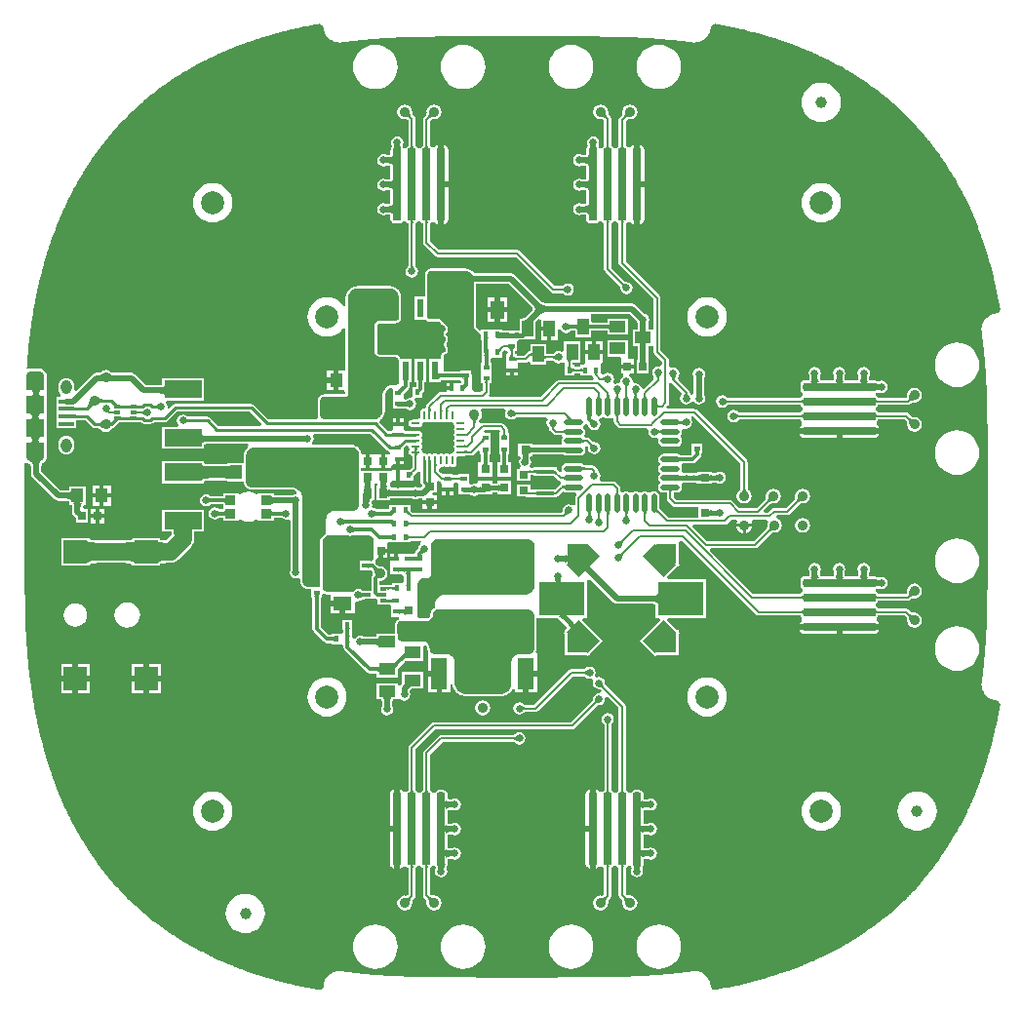
<source format=gtl>
G04*
G04 #@! TF.GenerationSoftware,Altium Limited,Altium NEXUS,1.1.6 (48)*
G04*
G04 Layer_Physical_Order=1*
G04 Layer_Color=255*
%FSLAX44Y44*%
%MOMM*%
G71*
G01*
G75*
%ADD11C,0.2000*%
%ADD13C,0.2500*%
%ADD14C,0.2540*%
%ADD19C,0.5000*%
%ADD21C,0.3000*%
%ADD23C,0.4000*%
%ADD25R,0.5000X0.3000*%
%ADD26R,1.4000X1.0000*%
%ADD27R,3.5100X2.6200*%
%ADD28R,0.6100X1.6000*%
%ADD29R,0.8000X0.6500*%
%ADD30R,2.1000X1.2000*%
%ADD31R,0.5000X0.4500*%
%ADD32R,0.4500X0.5000*%
%ADD33O,0.5500X1.6500*%
%ADD34O,1.6500X0.5500*%
%ADD35R,0.9000X0.8500*%
G04:AMPARAMS|DCode=36|XSize=2.54mm|YSize=1.5mm|CornerRadius=0mm|HoleSize=0mm|Usage=FLASHONLY|Rotation=45.000|XOffset=0mm|YOffset=0mm|HoleType=Round|Shape=Rectangle|*
%AMROTATEDRECTD36*
4,1,4,-0.3677,-1.4284,-1.4284,-0.3677,0.3677,1.4284,1.4284,0.3677,-0.3677,-1.4284,0.0*
%
%ADD36ROTATEDRECTD36*%

%ADD37R,1.8000X1.8000*%
G04:AMPARAMS|DCode=38|XSize=2.54mm|YSize=1.5mm|CornerRadius=0mm|HoleSize=0mm|Usage=FLASHONLY|Rotation=315.000|XOffset=0mm|YOffset=0mm|HoleType=Round|Shape=Rectangle|*
%AMROTATEDRECTD38*
4,1,4,-1.4284,0.3677,-0.3677,1.4284,1.4284,-0.3677,0.3677,-1.4284,-1.4284,0.3677,0.0*
%
%ADD38ROTATEDRECTD38*%

%ADD39R,1.8000X1.8000*%
%ADD40R,3.2000X1.5000*%
%ADD41R,2.5500X2.5500*%
%ADD42O,0.2500X0.8000*%
%ADD43O,0.8000X0.2500*%
%ADD44R,0.8000X0.8000*%
%ADD45R,0.6500X0.8000*%
%ADD46R,1.1000X1.2500*%
%ADD47R,0.8000X0.9000*%
%ADD48R,8.0000X2.2000*%
%ADD49R,1.0000X1.4000*%
%ADD50R,1.6000X0.3000*%
%ADD51R,2.0000X2.0000*%
%ADD52R,1.5500X1.5000*%
%ADD53R,1.5500X1.2000*%
%ADD54R,1.3500X0.4000*%
%ADD55R,1.6000X1.2000*%
%ADD56R,0.6000X0.3000*%
%ADD57R,4.0000X3.0000*%
%ADD58R,1.4000X2.8000*%
%ADD59R,1.2000X1.6000*%
G04:AMPARAMS|DCode=60|XSize=0.76mm|YSize=6.35mm|CornerRadius=0.19mm|HoleSize=0mm|Usage=FLASHONLY|Rotation=0.000|XOffset=0mm|YOffset=0mm|HoleType=Round|Shape=RoundedRectangle|*
%AMROUNDEDRECTD60*
21,1,0.7600,5.9700,0,0,0.0*
21,1,0.3800,6.3500,0,0,0.0*
1,1,0.3800,0.1900,-2.9850*
1,1,0.3800,-0.1900,-2.9850*
1,1,0.3800,-0.1900,2.9850*
1,1,0.3800,0.1900,2.9850*
%
%ADD60ROUNDEDRECTD60*%
G04:AMPARAMS|DCode=61|XSize=0.76mm|YSize=6.35mm|CornerRadius=0.19mm|HoleSize=0mm|Usage=FLASHONLY|Rotation=90.000|XOffset=0mm|YOffset=0mm|HoleType=Round|Shape=RoundedRectangle|*
%AMROUNDEDRECTD61*
21,1,0.7600,5.9700,0,0,90.0*
21,1,0.3800,6.3500,0,0,90.0*
1,1,0.3800,2.9850,0.1900*
1,1,0.3800,2.9850,-0.1900*
1,1,0.3800,-2.9850,-0.1900*
1,1,0.3800,-2.9850,0.1900*
%
%ADD61ROUNDEDRECTD61*%
%ADD106C,1.0000*%
%ADD107C,1.5000*%
%ADD108C,0.3500*%
%ADD109C,1.0000*%
%ADD110C,0.8800*%
%ADD111C,2.0000*%
%ADD112O,0.9500X1.2500*%
%ADD113O,1.5500X0.9000*%
%ADD114C,0.6500*%
%ADD115C,0.6400*%
G36*
X172698Y419358D02*
X173444Y419222D01*
X173806Y419155D01*
X173806Y419155D01*
X174182Y419086D01*
X174552Y419017D01*
X174919Y418949D01*
X175290Y418879D01*
X175663Y418809D01*
X176035Y418739D01*
X176035D01*
X176406Y418668D01*
X176775Y418598D01*
X177146Y418527D01*
X177518Y418456D01*
X177890Y418384D01*
X178264Y418312D01*
X178636Y418240D01*
X179008Y418168D01*
X179376Y418096D01*
X179747Y418023D01*
X180118Y417951D01*
X180493Y417877D01*
X180861Y417804D01*
X181235Y417730D01*
X181235D01*
X181602Y417657D01*
X181602Y417657D01*
X181976Y417583D01*
X182343Y417509D01*
X182717Y417434D01*
X183083Y417360D01*
X183453Y417285D01*
X183825Y417210D01*
X184197Y417134D01*
X184563Y417059D01*
X184563Y417059D01*
X184936Y416982D01*
X185301Y416906D01*
X185302Y416906D01*
X185671Y416830D01*
X186040Y416753D01*
X186413Y416675D01*
X186778Y416598D01*
X187146Y416520D01*
X187519Y416441D01*
X187888Y416362D01*
X188252Y416285D01*
X188620Y416205D01*
X188993Y416125D01*
X188993D01*
X189356Y416046D01*
X189356Y416046D01*
X189729Y415965D01*
X190086Y415887D01*
X192299Y415394D01*
X194500Y414890D01*
X196698Y414374D01*
X198894Y413844D01*
X201087Y413302D01*
X204014Y412558D01*
X205464Y412180D01*
X206927Y411793D01*
X208374Y411404D01*
X209828Y411007D01*
X211278Y410605D01*
X212724Y410198D01*
X215252Y409470D01*
X219944Y408067D01*
X224252Y406717D01*
X227465Y405671D01*
X230674Y404591D01*
X233875Y403480D01*
X235995Y402724D01*
X237408Y402212D01*
X238813Y401695D01*
X240229Y401167D01*
X241633Y400636D01*
X243032Y400100D01*
X244433Y399555D01*
X245822Y399007D01*
X248962Y397740D01*
X252080Y396444D01*
X255191Y395111D01*
X257254Y394205D01*
X258279Y393749D01*
X259302Y393289D01*
X260332Y392821D01*
X261354Y392353D01*
X262377Y391879D01*
X263395Y391404D01*
X264411Y390924D01*
X265425Y390441D01*
X267449Y389462D01*
X269803Y388298D01*
X272146Y387114D01*
X274464Y385914D01*
X278776Y383609D01*
X281392Y382163D01*
X284004Y380684D01*
X285952Y379557D01*
X287239Y378801D01*
X288526Y378036D01*
X289814Y377261D01*
X291089Y376484D01*
X292372Y375692D01*
X293718Y374858D01*
X296400Y373149D01*
X299065Y371407D01*
X301708Y369634D01*
X303011Y368737D01*
X304251Y367880D01*
X305478Y367020D01*
X306693Y366158D01*
X308213Y365065D01*
X309719Y363966D01*
X312424Y361949D01*
X314798Y360131D01*
X317149Y358288D01*
X320652Y355459D01*
X322947Y353551D01*
X325235Y351602D01*
X325793Y351122D01*
X326918Y350141D01*
X328040Y349150D01*
X329152Y348156D01*
X329709Y347653D01*
X330471Y346964D01*
X331985Y345572D01*
X333487Y344169D01*
X334977Y342753D01*
X335710Y342046D01*
X337591Y340210D01*
X339443Y338365D01*
X341806Y335956D01*
X343615Y334069D01*
X345415Y332151D01*
X345976Y331547D01*
X347114Y330305D01*
X348244Y329056D01*
X349363Y327801D01*
X349909Y327181D01*
X351891Y324902D01*
X352554Y324130D01*
X353880Y322562D01*
X355196Y320980D01*
X356500Y319386D01*
X357144Y318587D01*
X357671Y317932D01*
X358716Y316615D01*
X359753Y315290D01*
X360784Y313956D01*
X361286Y313297D01*
X362195Y312096D01*
X363092Y310897D01*
X363981Y309694D01*
X364867Y308482D01*
X365276Y307919D01*
X366097Y306776D01*
X366909Y305633D01*
X367718Y304482D01*
X368109Y303919D01*
X369807Y301445D01*
X372306Y297688D01*
X372909Y296761D01*
X373515Y295820D01*
X374121Y294871D01*
X374724Y293918D01*
X375319Y292968D01*
X375914Y292011D01*
X376500Y291059D01*
X377670Y289133D01*
X378631Y287526D01*
X379580Y285913D01*
X380518Y284295D01*
X381444Y282673D01*
X382914Y280042D01*
X383629Y278738D01*
X384342Y277419D01*
X385047Y276100D01*
X385748Y274770D01*
X386437Y273446D01*
X387633Y271109D01*
X389141Y268086D01*
X390775Y264710D01*
X392366Y261313D01*
X394070Y257552D01*
X395724Y253764D01*
X396600Y251699D01*
X397465Y249620D01*
X398316Y247532D01*
X399152Y245440D01*
X399973Y243341D01*
X400645Y241592D01*
X401311Y239830D01*
X401964Y238070D01*
X402608Y236306D01*
X403243Y234536D01*
X403863Y232775D01*
X405447Y228140D01*
X406963Y223489D01*
X407974Y220256D01*
X408410Y218828D01*
X408734Y217749D01*
X409055Y216671D01*
X409375Y215582D01*
X409689Y214501D01*
X410001Y213417D01*
X410311Y212323D01*
X410614Y211246D01*
X411115Y209433D01*
X411995Y206158D01*
X412847Y202878D01*
X413672Y199584D01*
X414204Y197392D01*
X414637Y195563D01*
X415065Y193725D01*
X415483Y191886D01*
X415892Y190048D01*
X416290Y188224D01*
X417673Y181553D01*
X418248Y178606D01*
X418804Y175645D01*
X419340Y172669D01*
X419407Y172289D01*
X419385Y171499D01*
X419206Y170729D01*
X418876Y170011D01*
X418408Y169373D01*
X417822Y168843D01*
X417142Y168441D01*
X416394Y168183D01*
X415518Y168068D01*
X415400Y168028D01*
X415275Y168030D01*
X414421Y167876D01*
X414075Y167740D01*
X413706Y167693D01*
X412062Y167142D01*
X411633Y166897D01*
X411165Y166742D01*
X409657Y165886D01*
X409283Y165563D01*
X408853Y165321D01*
X407537Y164192D01*
X407233Y163803D01*
X406857Y163483D01*
X405782Y162122D01*
X405557Y161683D01*
X405250Y161296D01*
X404456Y159755D01*
X404320Y159280D01*
X404092Y158842D01*
X403609Y157177D01*
X403566Y156685D01*
X403427Y156211D01*
X403272Y154484D01*
X403311Y154115D01*
X403259Y153747D01*
X403307Y152880D01*
X403339Y152758D01*
X403327Y152631D01*
X403391Y152022D01*
X403391Y152018D01*
X403391Y152015D01*
X403424Y151710D01*
X403424Y151707D01*
X403424Y151705D01*
X403457Y151400D01*
X403458Y151397D01*
X403457Y151393D01*
X403490Y151088D01*
X403492Y151085D01*
X403491Y151081D01*
X403525Y150776D01*
X403526Y150772D01*
X403526Y150768D01*
X403559Y150463D01*
X403561Y150459D01*
X403561Y150454D01*
X403595Y150150D01*
X403597Y150145D01*
X403596Y150140D01*
X403631Y149835D01*
X403633Y149830D01*
X403633Y149824D01*
X403668Y149520D01*
X403670Y149514D01*
X403670Y149508D01*
X403706Y149204D01*
X403708Y149198D01*
X403708Y149191D01*
X403745Y148887D01*
X403747Y148881D01*
X403747Y148874D01*
X403785Y148570D01*
X403787Y148563D01*
X403787Y148555D01*
X403825Y148251D01*
X403828Y148244D01*
X403827Y148236D01*
X403867Y147932D01*
X403870Y147924D01*
X403869Y147916D01*
X403910Y147612D01*
X403913Y147604D01*
X403912Y147596D01*
X403954Y147293D01*
X403956Y147287D01*
X403956Y147282D01*
X403998Y146978D01*
X403998Y146978D01*
X403998Y146977D01*
X404040Y146679D01*
X404081Y146384D01*
X404119Y146101D01*
X404155Y145827D01*
X404190Y145544D01*
X404224Y145265D01*
X404257Y144980D01*
X404289Y144687D01*
X404320Y144405D01*
X404352Y144109D01*
X404384Y143804D01*
X404384Y143804D01*
X404415Y143507D01*
X404447Y143202D01*
X404447Y143201D01*
X404447Y143201D01*
X404478Y142896D01*
X404479Y142894D01*
X404479Y142891D01*
X404511Y142586D01*
X404512Y142583D01*
X404512Y142579D01*
X404544Y142275D01*
X404546Y142269D01*
X404545Y142264D01*
X404578Y141959D01*
X404580Y141953D01*
X404580Y141946D01*
X404614Y141641D01*
X404616Y141633D01*
X404616Y141624D01*
X404651Y141320D01*
X404653Y141312D01*
X404652Y141304D01*
X404688Y140999D01*
X404690Y140993D01*
X404690Y140986D01*
X404726Y140682D01*
X404728Y140677D01*
X404728Y140672D01*
X404765Y140367D01*
X404766Y140363D01*
X404766Y140359D01*
X404804Y140055D01*
X404805Y140052D01*
X404804Y140049D01*
X404843Y139745D01*
X404843Y139744D01*
X404843Y139743D01*
X404881Y139439D01*
X404881Y139439D01*
X404881Y139438D01*
X404920Y139134D01*
X404920Y139134D01*
X404957Y138838D01*
X404994Y138536D01*
X405030Y138242D01*
X405065Y137953D01*
X405100Y137656D01*
X405132Y137374D01*
X405164Y137087D01*
X405195Y136807D01*
X405223Y136526D01*
X405251Y136244D01*
X405276Y135965D01*
X405302Y135678D01*
X405328Y135372D01*
X405328Y135370D01*
X405328Y135368D01*
X405355Y135063D01*
X405357Y135055D01*
X405356Y135048D01*
X405384Y134742D01*
X405388Y134729D01*
X405386Y134715D01*
X405415Y134410D01*
X405421Y134392D01*
X405419Y134373D01*
X405451Y134068D01*
X405456Y134052D01*
X405454Y134036D01*
X405487Y133731D01*
X405490Y133722D01*
X405489Y133713D01*
X405524Y133408D01*
X405524Y133407D01*
X405524Y133406D01*
X405558Y133104D01*
X405590Y132823D01*
X405620Y132543D01*
X405647Y132269D01*
X405674Y131985D01*
X405700Y131702D01*
X405724Y131421D01*
X405748Y131128D01*
X405772Y130828D01*
X405795Y130534D01*
X405818Y130239D01*
X405841Y129934D01*
X405864Y129628D01*
X405865Y129627D01*
X405865Y129625D01*
X405888Y129320D01*
X405889Y129317D01*
X405888Y129315D01*
X405912Y129009D01*
X405913Y129005D01*
X405913Y129000D01*
X405937Y128694D01*
X405939Y128688D01*
X405938Y128682D01*
X405963Y128377D01*
X405965Y128369D01*
X405964Y128361D01*
X405990Y128056D01*
X405992Y128048D01*
X405992Y128039D01*
X406018Y127734D01*
X406021Y127727D01*
X406020Y127719D01*
X406048Y127414D01*
X406049Y127408D01*
X406049Y127402D01*
X406077Y127097D01*
X406079Y127092D01*
X406078Y127087D01*
X406107Y126782D01*
X406108Y126778D01*
X406108Y126774D01*
X406137Y126469D01*
X406138Y126467D01*
X406138Y126465D01*
X406168Y126160D01*
X406168Y126159D01*
X406168Y126157D01*
X406198Y125852D01*
X406198Y125852D01*
X406198Y125852D01*
X406227Y125550D01*
X406257Y125250D01*
X406286Y124945D01*
X406315Y124648D01*
X406341Y124363D01*
X406368Y124068D01*
X406393Y123779D01*
X406417Y123490D01*
X406440Y123208D01*
X406461Y122929D01*
X406481Y122645D01*
X406499Y122366D01*
X406518Y122066D01*
X406536Y121769D01*
X406536Y121767D01*
X406536Y121765D01*
X406555Y121459D01*
X406557Y121452D01*
X406556Y121444D01*
X406575Y121138D01*
X406579Y121126D01*
X406577Y121113D01*
X406598Y120807D01*
X406603Y120790D01*
X406601Y120772D01*
X406624Y120467D01*
X406628Y120451D01*
X406626Y120436D01*
X406651Y120130D01*
X406654Y120121D01*
X406653Y120112D01*
X406679Y119806D01*
X406680Y119803D01*
X406679Y119800D01*
X406706Y119495D01*
X406731Y119204D01*
X406754Y118924D01*
X406776Y118641D01*
X406796Y118364D01*
X406815Y118073D01*
X406834Y117786D01*
X406851Y117504D01*
X406868Y117206D01*
X406884Y116906D01*
X406884Y116906D01*
X406899Y116617D01*
X406915Y116311D01*
X406930Y116012D01*
X406930Y116011D01*
X406961Y115399D01*
X406962Y115398D01*
X406961Y115396D01*
X406977Y115090D01*
X406977Y115088D01*
X406977Y115085D01*
X406993Y114779D01*
X406994Y114775D01*
X406993Y114771D01*
X407010Y114465D01*
X407011Y114460D01*
X407010Y114455D01*
X407027Y114149D01*
X407029Y114143D01*
X407028Y114136D01*
X407046Y113830D01*
X407048Y113823D01*
X407047Y113815D01*
X407065Y113509D01*
X407067Y113502D01*
X407066Y113495D01*
X407085Y113189D01*
X407087Y113183D01*
X407086Y113177D01*
X407107Y112871D01*
X407108Y112866D01*
X407107Y112861D01*
X407128Y112555D01*
X407129Y112551D01*
X407128Y112548D01*
X407150Y112242D01*
X407150Y112240D01*
X407150Y112237D01*
X407172Y111931D01*
X407172Y111930D01*
X407172Y111929D01*
X407215Y111318D01*
X407236Y111017D01*
X407257Y110714D01*
X407277Y110425D01*
X407297Y110122D01*
X407315Y109833D01*
X407333Y109542D01*
X407349Y109261D01*
X407365Y108971D01*
X407378Y108689D01*
X407391Y108403D01*
X407402Y108118D01*
X407414Y107817D01*
X407425Y107513D01*
X407426Y107509D01*
X407425Y107504D01*
X407437Y107198D01*
X407439Y107189D01*
X407438Y107179D01*
X407451Y106873D01*
X407454Y106858D01*
X407452Y106843D01*
X407467Y106537D01*
X407471Y106522D01*
X407468Y106507D01*
X407485Y106201D01*
X407488Y106190D01*
X407486Y106180D01*
X407504Y105874D01*
X407505Y105868D01*
X407505Y105862D01*
X407523Y105556D01*
X407523Y105555D01*
X407523Y105555D01*
X407542Y105252D01*
X407559Y104965D01*
X407575Y104673D01*
X407590Y104389D01*
X407603Y104105D01*
X407616Y103810D01*
X407627Y103529D01*
X407638Y103234D01*
X407649Y102938D01*
X407658Y102646D01*
X407668Y102339D01*
X407676Y102043D01*
Y102043D01*
X407685Y101737D01*
X407694Y101433D01*
X407694Y101433D01*
X407694Y101432D01*
X407703Y101126D01*
X407703Y101125D01*
X407703Y101124D01*
X407712Y100817D01*
X407712Y100815D01*
X407712Y100813D01*
X407721Y100507D01*
X407722Y100503D01*
X407721Y100500D01*
X407731Y100194D01*
X407732Y100189D01*
X407731Y100185D01*
X407741Y99878D01*
X407743Y99873D01*
X407742Y99867D01*
X407752Y99561D01*
X407754Y99556D01*
X407753Y99550D01*
X407764Y99244D01*
X407765Y99240D01*
X407765Y99235D01*
X407777Y98929D01*
X407778Y98925D01*
X407777Y98920D01*
X407789Y98614D01*
X407790Y98611D01*
X407790Y98608D01*
X407803Y98301D01*
X407803Y98299D01*
X407803Y98296D01*
X407816Y97989D01*
X407817Y97987D01*
X407816Y97986D01*
X407830Y97680D01*
X407830Y97678D01*
X407830Y97676D01*
X407844Y97370D01*
X407844Y97369D01*
X407844Y97369D01*
X407871Y96757D01*
X407885Y96451D01*
X407898Y96151D01*
X407911Y95845D01*
X407924Y95550D01*
X407936Y95247D01*
X407948Y94947D01*
X407959Y94657D01*
X407970Y94356D01*
X407980Y94068D01*
X407989Y93765D01*
X407997Y93479D01*
X408005Y93192D01*
X408012Y92888D01*
X408018Y92597D01*
X408023Y92300D01*
X408028Y92007D01*
X408033Y91702D01*
X408033Y91702D01*
X408037Y91408D01*
X408041Y91101D01*
X408044Y90798D01*
X408044Y90798D01*
X408048Y90491D01*
X408048Y90491D01*
X408048Y90490D01*
X408052Y90184D01*
X408052Y90182D01*
X408052Y90180D01*
X408056Y89874D01*
X408056Y89872D01*
X408056Y89870D01*
X408060Y89563D01*
X408060Y89561D01*
X408060Y89559D01*
X408065Y89253D01*
X408065Y89251D01*
X408065Y89249D01*
X408069Y88943D01*
X408070Y88941D01*
X408069Y88940D01*
X408074Y88633D01*
X408075Y88632D01*
X408074Y88630D01*
X408079Y88323D01*
X408080Y88322D01*
X408079Y88321D01*
X408085Y88014D01*
X408085Y88013D01*
X408085Y88012D01*
X408090Y87705D01*
X408090Y87704D01*
X408090Y87703D01*
X408096Y87396D01*
X408096Y87395D01*
X408096Y87394D01*
X408101Y87088D01*
X408102Y87086D01*
X408102Y87085D01*
X408107Y86779D01*
X408107Y86778D01*
X408107Y86777D01*
X408113Y86471D01*
X408114Y86470D01*
X408113Y86469D01*
X408119Y86163D01*
X408120Y86162D01*
X408119Y86161D01*
X408125Y85855D01*
X408126Y85854D01*
X408126Y85854D01*
X408132Y85547D01*
X408132Y85546D01*
X408132Y85546D01*
X408138Y85239D01*
X408138Y85239D01*
X408138Y85239D01*
X408144Y84932D01*
X408145Y84932D01*
X408144Y84931D01*
X408157Y84318D01*
X408157Y84318D01*
X408157Y84318D01*
X408164Y84011D01*
X408164Y84011D01*
X408164Y84011D01*
X408177Y83399D01*
X408183Y83093D01*
X408183Y83093D01*
X408196Y82481D01*
X408202Y82176D01*
X408208Y81872D01*
X408214Y81565D01*
X408214Y81565D01*
X408220Y81262D01*
X408226Y80958D01*
X408232Y80652D01*
X408238Y80347D01*
X408243Y80044D01*
X408243Y80044D01*
X408249Y79737D01*
X408254Y79433D01*
X408259Y79129D01*
X408265Y78823D01*
X408270Y78518D01*
X408270Y78518D01*
X408275Y78214D01*
X408275Y78214D01*
X408280Y77908D01*
X408280Y77908D01*
X408284Y77604D01*
X408289Y77299D01*
X408294Y76992D01*
X408294Y76992D01*
X408299Y76688D01*
X408303Y76383D01*
Y76382D01*
X408308Y76076D01*
X408312Y75771D01*
Y75771D01*
X408317Y75465D01*
X408317Y75465D01*
X408321Y75160D01*
X408321Y75160D01*
X408326Y74854D01*
X408330Y74548D01*
X408334Y74243D01*
Y74243D01*
X408343Y73631D01*
X408347Y73326D01*
X408347Y73326D01*
X408355Y72713D01*
X408363Y72100D01*
X408367Y71795D01*
X408367Y71795D01*
X408367Y71794D01*
X408372Y71489D01*
X408371Y71489D01*
X408380Y70876D01*
X408387Y70264D01*
X408391Y69957D01*
X408396Y69651D01*
X408399Y69346D01*
X408399Y69346D01*
X408407Y68734D01*
X408411Y68428D01*
X408419Y67816D01*
X408419Y67816D01*
X408426Y67203D01*
X408430Y66898D01*
X408430Y66898D01*
X408434Y66592D01*
X408441Y65980D01*
X408445Y65674D01*
X408448Y65369D01*
X408448Y65369D01*
X408451Y65063D01*
X408459Y64452D01*
X408458Y64452D01*
X408462Y64145D01*
X408465Y63840D01*
X408469Y63535D01*
X408475Y62922D01*
X408475Y62922D01*
X408481Y62312D01*
X408481Y62312D01*
X408484Y62005D01*
X408487Y61700D01*
X408490Y61395D01*
X408490Y61395D01*
X408496Y60782D01*
X408499Y60476D01*
X408502Y60170D01*
X408505Y59865D01*
X408505Y59865D01*
X408508Y59559D01*
X408513Y58947D01*
X408516Y58641D01*
X408519Y58336D01*
X408519Y58336D01*
X408524Y57723D01*
X408526Y57417D01*
X408531Y56805D01*
X408536Y56194D01*
X408536Y56194D01*
X408539Y55887D01*
X408544Y55275D01*
X408549Y54663D01*
X408553Y54050D01*
X408556Y53745D01*
X408556Y53745D01*
X408556Y53744D01*
X408558Y53438D01*
X408563Y52826D01*
X408563Y52826D01*
X408567Y52214D01*
X408571Y51601D01*
X408574Y51295D01*
X408576Y50989D01*
X408580Y50377D01*
X408584Y49766D01*
X408584Y49766D01*
X408588Y49153D01*
X408592Y48541D01*
X408596Y47929D01*
X408600Y47317D01*
X408602Y47012D01*
X408602Y47011D01*
X408605Y46399D01*
X408609Y45787D01*
X408610Y45481D01*
X408612Y45175D01*
X408615Y44563D01*
X408619Y43952D01*
X408619Y43952D01*
X408622Y43339D01*
X408623Y43033D01*
X408626Y42421D01*
X408629Y41809D01*
X408630Y41503D01*
X408634Y40584D01*
X408637Y39972D01*
X408639Y39359D01*
X408641Y39053D01*
X408641Y39053D01*
X408641Y39053D01*
X408643Y38440D01*
X408644Y38135D01*
X408644Y38134D01*
X408644Y38134D01*
X408646Y37828D01*
X408648Y37215D01*
X408649Y36909D01*
X408649Y36909D01*
X408649Y36909D01*
X408652Y36296D01*
X408653Y35990D01*
X408653Y35990D01*
X408653Y35989D01*
X408654Y35683D01*
X408660Y34152D01*
X408660Y34152D01*
X408662Y33539D01*
X408666Y32620D01*
X408669Y31701D01*
X408671Y31089D01*
X408672Y30783D01*
X408674Y30171D01*
X408675Y29865D01*
X408676Y29559D01*
X408678Y28947D01*
X408679Y28335D01*
X408680Y28029D01*
X408682Y27419D01*
X408682Y27419D01*
X408683Y26806D01*
X408683Y26500D01*
X408684Y26195D01*
X408685Y25582D01*
X408686Y24971D01*
X408687Y24358D01*
X408687Y24053D01*
X408688Y23440D01*
X408688Y23134D01*
X408689Y22215D01*
X408689Y21909D01*
X408689Y21603D01*
X408689Y21603D01*
X408689Y21603D01*
X408689Y21296D01*
X408690Y20990D01*
X408690Y20990D01*
X408690Y20990D01*
X408690Y20683D01*
X408690Y20377D01*
X408690Y20377D01*
X408690Y20377D01*
X408690Y20070D01*
X408691Y19764D01*
X408691Y19764D01*
X408691Y19764D01*
X408691Y19151D01*
X408691Y19151D01*
X408691Y19151D01*
X408692Y18231D01*
X408692Y18231D01*
X408692Y18231D01*
X408693Y17618D01*
X408693Y17618D01*
X408693Y17618D01*
X408693Y17311D01*
X408693Y17311D01*
X408693Y17311D01*
X408694Y16391D01*
X408694Y16391D01*
X408694Y16391D01*
X408696Y15165D01*
X408696Y15165D01*
X408696Y15165D01*
X408696Y14858D01*
X408696Y14552D01*
X408696Y14552D01*
X408696Y14552D01*
X408697Y14245D01*
X408697Y13939D01*
X408697Y13939D01*
X408697Y13939D01*
X408698Y13633D01*
X408698Y13020D01*
X408699Y12714D01*
X408699Y12714D01*
X408699Y12714D01*
X408699Y12407D01*
X408699Y12101D01*
X408700Y11795D01*
X408700Y11795D01*
X408700Y11795D01*
X408700Y11488D01*
X408701Y10570D01*
X408702Y9958D01*
X408702Y9345D01*
X408702Y8733D01*
X408703Y8121D01*
X408703Y7815D01*
X408703Y7509D01*
X408703Y6897D01*
X408703Y6284D01*
Y5672D01*
X408703Y4753D01*
X408703Y3834D01*
X408703Y3221D01*
X408703Y3221D01*
X408703Y3221D01*
X408703Y2608D01*
X408702Y1996D01*
X408702Y1995D01*
X408702Y1995D01*
X408702Y1689D01*
X408702Y1689D01*
X408702Y1688D01*
X408702Y1076D01*
X408702Y1076D01*
X408702Y1076D01*
X408702Y463D01*
X408702Y462D01*
X408702Y462D01*
Y157D01*
X408702Y-73D01*
X408702Y-74D01*
X408702Y-75D01*
X408702Y-381D01*
X408702Y-381D01*
X408702Y-381D01*
X408702Y-1071D01*
X408702Y-1071D01*
X408702Y-1071D01*
X408702Y-1377D01*
X408702Y-1683D01*
X408702Y-1684D01*
X408702Y-1684D01*
X408702Y-1990D01*
X408702Y-1990D01*
X408702Y-1991D01*
X408702Y-2297D01*
X408703Y-3216D01*
X408703Y-3216D01*
X408703Y-3216D01*
X408703Y-3523D01*
X408703Y-4748D01*
X408703Y-5667D01*
Y-6585D01*
X408703Y-7504D01*
X408703Y-7810D01*
X408703Y-8116D01*
X408702Y-8728D01*
X408702Y-9340D01*
X408702Y-9953D01*
X408701Y-10565D01*
X408700Y-11484D01*
X408700Y-11790D01*
X408699Y-12709D01*
X408698Y-13321D01*
X408697Y-13934D01*
X408697Y-13934D01*
X408697Y-13934D01*
X408696Y-14853D01*
X408696Y-14854D01*
X408696Y-14854D01*
X408695Y-15466D01*
X408695Y-15466D01*
X408695Y-15467D01*
X408694Y-16386D01*
X408694Y-16386D01*
X408694Y-16386D01*
X408693Y-17306D01*
X408693Y-17306D01*
X408693Y-17306D01*
X408693Y-17613D01*
X408693Y-17613D01*
X408693Y-17613D01*
X408692Y-18532D01*
X408692Y-18533D01*
X408692Y-18533D01*
X408691Y-18839D01*
X408691Y-18839D01*
X408691Y-18840D01*
X408691Y-19452D01*
X408691Y-19453D01*
X408691Y-19453D01*
X408691Y-19759D01*
X408690Y-20372D01*
X408690Y-20372D01*
X408690Y-20372D01*
X408689Y-21291D01*
X408690Y-21291D01*
X408689Y-21291D01*
X408689Y-21598D01*
X408689Y-22210D01*
X408688Y-23129D01*
X408687Y-23741D01*
X408686Y-24660D01*
X408685Y-25272D01*
X408685Y-25884D01*
X408684Y-26189D01*
X408683Y-26495D01*
X408683Y-26801D01*
X408682Y-27107D01*
X408682Y-27413D01*
X408682Y-27413D01*
X408681Y-27718D01*
X408680Y-28024D01*
X408679Y-28331D01*
X408679Y-28636D01*
X408677Y-29248D01*
X408676Y-29554D01*
X408674Y-30166D01*
X408673Y-30472D01*
X408672Y-30778D01*
X408671Y-31084D01*
X408669Y-31696D01*
X408667Y-32309D01*
X408665Y-32921D01*
X408662Y-33534D01*
X408660Y-34147D01*
X408660Y-34147D01*
X408654Y-35678D01*
X408652Y-36291D01*
X408652Y-36291D01*
X408652Y-36291D01*
X408651Y-36597D01*
X408644Y-38129D01*
X408641Y-39048D01*
X408638Y-39660D01*
X408634Y-40579D01*
X408633Y-40885D01*
X408633Y-40886D01*
X408633Y-40886D01*
X408632Y-41191D01*
X408629Y-41804D01*
X408627Y-42110D01*
X408625Y-42722D01*
X408620Y-43641D01*
X408620Y-43641D01*
X408615Y-44558D01*
X408612Y-45170D01*
X408609Y-45782D01*
X408607Y-46088D01*
X408604Y-46701D01*
X408604Y-46701D01*
X408600Y-47312D01*
X408596Y-47924D01*
X408594Y-48230D01*
X408590Y-48842D01*
X408588Y-49148D01*
X408584Y-49761D01*
X408584Y-49761D01*
X408580Y-50372D01*
X408576Y-50984D01*
X408574Y-51290D01*
X408572Y-51596D01*
X408567Y-52208D01*
X408563Y-52821D01*
X408563Y-52821D01*
X408560Y-53127D01*
X408556Y-53739D01*
X408549Y-54657D01*
X408544Y-55270D01*
X408541Y-55576D01*
X408539Y-55882D01*
X408539Y-55882D01*
X408534Y-56494D01*
X408529Y-57106D01*
X408524Y-57718D01*
X408518Y-58331D01*
X408518Y-58331D01*
X408516Y-58636D01*
X408510Y-59248D01*
X408507Y-59553D01*
X408502Y-60166D01*
X408502Y-60166D01*
X408499Y-60472D01*
X408493Y-61083D01*
X408490Y-61390D01*
X408490Y-61390D01*
X408487Y-61695D01*
X408481Y-62307D01*
X408478Y-62613D01*
X408478Y-62613D01*
X408475Y-62918D01*
X408472Y-63222D01*
X408448Y-65367D01*
X408427Y-67198D01*
X408427Y-67198D01*
X408404Y-69036D01*
X408380Y-70871D01*
X408359Y-72398D01*
X408355Y-72704D01*
X408350Y-73010D01*
X408350Y-73010D01*
X408346Y-73315D01*
X408342Y-73622D01*
Y-73622D01*
X408333Y-74233D01*
X408328Y-74539D01*
Y-74539D01*
X408319Y-75150D01*
X408314Y-75457D01*
X408305Y-76068D01*
X408305Y-76068D01*
X408300Y-76374D01*
X408295Y-76680D01*
X408295Y-76681D01*
X408291Y-76986D01*
X408286Y-77291D01*
X408286Y-77292D01*
X408281Y-77598D01*
X408281Y-77598D01*
X408276Y-77904D01*
X408271Y-78210D01*
X408261Y-78822D01*
X408261Y-78822D01*
X408256Y-79127D01*
X408251Y-79434D01*
X408241Y-80045D01*
X408241Y-80045D01*
X408236Y-80351D01*
X408226Y-80964D01*
X408215Y-81576D01*
X408210Y-81881D01*
X408205Y-82187D01*
X408194Y-82799D01*
X408189Y-83104D01*
X408183Y-83411D01*
X408178Y-83716D01*
X408172Y-84022D01*
X408167Y-84327D01*
X408161Y-84634D01*
X408156Y-84938D01*
X408156Y-84938D01*
X408150Y-85245D01*
X408144Y-85550D01*
X408139Y-85855D01*
X408139Y-85855D01*
X408133Y-86161D01*
X408127Y-86468D01*
X408121Y-86773D01*
X408115Y-87078D01*
X408109Y-87383D01*
X408103Y-87689D01*
X408097Y-87993D01*
X408091Y-88300D01*
X408091Y-88300D01*
X408084Y-88604D01*
X408078Y-88910D01*
X408072Y-89214D01*
X408065Y-89521D01*
X408059Y-89825D01*
X408052Y-90131D01*
X408046Y-90435D01*
X408039Y-90740D01*
X408032Y-91046D01*
X408025Y-91349D01*
X408018Y-91656D01*
X408011Y-91960D01*
X408004Y-92264D01*
X407996Y-92567D01*
X407989Y-92871D01*
X407981Y-93175D01*
X407981Y-93175D01*
X407974Y-93480D01*
X407966Y-93783D01*
X407932Y-95002D01*
X407888Y-96557D01*
X407783Y-99663D01*
X407659Y-102778D01*
X407520Y-105882D01*
X407441Y-107434D01*
X407228Y-111384D01*
X407065Y-114109D01*
X406888Y-116839D01*
X406699Y-119568D01*
X406497Y-122295D01*
X406426Y-123207D01*
X406379Y-123806D01*
X406330Y-124417D01*
X406282Y-125023D01*
X406233Y-125623D01*
X406183Y-126228D01*
X406131Y-126839D01*
X406080Y-127444D01*
X406028Y-128043D01*
X405975Y-128648D01*
X405975Y-128648D01*
X405921Y-129258D01*
X405868Y-129857D01*
X405813Y-130462D01*
X405757Y-131072D01*
X405701Y-131669D01*
X405644Y-132278D01*
X405586Y-132881D01*
X405527Y-133487D01*
X405468Y-134089D01*
X405378Y-134988D01*
X405285Y-135903D01*
Y-135903D01*
X405077Y-137931D01*
X404623Y-142000D01*
X404133Y-146064D01*
X403608Y-150121D01*
X403327Y-152148D01*
X403334Y-152275D01*
X403299Y-152398D01*
X403220Y-153282D01*
X403261Y-153659D01*
X403210Y-154035D01*
X403315Y-155805D01*
X403443Y-156292D01*
X403474Y-156796D01*
X403924Y-158510D01*
X404145Y-158964D01*
X404273Y-159452D01*
X405051Y-161044D01*
X405356Y-161446D01*
X405578Y-161899D01*
X406653Y-163308D01*
X407031Y-163642D01*
X407337Y-164043D01*
X408668Y-165215D01*
X409104Y-165468D01*
X409483Y-165801D01*
X411017Y-166689D01*
X411494Y-166852D01*
X411931Y-167104D01*
X413609Y-167674D01*
X413986Y-167724D01*
X414339Y-167863D01*
X415212Y-168022D01*
X415339Y-168020D01*
X415460Y-168060D01*
X416414Y-168185D01*
X417163Y-168444D01*
X417845Y-168848D01*
X418431Y-169381D01*
X418899Y-170020D01*
X419228Y-170741D01*
X419406Y-171513D01*
X419425Y-172305D01*
X419356Y-172690D01*
X419221Y-173433D01*
X419152Y-173808D01*
X419084Y-174178D01*
X419017Y-174544D01*
X418947Y-174919D01*
X418879Y-175285D01*
X418808Y-175660D01*
Y-175660D01*
X418739Y-176028D01*
X418668Y-176402D01*
Y-176402D01*
X418598Y-176774D01*
X418528Y-177142D01*
X418456Y-177516D01*
X418385Y-177885D01*
X418385Y-177885D01*
X418313Y-178260D01*
X418242Y-178628D01*
X418169Y-179002D01*
X418097Y-179374D01*
X418026Y-179741D01*
X417952Y-180116D01*
X417879Y-180487D01*
X417807Y-180854D01*
X417733Y-181224D01*
X417660Y-181595D01*
X417586Y-181966D01*
X417512Y-182336D01*
X417436Y-182710D01*
X417362Y-183080D01*
X417288Y-183446D01*
X417212Y-183816D01*
X417137Y-184186D01*
X417061Y-184555D01*
X416985Y-184926D01*
X416908Y-185298D01*
Y-185298D01*
X416832Y-185663D01*
X416754Y-186036D01*
X416677Y-186406D01*
X416600Y-186770D01*
X416600Y-186770D01*
X416521Y-187143D01*
Y-187143D01*
X416443Y-187512D01*
X416365Y-187876D01*
X416287Y-188244D01*
X416206Y-188617D01*
Y-188617D01*
X416128Y-188981D01*
X416047Y-189353D01*
X415971Y-189700D01*
X414633Y-195602D01*
X413934Y-198524D01*
X413210Y-201451D01*
X412654Y-203641D01*
X412277Y-205092D01*
X411893Y-206553D01*
X411504Y-208006D01*
X411110Y-209455D01*
X410707Y-210912D01*
X410302Y-212359D01*
X409854Y-213942D01*
X408929Y-217102D01*
X407976Y-220252D01*
X406994Y-223394D01*
X406492Y-224952D01*
X406141Y-226036D01*
X405790Y-227105D01*
X405435Y-228177D01*
X405078Y-229244D01*
X404716Y-230314D01*
X404349Y-231384D01*
X403983Y-232442D01*
X403610Y-233508D01*
X403238Y-234562D01*
X402082Y-237755D01*
X401695Y-238803D01*
X401300Y-239861D01*
X400901Y-240917D01*
X400500Y-241968D01*
X400095Y-243019D01*
X399687Y-244071D01*
X399276Y-245116D01*
X398576Y-246877D01*
X398297Y-247570D01*
X398016Y-248267D01*
X397732Y-248963D01*
X397452Y-249648D01*
X397163Y-250349D01*
X396876Y-251038D01*
X396583Y-251739D01*
X396295Y-252424D01*
X396002Y-253116D01*
X395709Y-253803D01*
X395411Y-254497D01*
X395115Y-255182D01*
X394818Y-255863D01*
X393905Y-257929D01*
X393291Y-259294D01*
X392668Y-260660D01*
X392038Y-262024D01*
X391405Y-263377D01*
X390766Y-264725D01*
X388954Y-268458D01*
X388122Y-270129D01*
X387276Y-271802D01*
X386421Y-273469D01*
X385554Y-275130D01*
X384500Y-277116D01*
X383428Y-279096D01*
X382345Y-281062D01*
X381238Y-283032D01*
X380411Y-284489D01*
X378714Y-287398D01*
X376979Y-290289D01*
X375209Y-293159D01*
X374309Y-294579D01*
X373501Y-295845D01*
X372689Y-297103D01*
X371871Y-298355D01*
X371045Y-299602D01*
X370215Y-300842D01*
X368520Y-303324D01*
X367670Y-304545D01*
X366808Y-305770D01*
X366155Y-306687D01*
X365504Y-307593D01*
X364843Y-308506D01*
X364183Y-309410D01*
X363066Y-310922D01*
X362396Y-311818D01*
X361718Y-312718D01*
X361040Y-313610D01*
X360355Y-314501D01*
X359668Y-315389D01*
X358978Y-316273D01*
X358283Y-317154D01*
X357124Y-318608D01*
X354992Y-321222D01*
X352833Y-323799D01*
X350380Y-326641D01*
X349648Y-327472D01*
X348905Y-328308D01*
X348153Y-329146D01*
X347403Y-329976D01*
X346647Y-330804D01*
X345884Y-331634D01*
X345120Y-332458D01*
X344095Y-333551D01*
X343585Y-334092D01*
X343066Y-334638D01*
X342553Y-335175D01*
X342032Y-335718D01*
X341513Y-336254D01*
X340993Y-336788D01*
X340472Y-337322D01*
X339942Y-337860D01*
X339419Y-338389D01*
X338890Y-338919D01*
X338370Y-339438D01*
X336763Y-341022D01*
X335963Y-341799D01*
X335154Y-342577D01*
X334344Y-343350D01*
X333530Y-344120D01*
X332710Y-344887D01*
X331885Y-345654D01*
X331068Y-346406D01*
X328842Y-348424D01*
X327165Y-349913D01*
X325475Y-351387D01*
X323778Y-352842D01*
X320612Y-355488D01*
X318293Y-357371D01*
X315935Y-359241D01*
X313887Y-360845D01*
X309700Y-363992D01*
X305451Y-367054D01*
X301139Y-370030D01*
X298964Y-371468D01*
X298016Y-372091D01*
X297075Y-372705D01*
X296131Y-373315D01*
X295189Y-373918D01*
X294235Y-374523D01*
X293286Y-375120D01*
X292335Y-375713D01*
X291378Y-376304D01*
X289453Y-377478D01*
X288493Y-378055D01*
X287527Y-378631D01*
X286558Y-379204D01*
X285593Y-379768D01*
X284620Y-380332D01*
X283647Y-380891D01*
X282672Y-381445D01*
X280703Y-382548D01*
X280048Y-382910D01*
X279398Y-383267D01*
X278739Y-383626D01*
X278082Y-383982D01*
X277416Y-384341D01*
X276766Y-384689D01*
X276098Y-385044D01*
X275435Y-385394D01*
X274771Y-385743D01*
X274112Y-386087D01*
X273440Y-386435D01*
X272777Y-386777D01*
X271103Y-387631D01*
X269426Y-388474D01*
X267749Y-389304D01*
X266061Y-390126D01*
X264377Y-390933D01*
X260963Y-392528D01*
X259611Y-393146D01*
X258241Y-393763D01*
X256870Y-394372D01*
X255497Y-394975D01*
X254126Y-395568D01*
X250649Y-397039D01*
X249884Y-397358D01*
X248314Y-398001D01*
X246751Y-398632D01*
X245184Y-399254D01*
X244400Y-399561D01*
X242290Y-400378D01*
X241236Y-400780D01*
X240187Y-401176D01*
X239130Y-401571D01*
X238075Y-401961D01*
X237017Y-402348D01*
X235950Y-402734D01*
X234892Y-403113D01*
X233831Y-403489D01*
X232775Y-403860D01*
X228852Y-405205D01*
X224911Y-406504D01*
X224118Y-406760D01*
X222506Y-407272D01*
X220893Y-407776D01*
X219273Y-408274D01*
X218471Y-408516D01*
X216665Y-409055D01*
X214861Y-409585D01*
X213049Y-410105D01*
X211242Y-410615D01*
X209427Y-411116D01*
X207977Y-411510D01*
X206524Y-411898D01*
X205059Y-412283D01*
X203601Y-412661D01*
X202148Y-413031D01*
X200688Y-413396D01*
X199227Y-413757D01*
X197028Y-414288D01*
X194459Y-414892D01*
X191888Y-415480D01*
X189302Y-416054D01*
X188209Y-416293D01*
X186000Y-416763D01*
X183781Y-417223D01*
X181567Y-417670D01*
X180464Y-417886D01*
X177127Y-418527D01*
X173787Y-419140D01*
X172671Y-419338D01*
X172289Y-419405D01*
X171498Y-419384D01*
X170729Y-419204D01*
X170011Y-418874D01*
X169373Y-418406D01*
X168843Y-417820D01*
X168440Y-417140D01*
X168183Y-416393D01*
X168062Y-415474D01*
X168022Y-415355D01*
X168024Y-415229D01*
X167868Y-414368D01*
X167731Y-414020D01*
X167683Y-413649D01*
X167126Y-411993D01*
X166878Y-411562D01*
X166721Y-411090D01*
X165854Y-409573D01*
X165527Y-409198D01*
X165282Y-408766D01*
X164138Y-407445D01*
X163745Y-407140D01*
X163420Y-406763D01*
X162043Y-405688D01*
X161599Y-405464D01*
X161207Y-405158D01*
X159648Y-404369D01*
X159169Y-404235D01*
X158726Y-404010D01*
X157044Y-403538D01*
X156548Y-403499D01*
X156069Y-403364D01*
X154328Y-403225D01*
X153956Y-403269D01*
X153585Y-403220D01*
X152712Y-403278D01*
X152589Y-403312D01*
X152461Y-403301D01*
X151852Y-403372D01*
X151849Y-403373D01*
X151845Y-403373D01*
X151541Y-403409D01*
X151538Y-403410D01*
X151535Y-403410D01*
X151230Y-403446D01*
X151228Y-403447D01*
X151225Y-403447D01*
X150921Y-403483D01*
X150918Y-403484D01*
X150914Y-403484D01*
X150610Y-403521D01*
X150607Y-403522D01*
X150604Y-403522D01*
X150300Y-403559D01*
X150296Y-403560D01*
X150292Y-403560D01*
X149988Y-403598D01*
X149985Y-403599D01*
X149982Y-403599D01*
X149678Y-403637D01*
X149674Y-403638D01*
X149670Y-403638D01*
X149366Y-403676D01*
X149362Y-403678D01*
X149357Y-403678D01*
X149053Y-403717D01*
X149050Y-403718D01*
X149045Y-403718D01*
X148742Y-403758D01*
X148737Y-403759D01*
X148733Y-403759D01*
X148429Y-403799D01*
X148425Y-403800D01*
X148420Y-403800D01*
X148116Y-403841D01*
X148111Y-403843D01*
X148106Y-403842D01*
X147803Y-403884D01*
X147798Y-403885D01*
X147793Y-403885D01*
X147490Y-403927D01*
X147485Y-403928D01*
X147481Y-403928D01*
X147177Y-403970D01*
X147176Y-403971D01*
X147175Y-403971D01*
X146872Y-404013D01*
X146585Y-404053D01*
X146291Y-404094D01*
X146008Y-404131D01*
X145730Y-404167D01*
X145454Y-404201D01*
X145165Y-404235D01*
X144885Y-404267D01*
X144592Y-404300D01*
X144298Y-404332D01*
X144000Y-404364D01*
X143705Y-404395D01*
X143402Y-404426D01*
X143402Y-404426D01*
X143098Y-404458D01*
X143097Y-404458D01*
X143097Y-404458D01*
X142792Y-404490D01*
X142790Y-404491D01*
X142788Y-404491D01*
X142483Y-404523D01*
X142480Y-404524D01*
X142476Y-404523D01*
X142171Y-404556D01*
X142166Y-404557D01*
X142161Y-404557D01*
X141856Y-404590D01*
X141850Y-404592D01*
X141844Y-404591D01*
X141539Y-404625D01*
X141532Y-404628D01*
X141524Y-404627D01*
X141220Y-404662D01*
X141213Y-404664D01*
X141206Y-404663D01*
X140902Y-404699D01*
X140896Y-404701D01*
X140891Y-404700D01*
X140587Y-404737D01*
X140582Y-404738D01*
X140577Y-404738D01*
X140273Y-404775D01*
X140270Y-404776D01*
X140266Y-404775D01*
X139962Y-404813D01*
X139960Y-404813D01*
X139957Y-404813D01*
X139653Y-404851D01*
X139652Y-404851D01*
X139651Y-404851D01*
X139347Y-404889D01*
X139347Y-404889D01*
X139346Y-404889D01*
X139042Y-404926D01*
X138744Y-404963D01*
X138744D01*
X138440Y-405001D01*
X138148Y-405036D01*
X137856Y-405071D01*
X137554Y-405107D01*
X137267Y-405140D01*
X136981Y-405172D01*
X136692Y-405204D01*
X136408Y-405234D01*
X136122Y-405262D01*
X135840Y-405290D01*
X135558Y-405316D01*
X135254Y-405343D01*
X134966Y-405369D01*
X134664Y-405395D01*
X134358Y-405421D01*
X134358Y-405421D01*
X134358Y-405421D01*
X134053Y-405448D01*
X134052Y-405448D01*
X134052Y-405448D01*
X133747Y-405474D01*
X133746Y-405474D01*
X133744Y-405474D01*
X133439Y-405501D01*
X133439Y-405501D01*
X133438Y-405501D01*
X133133Y-405527D01*
X133132Y-405528D01*
X133131Y-405527D01*
X132826Y-405554D01*
X132825Y-405554D01*
X132824Y-405554D01*
X132519Y-405581D01*
X132518Y-405581D01*
X132517Y-405581D01*
X132212Y-405608D01*
X132211Y-405608D01*
X132209Y-405608D01*
X131904Y-405635D01*
X131903Y-405636D01*
X131903Y-405636D01*
X131597Y-405663D01*
X131596Y-405663D01*
X131595Y-405663D01*
X131290Y-405690D01*
X131288Y-405691D01*
X131287Y-405690D01*
X130982Y-405718D01*
X130981Y-405718D01*
X130979Y-405718D01*
X130674Y-405746D01*
X130673Y-405746D01*
X130671Y-405746D01*
X130366Y-405774D01*
X130365Y-405774D01*
X130363Y-405774D01*
X130058Y-405802D01*
X130057Y-405802D01*
X130055Y-405802D01*
X129750Y-405830D01*
X129749Y-405831D01*
X129747Y-405831D01*
X129442Y-405859D01*
X129440Y-405860D01*
X129439Y-405859D01*
X129134Y-405888D01*
X129132Y-405888D01*
X129131Y-405888D01*
X128826Y-405917D01*
X128824Y-405918D01*
X128822Y-405917D01*
X128517Y-405946D01*
X128515Y-405947D01*
X128513Y-405947D01*
X128208Y-405976D01*
X128206Y-405976D01*
X128204Y-405976D01*
X127899Y-406006D01*
X127898Y-406006D01*
X127896Y-406006D01*
X127591Y-406035D01*
X127590Y-406036D01*
X127589Y-406036D01*
X127284Y-406065D01*
X127284Y-406066D01*
X127283Y-406065D01*
X126978Y-406095D01*
X126674Y-406125D01*
X126373Y-406154D01*
X126373D01*
X126068Y-406184D01*
X126068Y-406184D01*
X125772Y-406212D01*
X125473Y-406241D01*
X125176Y-406269D01*
X125175D01*
X124870Y-406297D01*
X124579Y-406323D01*
X124281Y-406350D01*
X123996Y-406374D01*
X123698Y-406399D01*
X123406Y-406423D01*
X123110Y-406446D01*
X122826Y-406468D01*
X122539Y-406488D01*
X122246Y-406509D01*
X121961Y-406527D01*
X121661Y-406547D01*
X121358Y-406566D01*
X121058Y-406584D01*
X120449Y-406621D01*
X120448Y-406621D01*
X120448Y-406621D01*
X120142Y-406639D01*
X120142Y-406639D01*
X120141Y-406639D01*
X119836Y-406658D01*
X119835Y-406658D01*
X119834Y-406658D01*
X119529Y-406677D01*
X119528Y-406677D01*
X119528Y-406677D01*
X119222Y-406695D01*
X119222Y-406696D01*
X119221Y-406696D01*
X118915Y-406714D01*
X118914Y-406714D01*
X118914Y-406714D01*
X118608Y-406733D01*
X118608Y-406734D01*
X118607Y-406733D01*
X118301Y-406752D01*
X118300Y-406753D01*
X118299Y-406752D01*
X117993Y-406771D01*
X117993Y-406772D01*
X117992Y-406772D01*
X117686Y-406791D01*
X117685Y-406791D01*
X117684Y-406791D01*
X117379Y-406810D01*
X117378Y-406810D01*
X117376Y-406810D01*
X117071Y-406829D01*
X117070Y-406830D01*
X117069Y-406830D01*
X116763Y-406849D01*
X116762Y-406850D01*
X116761Y-406849D01*
X116455Y-406869D01*
X116454Y-406869D01*
X116453Y-406869D01*
X116147Y-406889D01*
X116146Y-406889D01*
X116145Y-406889D01*
X115839Y-406909D01*
X115838Y-406909D01*
X115836Y-406909D01*
X115531Y-406929D01*
X115529Y-406930D01*
X115528Y-406929D01*
X115222Y-406950D01*
X115221Y-406950D01*
X115219Y-406950D01*
X114914Y-406970D01*
X114912Y-406971D01*
X114911Y-406970D01*
X114605Y-406991D01*
X114604Y-406991D01*
X114602Y-406991D01*
X114296Y-407012D01*
X114295Y-407012D01*
X114293Y-407012D01*
X113987Y-407033D01*
X113986Y-407034D01*
X113984Y-407033D01*
X113678Y-407055D01*
X113676Y-407055D01*
X113675Y-407055D01*
X113369Y-407076D01*
X113368Y-407077D01*
X113367Y-407076D01*
X113061Y-407098D01*
X113061Y-407098D01*
X113060Y-407098D01*
X112754Y-407120D01*
X112754Y-407120D01*
X112754Y-407120D01*
X112448Y-407141D01*
X112448Y-407141D01*
X112147Y-407163D01*
X111845Y-407184D01*
X111845D01*
X111539Y-407205D01*
X111243Y-407225D01*
X110944Y-407245D01*
X110640Y-407265D01*
X110352Y-407284D01*
X110047Y-407303D01*
X109754Y-407320D01*
X109464Y-407337D01*
X109170Y-407353D01*
X108881Y-407368D01*
X108594Y-407383D01*
X108297Y-407396D01*
X108009Y-407408D01*
X107717Y-407420D01*
X107418Y-407432D01*
X107114Y-407443D01*
X106808Y-407455D01*
X106807Y-407455D01*
X106807Y-407455D01*
X106500Y-407466D01*
X106499Y-407466D01*
X106498Y-407466D01*
X105886Y-407489D01*
X105884Y-407490D01*
X105882Y-407490D01*
X105270Y-407513D01*
X105268Y-407514D01*
X105266Y-407513D01*
X104654Y-407537D01*
X104652Y-407538D01*
X104650Y-407538D01*
X104038Y-407562D01*
X104036Y-407563D01*
X104034Y-407562D01*
X103422Y-407587D01*
X103420Y-407588D01*
X103418Y-407588D01*
X102806Y-407613D01*
X102805Y-407613D01*
X102803Y-407613D01*
X102191Y-407639D01*
X102189Y-407639D01*
X102187Y-407639D01*
X101575Y-407665D01*
X101574Y-407666D01*
X101572Y-407665D01*
X100960Y-407692D01*
X100958Y-407692D01*
X100957Y-407692D01*
X100344Y-407719D01*
X100343Y-407719D01*
X100341Y-407719D01*
X99729Y-407747D01*
X99728Y-407747D01*
X99727Y-407747D01*
X99421Y-407761D01*
X99420Y-407761D01*
X99420Y-407761D01*
X98502Y-407803D01*
X98196Y-407816D01*
X97892Y-407830D01*
X97891Y-407830D01*
X97588Y-407844D01*
X97287Y-407857D01*
X97287D01*
X96981Y-407870D01*
X96679Y-407883D01*
X96380Y-407896D01*
X96082Y-407908D01*
X95776Y-407920D01*
X95477Y-407932D01*
X95183Y-407943D01*
X94877Y-407953D01*
X94587Y-407963D01*
X94291Y-407973D01*
X93994Y-407982D01*
X93691Y-407991D01*
X93392Y-407999D01*
X93102Y-408006D01*
X92811Y-408013D01*
X92507Y-408019D01*
X92210Y-408025D01*
X91918Y-408030D01*
X91623Y-408034D01*
X91322Y-408038D01*
X91016Y-408042D01*
X90406Y-408049D01*
X90405Y-408049D01*
X90403Y-408049D01*
X90097Y-408053D01*
X90095Y-408053D01*
X90093Y-408053D01*
X89787Y-408057D01*
X89785Y-408057D01*
X89783Y-408057D01*
X89477Y-408061D01*
X89475Y-408062D01*
X89473Y-408061D01*
X89166Y-408066D01*
X89165Y-408066D01*
X89163Y-408066D01*
X88856Y-408071D01*
X88855Y-408071D01*
X88853Y-408071D01*
X88547Y-408075D01*
X88545Y-408076D01*
X88544Y-408076D01*
X88237Y-408081D01*
X88236Y-408081D01*
X88235Y-408081D01*
X87928Y-408086D01*
X87927Y-408086D01*
X87925Y-408086D01*
X87619Y-408091D01*
X87618Y-408092D01*
X87616Y-408092D01*
X87310Y-408097D01*
X87309Y-408097D01*
X87308Y-408097D01*
X87001Y-408103D01*
X87000Y-408103D01*
X87000Y-408103D01*
X86693Y-408109D01*
X86692Y-408109D01*
X86691Y-408109D01*
X86385Y-408115D01*
X86384Y-408115D01*
X86383Y-408115D01*
X86077Y-408121D01*
X86076Y-408121D01*
X86076Y-408121D01*
X85769Y-408127D01*
X85768Y-408127D01*
X85768Y-408127D01*
X85461Y-408133D01*
X85461Y-408133D01*
X85460Y-408133D01*
X85154Y-408140D01*
X85154Y-408140D01*
X85154Y-408140D01*
X84847Y-408146D01*
X84847Y-408146D01*
X84846Y-408146D01*
X84540Y-408152D01*
X84540Y-408153D01*
X84539Y-408153D01*
X83621Y-408172D01*
X83621Y-408172D01*
X83009Y-408185D01*
X82397Y-408197D01*
X82092Y-408204D01*
X81787Y-408210D01*
X81482Y-408216D01*
X81177Y-408222D01*
X80568Y-408233D01*
X80266Y-408239D01*
X80266Y-408239D01*
X79959Y-408245D01*
X79655Y-408250D01*
X79351Y-408256D01*
X79045Y-408261D01*
X78742Y-408266D01*
X78436Y-408271D01*
X78132Y-408276D01*
X77827Y-408281D01*
X77521Y-408286D01*
X77521Y-408286D01*
X77215Y-408291D01*
X76912Y-408295D01*
X76605Y-408300D01*
X76301Y-408305D01*
X75995Y-408309D01*
X75690Y-408314D01*
X75690D01*
X75384Y-408318D01*
X75079Y-408322D01*
X75079D01*
X74773Y-408327D01*
X74468Y-408331D01*
X74468Y-408331D01*
X73856Y-408340D01*
X73550Y-408344D01*
X73245Y-408348D01*
X73245Y-408348D01*
X72632Y-408356D01*
X71714Y-408368D01*
X71409Y-408372D01*
X71409Y-408372D01*
X70796Y-408381D01*
X70490Y-408385D01*
X70184Y-408389D01*
X69572Y-408396D01*
X69267Y-408400D01*
X69266Y-408400D01*
X68960Y-408404D01*
X68348Y-408412D01*
X67737Y-408420D01*
X67737Y-408420D01*
X67125Y-408427D01*
X66819Y-408431D01*
X66514Y-408435D01*
X66514Y-408435D01*
X66207Y-408438D01*
X65902Y-408442D01*
X65291Y-408449D01*
X65291Y-408449D01*
X64985Y-408452D01*
X64374Y-408459D01*
X63762Y-408466D01*
X63457Y-408469D01*
X63457Y-408469D01*
X62845Y-408476D01*
X62540Y-408479D01*
X62540Y-408479D01*
X61928Y-408485D01*
X61623Y-408488D01*
X61318Y-408491D01*
X61318Y-408491D01*
X60705Y-408497D01*
X60400Y-408500D01*
X60094Y-408503D01*
X59789Y-408506D01*
X59789Y-408506D01*
X59177Y-408511D01*
X58871Y-408514D01*
X58260Y-408519D01*
X58260Y-408519D01*
X57954Y-408522D01*
X57342Y-408527D01*
X56730Y-408532D01*
X56118Y-408537D01*
X56118Y-408537D01*
X55812Y-408540D01*
X55507Y-408542D01*
X55506Y-408542D01*
X55506Y-408542D01*
X55200Y-408544D01*
X54894Y-408547D01*
X54282Y-408552D01*
X53670Y-408556D01*
X53364Y-408559D01*
X52752Y-408563D01*
X52752Y-408563D01*
X52140Y-408568D01*
X51834Y-408570D01*
X51222Y-408574D01*
X50916Y-408576D01*
X50610Y-408578D01*
X50304Y-408581D01*
X49693Y-408585D01*
X49693Y-408585D01*
X49080Y-408589D01*
X48468Y-408593D01*
X47856Y-408597D01*
X47244Y-408600D01*
X46634Y-408604D01*
X46633Y-408604D01*
X46327Y-408606D01*
X45715Y-408609D01*
X45409Y-408611D01*
X44798Y-408614D01*
X44492Y-408616D01*
X43881Y-408619D01*
X43881Y-408619D01*
X43268Y-408622D01*
X42962Y-408624D01*
X42350Y-408626D01*
X41432Y-408630D01*
X40820Y-408633D01*
X40514Y-408634D01*
X39596Y-408638D01*
X39290Y-408640D01*
X38065Y-408645D01*
X36840Y-408650D01*
X36534Y-408651D01*
X36534Y-408651D01*
X36534Y-408651D01*
X36227Y-408652D01*
X35921Y-408653D01*
X35921Y-408653D01*
X35921Y-408653D01*
X35614Y-408654D01*
X35002Y-408657D01*
X35002Y-408657D01*
X35002Y-408657D01*
X34696Y-408658D01*
X34696Y-408658D01*
X34390Y-408659D01*
X34390Y-408659D01*
X34390Y-408659D01*
X34084Y-408660D01*
X34083Y-408660D01*
X33471Y-408663D01*
X32859Y-408665D01*
X32553Y-408666D01*
X31634Y-408669D01*
X31022Y-408671D01*
X30716Y-408672D01*
X29799Y-408675D01*
X29187Y-408677D01*
X28575Y-408679D01*
X28269Y-408680D01*
X27658Y-408681D01*
X27353Y-408682D01*
X27353Y-408682D01*
X26740Y-408683D01*
X26435Y-408684D01*
X25823Y-408685D01*
X25212Y-408685D01*
X24294Y-408687D01*
X23988Y-408687D01*
X23988Y-408687D01*
X23988Y-408687D01*
X23681Y-408687D01*
X23070Y-408688D01*
X22457Y-408689D01*
X21539Y-408689D01*
X21233Y-408690D01*
X21233Y-408690D01*
X21232Y-408690D01*
X20926Y-408690D01*
X20620Y-408690D01*
X20620Y-408690D01*
X20620Y-408690D01*
X20313Y-408690D01*
X20008Y-408690D01*
X20007Y-408691D01*
X20007Y-408690D01*
X18782Y-408691D01*
X18781Y-408692D01*
X18781Y-408691D01*
X18475Y-408692D01*
X18475Y-408692D01*
X18475Y-408692D01*
X17862Y-408692D01*
X17862Y-408693D01*
X17861Y-408692D01*
X17249Y-408693D01*
X17249Y-408693D01*
X17248Y-408693D01*
X16329Y-408694D01*
X16329Y-408694D01*
X16329Y-408694D01*
X15410Y-408695D01*
X15409Y-408695D01*
X15409Y-408695D01*
X15103Y-408696D01*
X14797Y-408696D01*
X14797Y-408696D01*
X14797Y-408696D01*
X14490Y-408697D01*
X14184Y-408697D01*
X14184Y-408697D01*
X14184Y-408697D01*
X13878Y-408697D01*
X12653Y-408699D01*
X12040Y-408699D01*
X11734Y-408700D01*
X11734Y-408700D01*
X11734Y-408700D01*
X11428Y-408700D01*
X10816Y-408701D01*
X10204Y-408701D01*
X9898Y-408702D01*
X9592Y-408702D01*
X9286Y-408702D01*
X8980Y-408702D01*
X8368Y-408703D01*
X7756Y-408703D01*
X7143Y-408703D01*
X6225Y-408703D01*
X5613D01*
X5001Y-408703D01*
X3469Y-408703D01*
X2857Y-408703D01*
X2857Y-408703D01*
X2857Y-408703D01*
X1325Y-408702D01*
X1325Y-408702D01*
X1325Y-408702D01*
X712Y-408702D01*
X712Y-408702D01*
X712Y-408702D01*
X406D01*
X99Y-408702D01*
X99Y-408702D01*
X99Y-408702D01*
X-207D01*
X-208Y-408702D01*
X-208Y-408702D01*
X-1127Y-408702D01*
X-1127Y-408702D01*
X-1127Y-408702D01*
X-1434Y-408702D01*
X-1740Y-408702D01*
X-1740Y-408702D01*
X-1740Y-408702D01*
X-2046Y-408702D01*
X-2046Y-408702D01*
X-2047Y-408702D01*
X-2353Y-408703D01*
X-3272Y-408703D01*
X-3272Y-408703D01*
X-3272Y-408703D01*
X-3578Y-408703D01*
X-4803Y-408703D01*
X-5722Y-408703D01*
X-6334D01*
X-6946Y-408703D01*
X-7252Y-408703D01*
X-7864Y-408703D01*
X-8170Y-408703D01*
X-8476Y-408703D01*
X-9088Y-408702D01*
X-9700Y-408702D01*
X-10618Y-408701D01*
X-11230Y-408700D01*
X-11843Y-408700D01*
X-12761Y-408699D01*
X-13374Y-408698D01*
X-13986Y-408697D01*
X-13986Y-408697D01*
X-13987Y-408697D01*
X-14599Y-408696D01*
X-14599Y-408696D01*
X-14599Y-408696D01*
X-15518Y-408695D01*
X-15518Y-408695D01*
X-15518Y-408695D01*
X-16437Y-408694D01*
X-16437Y-408694D01*
X-16438Y-408694D01*
X-17050Y-408693D01*
X-17051Y-408693D01*
X-17051Y-408693D01*
X-17970Y-408692D01*
X-17970Y-408692D01*
X-17970Y-408692D01*
X-18277Y-408692D01*
X-18277Y-408692D01*
X-18277Y-408692D01*
X-19196Y-408691D01*
X-19196Y-408691D01*
X-19196Y-408691D01*
X-19503Y-408691D01*
X-19503Y-408691D01*
X-19503Y-408691D01*
X-19809Y-408691D01*
X-20422Y-408690D01*
X-20422Y-408690D01*
X-20422Y-408690D01*
X-21341Y-408689D01*
X-21341Y-408689D01*
X-21341Y-408689D01*
X-21647Y-408689D01*
X-22260Y-408689D01*
X-23178Y-408688D01*
X-23484Y-408688D01*
X-24096Y-408687D01*
X-24708Y-408686D01*
X-25014Y-408686D01*
X-25320Y-408685D01*
X-25626Y-408685D01*
X-26237Y-408684D01*
X-26543Y-408683D01*
X-26849Y-408683D01*
X-27461Y-408681D01*
X-27461Y-408681D01*
X-27766Y-408681D01*
X-28072Y-408680D01*
X-28377Y-408679D01*
X-28989Y-408678D01*
X-29295Y-408677D01*
X-29907Y-408675D01*
X-30519Y-408673D01*
X-31131Y-408671D01*
X-31743Y-408669D01*
X-32661Y-408666D01*
X-33273Y-408663D01*
X-34498Y-408659D01*
X-34499Y-408659D01*
X-35417Y-408655D01*
X-35417Y-408655D01*
X-35417Y-408655D01*
X-36029Y-408653D01*
X-36642Y-408650D01*
X-36642Y-408650D01*
X-36642Y-408650D01*
X-36948Y-408649D01*
X-38173Y-408644D01*
X-39398Y-408639D01*
X-39704Y-408638D01*
X-39704Y-408638D01*
X-39704Y-408638D01*
X-40316Y-408635D01*
X-40929Y-408633D01*
X-41541Y-408630D01*
X-41847Y-408629D01*
X-42153Y-408627D01*
X-42459Y-408626D01*
X-43070Y-408623D01*
X-43989Y-408619D01*
X-43989Y-408619D01*
X-44600Y-408615D01*
X-45212Y-408612D01*
X-45823Y-408609D01*
X-46435Y-408605D01*
X-47048Y-408602D01*
X-47048Y-408602D01*
X-47353Y-408600D01*
X-47659Y-408598D01*
X-48271Y-408594D01*
X-48882Y-408590D01*
X-49495Y-408586D01*
X-49495Y-408586D01*
X-50106Y-408582D01*
X-50412Y-408580D01*
X-51024Y-408576D01*
X-51330Y-408573D01*
X-51942Y-408569D01*
X-52248Y-408567D01*
X-52861Y-408562D01*
X-52861Y-408562D01*
X-53166Y-408560D01*
X-53472Y-408558D01*
X-54084Y-408553D01*
X-54390Y-408551D01*
X-55002Y-408546D01*
X-55308Y-408544D01*
X-55614Y-408541D01*
X-55921Y-408539D01*
X-55921Y-408539D01*
X-56532Y-408534D01*
X-57144Y-408529D01*
X-57450Y-408526D01*
X-58062Y-408521D01*
X-58063Y-408521D01*
X-58673Y-408516D01*
X-59285Y-408510D01*
X-59591Y-408507D01*
X-59591Y-408507D01*
X-59897Y-408504D01*
X-60203Y-408502D01*
X-60203Y-408502D01*
X-60814Y-408496D01*
X-61427Y-408490D01*
X-61427Y-408490D01*
X-61732Y-408487D01*
X-62037Y-408484D01*
X-62649Y-408478D01*
X-62649Y-408478D01*
X-62954Y-408475D01*
X-63261Y-408472D01*
X-64787Y-408455D01*
X-66315Y-408438D01*
X-67847Y-408419D01*
X-69376Y-408400D01*
X-70901Y-408380D01*
X-72125Y-408363D01*
X-72737Y-408354D01*
X-73043Y-408350D01*
X-73043D01*
X-73348Y-408346D01*
X-73654Y-408341D01*
X-73960Y-408337D01*
X-73960D01*
X-74265Y-408332D01*
X-74878Y-408323D01*
X-74878D01*
X-75183Y-408318D01*
X-75795Y-408309D01*
X-76100Y-408304D01*
X-76406Y-408300D01*
X-76712Y-408295D01*
X-76712Y-408295D01*
X-77017Y-408290D01*
X-77323Y-408285D01*
X-77323Y-408285D01*
X-77629Y-408280D01*
X-77629Y-408280D01*
X-77935Y-408275D01*
X-78240Y-408271D01*
X-78547Y-408266D01*
X-78547Y-408266D01*
X-78853Y-408261D01*
X-78853Y-408261D01*
X-79158Y-408256D01*
X-79465Y-408251D01*
X-80075Y-408241D01*
X-80075Y-408241D01*
X-80688Y-408230D01*
X-81299Y-408220D01*
X-81299Y-408220D01*
X-81911Y-408209D01*
X-82217Y-408204D01*
X-82829Y-408194D01*
X-83134Y-408188D01*
X-83440Y-408183D01*
X-83745Y-408177D01*
X-84357Y-408166D01*
X-84662Y-408161D01*
X-84662Y-408161D01*
X-84968Y-408155D01*
X-85274Y-408150D01*
X-85579Y-408144D01*
X-85884Y-408138D01*
X-86190Y-408132D01*
X-86495Y-408126D01*
X-86801Y-408121D01*
X-87106Y-408115D01*
X-87412Y-408109D01*
X-87716Y-408103D01*
X-88021Y-408097D01*
X-88327Y-408090D01*
X-88633Y-408084D01*
X-88937Y-408078D01*
X-89243Y-408071D01*
X-89547Y-408065D01*
X-89853Y-408058D01*
X-90157Y-408052D01*
X-90158Y-408052D01*
X-90464Y-408045D01*
X-90768Y-408038D01*
X-91074Y-408032D01*
X-91376Y-408025D01*
X-91680Y-408018D01*
X-91986Y-408011D01*
X-92291Y-408003D01*
X-92593Y-407996D01*
X-92897Y-407989D01*
X-93203Y-407981D01*
X-93505Y-407973D01*
X-93800Y-407965D01*
X-96241Y-407896D01*
X-97752Y-407847D01*
X-99269Y-407794D01*
X-100792Y-407737D01*
X-102299Y-407676D01*
X-103829Y-407611D01*
X-105038Y-407556D01*
X-106255Y-407499D01*
X-107459Y-407440D01*
X-109890Y-407313D01*
X-110801Y-407263D01*
X-111714Y-407212D01*
X-112616Y-407159D01*
X-113534Y-407105D01*
X-114435Y-407050D01*
X-115346Y-406993D01*
X-116261Y-406934D01*
X-117162Y-406875D01*
X-118070Y-406813D01*
X-118982Y-406750D01*
X-119891Y-406685D01*
X-120803Y-406619D01*
X-121703Y-406552D01*
X-122916Y-406460D01*
X-125938Y-406216D01*
X-128963Y-405955D01*
X-131983Y-405675D01*
X-134999Y-405378D01*
X-138316Y-405030D01*
X-141632Y-404659D01*
X-144945Y-404265D01*
X-148253Y-403849D01*
X-151564Y-403409D01*
X-152161Y-403327D01*
X-152287Y-403335D01*
X-152407Y-403299D01*
X-153291Y-403222D01*
X-153668Y-403263D01*
X-154044Y-403211D01*
X-155813Y-403318D01*
X-156300Y-403446D01*
X-156804Y-403477D01*
X-158517Y-403928D01*
X-158970Y-404149D01*
X-159458Y-404278D01*
X-161050Y-405056D01*
X-161451Y-405361D01*
X-161903Y-405583D01*
X-163312Y-406658D01*
X-163645Y-407036D01*
X-164046Y-407342D01*
X-165217Y-408672D01*
X-165470Y-409108D01*
X-165802Y-409487D01*
X-166690Y-411020D01*
X-166852Y-411498D01*
X-167105Y-411934D01*
X-167675Y-413612D01*
X-167724Y-413988D01*
X-167864Y-414341D01*
X-168022Y-415214D01*
X-168020Y-415341D01*
X-168061Y-415462D01*
X-168135Y-416026D01*
Y-416027D01*
X-168135Y-416027D01*
X-168186Y-416420D01*
X-168445Y-417169D01*
X-168850Y-417851D01*
X-169383Y-418438D01*
X-170023Y-418905D01*
X-170745Y-419235D01*
X-171518Y-419412D01*
X-172310Y-419430D01*
X-172700Y-419359D01*
X-174857Y-418961D01*
X-175943Y-418757D01*
X-177016Y-418552D01*
X-178099Y-418344D01*
X-179189Y-418132D01*
X-179189D01*
X-180266Y-417921D01*
X-181342Y-417708D01*
X-182432Y-417491D01*
X-183500Y-417275D01*
X-184586Y-417053D01*
X-185653Y-416833D01*
X-186735Y-416607D01*
X-187812Y-416379D01*
X-188880Y-416149D01*
X-189950Y-415917D01*
X-192087Y-415442D01*
X-194231Y-414953D01*
X-196363Y-414453D01*
X-198498Y-413940D01*
X-200619Y-413419D01*
X-204891Y-412330D01*
X-205939Y-412056D01*
X-207002Y-411774D01*
X-208060Y-411491D01*
X-209111Y-411205D01*
X-210176Y-410913D01*
X-211231Y-410620D01*
X-212282Y-410326D01*
X-213330Y-410028D01*
X-216495Y-409109D01*
X-219641Y-408164D01*
X-222794Y-407184D01*
X-223823Y-406860D01*
X-225909Y-406186D01*
X-227987Y-405501D01*
X-230062Y-404803D01*
X-231085Y-404451D01*
X-235244Y-402994D01*
X-236259Y-402629D01*
X-237289Y-402256D01*
X-238321Y-401878D01*
X-239352Y-401496D01*
X-240376Y-401113D01*
X-241393Y-400730D01*
X-242413Y-400341D01*
X-243437Y-399946D01*
X-244457Y-399549D01*
X-245462Y-399154D01*
X-249529Y-397512D01*
X-252550Y-396247D01*
X-255563Y-394949D01*
X-258563Y-393619D01*
X-260551Y-392717D01*
X-262533Y-391800D01*
X-264520Y-390863D01*
X-265744Y-390281D01*
X-268200Y-389085D01*
X-270645Y-387866D01*
X-273076Y-386627D01*
X-274282Y-385998D01*
X-276226Y-384975D01*
X-277185Y-384464D01*
X-278147Y-383947D01*
X-279109Y-383425D01*
X-280060Y-382904D01*
X-281015Y-382376D01*
X-281971Y-381842D01*
X-282915Y-381310D01*
X-283860Y-380772D01*
X-285758Y-379676D01*
X-286689Y-379131D01*
X-287629Y-378575D01*
X-288563Y-378018D01*
X-289505Y-377450D01*
X-290436Y-376884D01*
X-291369Y-376312D01*
X-292296Y-375740D01*
X-293223Y-375162D01*
X-294146Y-374582D01*
X-295069Y-373998D01*
X-295990Y-373409D01*
X-296907Y-372818D01*
X-297820Y-372224D01*
X-298728Y-371629D01*
X-299640Y-371026D01*
X-300543Y-370422D01*
X-301443Y-369815D01*
X-303249Y-368580D01*
X-304140Y-367962D01*
X-305034Y-367336D01*
X-305924Y-366707D01*
X-306812Y-366075D01*
X-307693Y-365441D01*
X-308574Y-364802D01*
X-309448Y-364163D01*
X-312084Y-362202D01*
X-313817Y-360885D01*
X-315540Y-359553D01*
X-317262Y-358198D01*
X-318532Y-357191D01*
X-321067Y-355126D01*
X-323572Y-353031D01*
X-326052Y-350902D01*
X-327278Y-349822D01*
X-327790Y-349371D01*
X-328804Y-348468D01*
X-329817Y-347556D01*
X-330822Y-346641D01*
X-331324Y-346180D01*
X-331324Y-346180D01*
X-331825Y-345718D01*
X-332822Y-344790D01*
X-333813Y-343859D01*
X-334796Y-342924D01*
X-335282Y-342457D01*
X-336852Y-340935D01*
X-338398Y-339410D01*
X-341481Y-336292D01*
X-342226Y-335523D01*
X-342981Y-334737D01*
X-343732Y-333947D01*
X-344479Y-333155D01*
X-345223Y-332359D01*
X-345957Y-331566D01*
X-347431Y-329954D01*
X-348155Y-329150D01*
X-348880Y-328338D01*
X-349606Y-327519D01*
X-350321Y-326705D01*
X-351037Y-325881D01*
X-351753Y-325053D01*
X-352462Y-324225D01*
X-353166Y-323396D01*
X-353870Y-322560D01*
X-354569Y-321724D01*
X-355265Y-320885D01*
X-355959Y-320041D01*
X-356648Y-319195D01*
X-357326Y-318357D01*
X-358008Y-317505D01*
X-358686Y-316650D01*
X-359359Y-315794D01*
X-360026Y-314938D01*
X-360691Y-314076D01*
X-361353Y-313210D01*
X-362010Y-312342D01*
X-362664Y-311471D01*
X-363315Y-310597D01*
X-363960Y-309723D01*
X-364607Y-308839D01*
X-365245Y-307960D01*
X-366523Y-306178D01*
X-367152Y-305289D01*
X-367775Y-304403D01*
X-368402Y-303502D01*
X-369019Y-302609D01*
X-369636Y-301707D01*
X-370246Y-300808D01*
X-370848Y-299912D01*
X-372655Y-297171D01*
X-373831Y-295345D01*
X-374998Y-293501D01*
X-376147Y-291651D01*
X-377284Y-289787D01*
X-378405Y-287916D01*
X-379512Y-286035D01*
X-380606Y-284144D01*
X-381686Y-282245D01*
X-382750Y-280340D01*
X-383799Y-278428D01*
X-384833Y-276507D01*
X-385854Y-274576D01*
X-386860Y-272635D01*
X-387353Y-271671D01*
X-387849Y-270690D01*
X-388336Y-269718D01*
X-388820Y-268744D01*
X-389303Y-267761D01*
X-389784Y-266773D01*
X-390258Y-265791D01*
X-390728Y-264808D01*
X-391194Y-263827D01*
X-392587Y-260838D01*
X-393040Y-259848D01*
X-393490Y-258856D01*
X-393940Y-257856D01*
X-394383Y-256860D01*
X-394823Y-255861D01*
X-395261Y-254857D01*
X-395691Y-253862D01*
X-396551Y-251842D01*
X-396970Y-250843D01*
X-397391Y-249828D01*
X-397805Y-248820D01*
X-398217Y-247806D01*
X-398623Y-246796D01*
X-399029Y-245779D01*
X-399430Y-244760D01*
X-399827Y-243745D01*
X-400612Y-241704D01*
X-401768Y-238625D01*
X-402892Y-235540D01*
X-403990Y-232430D01*
X-404300Y-231539D01*
X-404920Y-229725D01*
X-405530Y-227908D01*
X-406128Y-226092D01*
X-406417Y-225196D01*
X-407748Y-220990D01*
X-408066Y-219954D01*
X-408384Y-218910D01*
X-408701Y-217856D01*
X-409013Y-216809D01*
X-409324Y-215753D01*
X-409628Y-214710D01*
X-409933Y-213650D01*
X-410233Y-212597D01*
X-410530Y-211542D01*
X-410827Y-210484D01*
X-411406Y-208372D01*
X-411975Y-206252D01*
X-412531Y-204131D01*
X-412800Y-203081D01*
X-413870Y-198805D01*
X-414127Y-197745D01*
X-414382Y-196681D01*
X-414633Y-195617D01*
X-414884Y-194545D01*
X-415129Y-193483D01*
X-415375Y-192404D01*
X-415616Y-191334D01*
X-415853Y-190262D01*
X-416087Y-189196D01*
X-416320Y-188122D01*
X-416550Y-187048D01*
X-416921Y-185302D01*
X-417634Y-181808D01*
X-418318Y-178303D01*
X-418973Y-174796D01*
X-419284Y-173049D01*
X-419666Y-170876D01*
X-420035Y-168710D01*
X-420394Y-166543D01*
X-420742Y-164370D01*
X-421082Y-162193D01*
X-421310Y-160707D01*
X-421749Y-157716D01*
X-422169Y-154722D01*
X-422571Y-151727D01*
X-422761Y-150238D01*
X-423170Y-146950D01*
X-423300Y-145861D01*
X-423428Y-144767D01*
X-423553Y-143682D01*
X-423677Y-142581D01*
X-423798Y-141494D01*
X-423918Y-140392D01*
X-424033Y-139308D01*
X-424148Y-138211D01*
X-424260Y-137108D01*
X-424370Y-136015D01*
X-424477Y-134928D01*
X-424687Y-132729D01*
X-424888Y-130539D01*
X-425080Y-128342D01*
X-425262Y-126156D01*
X-425436Y-123958D01*
X-425600Y-121762D01*
X-425756Y-119567D01*
X-425830Y-118469D01*
X-425901Y-117371D01*
X-425971Y-116276D01*
X-426039Y-115170D01*
X-426104Y-114076D01*
X-426168Y-112978D01*
X-426230Y-111874D01*
X-426291Y-110770D01*
X-426349Y-109670D01*
X-426407Y-108565D01*
X-426462Y-107461D01*
X-426516Y-106365D01*
X-426621Y-104154D01*
X-426671Y-103052D01*
X-426720Y-101951D01*
X-426767Y-100844D01*
X-426811Y-99751D01*
X-426854Y-98646D01*
X-426895Y-97544D01*
X-426933Y-96448D01*
X-426969Y-95342D01*
X-427002Y-94256D01*
X-427032Y-93154D01*
X-427060Y-92055D01*
X-427085Y-90951D01*
X-427106Y-89867D01*
X-427125Y-88758D01*
X-427141Y-87665D01*
X-427156Y-86560D01*
X-427169Y-85449D01*
X-427183Y-84341D01*
X-427196Y-83230D01*
X-427196Y-83229D01*
X-427196Y-83228D01*
X-427209Y-82118D01*
X-427210Y-82115D01*
X-427209Y-82113D01*
X-427224Y-81002D01*
X-427224Y-80999D01*
X-427224Y-80996D01*
X-427239Y-79886D01*
X-427240Y-79883D01*
X-427239Y-79881D01*
X-427256Y-78770D01*
X-427256Y-78769D01*
X-427256Y-78767D01*
X-427273Y-77657D01*
X-427274Y-77656D01*
X-427273Y-77655D01*
X-427291Y-76544D01*
X-427291Y-76544D01*
X-427291Y-76543D01*
X-427309Y-75434D01*
X-427327Y-74323D01*
X-427344Y-73215D01*
X-427360Y-72106D01*
X-427376Y-71003D01*
X-427391Y-69896D01*
X-427405Y-68785D01*
X-427418Y-67677D01*
X-427431Y-66570D01*
X-427444Y-65461D01*
X-427456Y-64350D01*
X-427468Y-63242D01*
X-427468Y-63242D01*
X-427480Y-62131D01*
X-427491Y-61022D01*
Y-61022D01*
X-427502Y-59911D01*
X-427513Y-58803D01*
X-427524Y-57692D01*
X-427524Y-57692D01*
X-427534Y-56584D01*
X-427544Y-55475D01*
X-427554Y-54364D01*
X-427554Y-54364D01*
X-427563Y-53257D01*
X-427572Y-52147D01*
X-427572Y-52146D01*
X-427580Y-51039D01*
X-427588Y-49928D01*
X-427595Y-48821D01*
X-427595Y-48821D01*
X-427603Y-47710D01*
X-427609Y-46603D01*
X-427609Y-46603D01*
X-427616Y-45492D01*
X-427622Y-44382D01*
X-427628Y-43275D01*
X-427627Y-43274D01*
X-427633Y-42164D01*
X-427638Y-41054D01*
X-427643Y-39944D01*
X-427647Y-38836D01*
X-427647Y-38836D01*
X-427652Y-37725D01*
X-427656Y-36615D01*
X-427659Y-35505D01*
X-427663Y-34395D01*
X-427667Y-33285D01*
X-427670Y-32175D01*
X-427673Y-31065D01*
X-427676Y-29955D01*
X-427678Y-28845D01*
X-427681Y-27736D01*
X-427681Y-27735D01*
X-427683Y-26625D01*
X-427686Y-25514D01*
X-427688Y-24404D01*
X-427690Y-23294D01*
X-427692Y-22183D01*
X-427693Y-21073D01*
X-427695Y-19963D01*
X-427696Y-18853D01*
X-427699Y-16632D01*
X-427700Y-15522D01*
X-427700Y-14412D01*
X-427701Y-13302D01*
X-427701Y-12191D01*
X-427702Y-11081D01*
X-427702Y-9970D01*
X-427702Y-8860D01*
X-427702Y-7749D01*
X-427702Y-6639D01*
X-427702Y-6638D01*
X-427702Y-6638D01*
X-427702Y-6499D01*
Y-6222D01*
X-427702Y-6222D01*
X-427702Y-6222D01*
X-427702Y-5945D01*
X-427702Y-5529D01*
X-427702Y-5529D01*
X-427702Y-5528D01*
X-427702Y-4417D01*
X-427702Y-2195D01*
X-427702Y26D01*
X-427702Y27D01*
X-427702Y27D01*
X-427702Y2249D01*
X-427702Y4471D01*
X-427702Y5581D01*
X-427702Y5582D01*
X-427702Y5582D01*
X-427702Y5998D01*
X-427702Y6275D01*
X-427702Y6275D01*
X-427702Y6276D01*
Y6552D01*
X-427702Y6691D01*
X-427702Y6692D01*
X-427702Y6692D01*
X-427702Y7803D01*
X-427702Y8913D01*
X-427702Y10024D01*
X-427702Y11134D01*
X-427701Y12245D01*
X-427701Y13355D01*
X-427700Y14465D01*
X-427700Y15575D01*
X-427699Y16686D01*
X-427697Y17795D01*
X-427695Y20016D01*
X-427693Y21126D01*
X-427692Y22236D01*
X-427690Y23347D01*
X-427688Y24457D01*
X-427686Y25567D01*
X-427683Y26678D01*
X-427681Y27789D01*
X-427681Y27789D01*
X-427678Y28898D01*
X-427676Y30008D01*
X-427673Y31119D01*
X-427670Y32229D01*
X-427666Y33339D01*
X-427663Y34449D01*
X-427659Y35559D01*
X-427656Y36669D01*
X-427652Y37686D01*
X-427264Y38008D01*
X-425648Y38570D01*
X-424778Y37902D01*
X-423197Y37247D01*
X-422478Y37153D01*
X-422461Y37125D01*
X-422343Y36825D01*
X-422224Y36360D01*
X-422126Y35739D01*
X-422088Y35286D01*
Y28950D01*
X-421739Y27194D01*
X-420744Y25706D01*
X-401574Y6536D01*
X-400086Y5541D01*
X-398330Y5192D01*
X-390910D01*
X-390495Y5156D01*
X-389915Y5059D01*
X-389480Y4943D01*
X-389196Y4827D01*
X-389080Y4757D01*
Y1530D01*
X-386770D01*
X-386607Y1513D01*
X-386530Y1387D01*
X-386416Y1107D01*
X-386300Y677D01*
X-386204Y103D01*
X-386168Y-308D01*
Y-4170D01*
X-385819Y-5926D01*
X-384824Y-7414D01*
X-383000Y-9239D01*
Y-14000D01*
X-372500D01*
Y-2000D01*
X-375774D01*
X-376823Y-252D01*
X-376802Y-167D01*
X-375866Y1530D01*
X-374080D01*
Y18030D01*
X-389080D01*
Y14803D01*
X-389196Y14733D01*
X-389480Y14617D01*
X-389915Y14501D01*
X-390495Y14405D01*
X-390910Y14368D01*
X-396429D01*
X-412912Y30851D01*
Y35382D01*
X-412873Y35889D01*
X-412771Y36592D01*
X-412642Y37146D01*
X-412503Y37543D01*
X-412479Y37589D01*
X-411722Y37902D01*
X-410364Y38944D01*
X-409322Y40302D01*
X-408793Y41580D01*
X-408500D01*
Y43154D01*
X-408444Y43580D01*
X-408500Y44006D01*
Y57580D01*
X-408500D01*
Y59080D01*
X-408500D01*
Y78080D01*
X-408500D01*
Y79080D01*
X-408500D01*
Y98080D01*
X-408500D01*
Y99580D01*
X-408500D01*
Y113154D01*
X-408444Y113580D01*
X-408500Y114006D01*
Y115580D01*
X-408793D01*
X-409322Y116858D01*
X-410364Y118216D01*
X-411722Y119258D01*
X-413303Y119913D01*
X-415000Y120136D01*
X-421500D01*
X-423197Y119913D01*
X-423742Y119687D01*
X-425114Y120423D01*
X-425655Y120994D01*
X-425596Y121814D01*
X-425516Y122910D01*
X-425432Y124011D01*
X-425170Y127300D01*
X-424886Y130591D01*
X-424582Y133876D01*
X-424257Y137165D01*
X-423912Y140454D01*
X-423672Y142635D01*
X-423422Y144823D01*
X-423163Y147005D01*
X-422894Y149186D01*
X-422615Y151372D01*
X-422327Y153550D01*
X-422028Y155729D01*
X-421720Y157904D01*
X-421402Y160076D01*
X-421072Y162252D01*
X-420733Y164424D01*
X-420432Y166321D01*
X-419796Y170114D01*
X-419128Y173901D01*
X-418429Y177679D01*
X-418063Y179568D01*
X-417639Y181723D01*
X-417205Y183876D01*
X-416760Y186025D01*
X-416303Y188172D01*
X-415838Y190308D01*
X-414616Y195665D01*
X-413321Y201008D01*
X-412788Y203121D01*
X-412239Y205244D01*
X-411676Y207369D01*
X-411105Y209482D01*
X-410519Y211596D01*
X-409922Y213701D01*
X-409002Y216857D01*
X-408052Y220004D01*
X-407070Y223155D01*
X-406785Y224055D01*
X-406196Y225878D01*
X-405598Y227696D01*
X-404988Y229515D01*
X-404683Y230407D01*
X-403602Y233526D01*
X-402496Y236627D01*
X-402122Y237654D01*
X-401746Y238677D01*
X-401367Y239700D01*
X-400983Y240725D01*
X-400596Y241747D01*
X-400204Y242770D01*
X-399809Y243791D01*
X-399414Y244801D01*
X-399012Y245820D01*
X-398195Y247856D01*
X-397783Y248866D01*
X-397370Y249870D01*
X-396949Y250881D01*
X-396523Y251895D01*
X-396101Y252891D01*
X-395668Y253903D01*
X-395233Y254909D01*
X-394798Y255908D01*
X-394354Y256917D01*
X-393913Y257911D01*
X-393465Y258910D01*
X-393014Y259907D01*
X-392562Y260898D01*
X-392102Y261896D01*
X-391644Y262882D01*
X-391179Y263872D01*
X-390712Y264857D01*
X-390241Y265842D01*
X-389286Y267809D01*
X-388317Y269766D01*
X-387336Y271712D01*
X-386341Y273646D01*
X-384288Y277523D01*
X-383772Y278475D01*
X-383251Y279427D01*
X-382724Y280383D01*
X-382191Y281340D01*
X-381657Y282290D01*
X-381116Y283245D01*
X-380575Y284192D01*
X-380030Y285139D01*
X-379481Y286085D01*
X-378934Y287020D01*
X-378376Y287964D01*
X-377818Y288900D01*
X-377256Y289835D01*
X-376691Y290765D01*
X-376120Y291698D01*
X-375552Y292615D01*
X-374389Y294467D01*
X-373805Y295383D01*
X-373216Y296298D01*
X-372623Y297211D01*
X-372026Y298122D01*
X-371422Y299037D01*
X-370815Y299947D01*
X-370210Y300848D01*
X-369595Y301757D01*
X-368982Y302655D01*
X-368362Y303557D01*
X-367740Y304452D01*
X-367116Y305345D01*
X-366486Y306238D01*
X-365854Y307125D01*
X-365220Y308008D01*
X-364582Y308889D01*
X-363940Y309766D01*
X-363294Y310639D01*
X-362642Y311512D01*
X-361987Y312381D01*
X-361330Y313246D01*
X-360666Y314111D01*
X-359997Y314976D01*
X-359329Y315831D01*
X-358652Y316691D01*
X-357979Y317539D01*
X-356605Y319247D01*
X-355918Y320092D01*
X-355230Y320929D01*
X-354534Y321771D01*
X-353835Y322608D01*
X-353138Y323437D01*
X-352429Y324271D01*
X-351728Y325090D01*
X-349571Y327563D01*
X-348124Y329186D01*
X-346661Y330798D01*
X-345184Y332399D01*
X-343688Y333995D01*
X-342941Y334781D01*
X-342189Y335565D01*
X-341433Y336348D01*
X-340674Y337126D01*
X-339906Y337907D01*
X-339142Y338678D01*
X-338378Y339441D01*
X-336820Y340976D01*
X-336042Y341732D01*
X-335258Y342487D01*
X-334472Y343238D01*
X-333680Y343987D01*
X-332886Y344733D01*
X-332087Y345476D01*
X-331301Y346202D01*
X-328046Y349142D01*
X-326418Y350577D01*
X-324766Y352007D01*
X-324049Y352622D01*
X-322593Y353854D01*
X-321131Y355071D01*
X-319654Y356281D01*
X-318927Y356869D01*
X-316345Y358926D01*
X-315073Y359927D01*
X-312479Y361916D01*
X-309860Y363872D01*
X-307216Y365795D01*
X-305889Y366735D01*
X-304098Y367992D01*
X-302303Y369231D01*
X-300507Y370449D01*
X-296851Y372864D01*
X-295024Y374039D01*
X-293184Y375201D01*
X-291330Y376350D01*
X-289465Y377485D01*
X-288534Y378044D01*
X-287595Y378602D01*
X-286658Y379153D01*
X-285717Y379702D01*
X-284770Y380250D01*
X-283826Y380791D01*
X-282874Y381332D01*
X-281926Y381865D01*
X-280013Y382928D01*
X-278099Y383972D01*
X-276170Y385007D01*
X-274243Y386022D01*
X-271316Y387530D01*
X-270352Y388018D01*
X-269370Y388511D01*
X-268401Y388993D01*
X-267423Y389474D01*
X-266437Y389953D01*
X-265455Y390427D01*
X-264477Y390893D01*
X-263488Y391359D01*
X-262501Y391819D01*
X-261515Y392273D01*
X-260518Y392729D01*
X-259520Y393180D01*
X-258523Y393627D01*
X-257523Y394072D01*
X-256510Y394520D01*
X-255507Y394961D01*
X-254491Y395405D01*
X-253480Y395845D01*
X-252474Y396281D01*
X-251464Y396718D01*
X-250445Y397155D01*
X-249448Y397580D01*
X-248435Y398007D01*
X-247433Y398425D01*
X-246423Y398842D01*
X-245421Y399249D01*
X-244419Y399649D01*
X-243414Y400043D01*
X-242405Y400432D01*
X-241398Y400812D01*
X-240382Y401190D01*
X-239359Y401565D01*
X-238339Y401933D01*
X-237308Y402300D01*
X-236275Y402664D01*
X-235243Y403024D01*
X-234195Y403386D01*
X-233157Y403743D01*
X-232116Y404099D01*
X-231066Y404456D01*
X-230021Y404810D01*
X-228988Y405158D01*
X-227945Y405506D01*
X-226891Y405856D01*
X-225857Y406195D01*
X-224815Y406535D01*
X-223766Y406873D01*
X-222728Y407203D01*
X-221691Y407530D01*
X-220641Y407857D01*
X-219591Y408179D01*
X-218548Y408496D01*
X-217502Y408810D01*
X-216458Y409119D01*
X-215408Y409427D01*
X-214347Y409734D01*
X-213288Y410037D01*
X-212240Y410335D01*
X-211189Y410629D01*
X-210124Y410925D01*
X-208009Y411502D01*
X-205890Y412069D01*
X-203764Y412625D01*
X-201646Y413167D01*
X-199518Y413698D01*
X-196313Y414473D01*
X-194184Y414971D01*
X-192041Y415460D01*
X-189903Y415936D01*
X-187763Y416400D01*
X-184524Y417079D01*
X-183598Y417270D01*
X-181717Y417647D01*
X-179823Y418019D01*
X-177945Y418378D01*
X-177009Y418553D01*
X-172668Y419339D01*
X-172287Y419406D01*
X-171497Y419384D01*
X-170728Y419204D01*
X-170010Y418874D01*
X-169373Y418406D01*
X-168842Y417820D01*
X-168440Y417140D01*
X-168183Y416393D01*
X-168062Y415468D01*
X-168021Y415349D01*
X-168023Y415223D01*
X-167867Y414360D01*
X-167730Y414012D01*
X-167682Y413640D01*
X-167123Y411981D01*
X-166875Y411549D01*
X-166716Y411077D01*
X-165847Y409558D01*
X-165520Y409182D01*
X-165273Y408749D01*
X-164126Y407427D01*
X-163732Y407122D01*
X-163406Y406745D01*
X-162025Y405670D01*
X-161579Y405446D01*
X-161187Y405140D01*
X-159624Y404353D01*
X-159143Y404220D01*
X-158699Y403995D01*
X-157013Y403525D01*
X-156516Y403487D01*
X-156036Y403353D01*
X-154291Y403218D01*
X-153919Y403263D01*
X-153547Y403215D01*
X-152673Y403276D01*
X-152549Y403310D01*
X-152421Y403300D01*
X-151812Y403372D01*
X-151808Y403374D01*
X-151804Y403373D01*
X-151500Y403410D01*
X-151497Y403411D01*
X-151493Y403411D01*
X-151189Y403448D01*
X-151186Y403449D01*
X-151183Y403449D01*
X-150879Y403487D01*
X-150876Y403488D01*
X-150873Y403487D01*
X-150569Y403525D01*
X-150565Y403527D01*
X-150561Y403526D01*
X-150257Y403565D01*
X-150254Y403566D01*
X-150250Y403566D01*
X-149947Y403605D01*
X-149943Y403606D01*
X-149938Y403605D01*
X-149635Y403645D01*
X-149631Y403646D01*
X-149627Y403646D01*
X-149323Y403686D01*
X-149319Y403687D01*
X-149314Y403687D01*
X-149011Y403727D01*
X-149007Y403728D01*
X-149003Y403728D01*
X-148699Y403769D01*
X-148695Y403770D01*
X-148690Y403770D01*
X-148386Y403811D01*
X-148382Y403813D01*
X-148378Y403813D01*
X-148074Y403855D01*
X-148069Y403856D01*
X-148064Y403856D01*
X-147761Y403899D01*
X-147758Y403900D01*
X-147754Y403899D01*
X-147451Y403942D01*
X-147451Y403942D01*
X-147450Y403942D01*
X-147147Y403985D01*
X-146848Y404027D01*
X-146562Y404067D01*
X-146271Y404107D01*
X-145992Y404143D01*
X-145712Y404179D01*
X-145428Y404214D01*
X-145150Y404247D01*
X-144853Y404281D01*
X-144568Y404313D01*
X-144280Y404344D01*
X-143985Y404375D01*
X-143681Y404407D01*
X-143382Y404438D01*
X-143080Y404469D01*
X-142777Y404501D01*
X-142776Y404501D01*
X-142775Y404501D01*
X-142471Y404532D01*
X-142469Y404533D01*
X-142466Y404533D01*
X-142162Y404564D01*
X-142159Y404565D01*
X-142155Y404565D01*
X-141851Y404597D01*
X-141847Y404599D01*
X-141842Y404598D01*
X-141538Y404631D01*
X-141532Y404632D01*
X-141526Y404632D01*
X-141221Y404665D01*
X-141215Y404667D01*
X-141208Y404667D01*
X-140904Y404701D01*
X-140896Y404703D01*
X-140887Y404703D01*
X-140583Y404738D01*
X-140575Y404740D01*
X-140566Y404740D01*
X-140262Y404776D01*
X-140256Y404778D01*
X-140249Y404777D01*
X-139945Y404814D01*
X-139940Y404816D01*
X-139935Y404815D01*
X-139631Y404853D01*
X-139627Y404854D01*
X-139624Y404854D01*
X-139320Y404892D01*
X-139318Y404892D01*
X-139317Y404892D01*
X-139012Y404930D01*
X-139012Y404930D01*
X-139012Y404930D01*
X-138708Y404968D01*
X-138411Y405005D01*
X-138118Y405041D01*
X-137823Y405077D01*
X-137532Y405112D01*
X-137246Y405145D01*
X-136961Y405177D01*
X-136680Y405207D01*
X-136404Y405235D01*
X-136128Y405261D01*
X-135846Y405287D01*
X-135549Y405313D01*
X-135248Y405339D01*
X-135244Y405340D01*
X-135240Y405340D01*
X-134934Y405367D01*
X-134924Y405370D01*
X-134914Y405369D01*
X-134609Y405397D01*
X-134593Y405402D01*
X-134576Y405400D01*
X-134271Y405430D01*
X-134253Y405435D01*
X-134235Y405434D01*
X-133930Y405466D01*
X-133918Y405470D01*
X-133906Y405469D01*
X-133601Y405503D01*
X-133596Y405504D01*
X-133591Y405504D01*
X-133290Y405538D01*
X-132991Y405571D01*
X-132712Y405602D01*
X-132437Y405630D01*
X-132160Y405657D01*
X-131875Y405684D01*
X-131591Y405709D01*
X-131300Y405733D01*
X-131004Y405758D01*
X-130720Y405780D01*
X-130420Y405804D01*
X-130114Y405827D01*
X-130114Y405827D01*
X-129811Y405850D01*
X-129811Y405850D01*
X-129811Y405850D01*
X-129506Y405873D01*
X-129504Y405874D01*
X-129502Y405874D01*
X-129196Y405897D01*
X-129193Y405898D01*
X-129189Y405898D01*
X-128884Y405922D01*
X-128879Y405923D01*
X-128873Y405923D01*
X-128568Y405947D01*
X-128562Y405949D01*
X-128555Y405948D01*
X-128250Y405974D01*
X-128242Y405976D01*
X-128233Y405975D01*
X-127928Y406001D01*
X-127920Y406003D01*
X-127912Y406003D01*
X-127607Y406030D01*
X-127600Y406032D01*
X-127593Y406031D01*
X-127288Y406059D01*
X-127283Y406061D01*
X-127278Y406060D01*
X-126973Y406089D01*
X-126968Y406090D01*
X-126963Y406090D01*
X-126658Y406119D01*
X-126656Y406120D01*
X-126652Y406120D01*
X-126347Y406149D01*
X-126346Y406150D01*
X-126344Y406150D01*
X-126039Y406180D01*
X-126038Y406180D01*
X-126037Y406180D01*
X-125734Y406210D01*
X-125433Y406239D01*
X-125130Y406269D01*
X-124831Y406297D01*
X-124537Y406325D01*
X-124243Y406352D01*
X-123960Y406377D01*
X-123669Y406403D01*
X-123383Y406426D01*
X-123095Y406449D01*
X-122822Y406469D01*
X-122539Y406488D01*
X-122249Y406507D01*
X-121953Y406525D01*
X-121650Y406543D01*
X-121646Y406544D01*
X-121643Y406544D01*
X-121337Y406562D01*
X-121328Y406565D01*
X-121318Y406564D01*
X-121013Y406584D01*
X-120998Y406588D01*
X-120983Y406586D01*
X-120677Y406608D01*
X-120660Y406612D01*
X-120642Y406610D01*
X-120336Y406634D01*
X-120323Y406638D01*
X-120310Y406636D01*
X-120005Y406662D01*
X-119998Y406664D01*
X-119991Y406663D01*
X-119686Y406689D01*
X-119685Y406690D01*
X-119684Y406690D01*
X-119385Y406716D01*
X-119099Y406740D01*
X-118815Y406763D01*
X-118536Y406783D01*
X-118247Y406804D01*
X-117966Y406822D01*
X-117683Y406840D01*
X-117389Y406857D01*
X-117095Y406874D01*
X-116803Y406890D01*
X-116501Y406906D01*
X-116201Y406921D01*
X-115895Y406936D01*
X-115895Y406936D01*
X-115590Y406951D01*
X-115590Y406952D01*
X-115589Y406951D01*
X-115283Y406967D01*
X-115281Y406968D01*
X-115279Y406967D01*
X-114973Y406983D01*
X-114970Y406983D01*
X-114967Y406983D01*
X-114661Y406999D01*
X-114657Y407000D01*
X-114653Y407000D01*
X-114347Y407016D01*
X-114341Y407018D01*
X-114336Y407017D01*
X-114030Y407034D01*
X-114023Y407036D01*
X-114016Y407035D01*
X-113710Y407053D01*
X-113703Y407055D01*
X-113695Y407054D01*
X-113389Y407073D01*
X-113382Y407074D01*
X-113375Y407074D01*
X-113069Y407093D01*
X-113064Y407095D01*
X-113058Y407094D01*
X-112753Y407114D01*
X-112748Y407116D01*
X-112744Y407115D01*
X-112438Y407136D01*
X-112435Y407137D01*
X-112431Y407136D01*
X-112126Y407158D01*
X-112124Y407158D01*
X-112122Y407158D01*
X-111816Y407180D01*
X-111816Y407180D01*
X-111815Y407180D01*
X-111510Y407201D01*
X-111510D01*
X-111205Y407223D01*
X-110903Y407244D01*
X-110611Y407264D01*
X-110306Y407285D01*
X-110017Y407304D01*
X-109730Y407322D01*
X-109436Y407339D01*
X-109151Y407355D01*
X-108865Y407370D01*
X-108585Y407383D01*
X-108306Y407395D01*
X-108005Y407407D01*
X-107707Y407418D01*
X-107706Y407418D01*
X-107705Y407418D01*
X-107399Y407429D01*
X-107393Y407431D01*
X-107387Y407430D01*
X-107080Y407442D01*
X-107069Y407444D01*
X-107058Y407443D01*
X-106752Y407456D01*
X-106736Y407460D01*
X-106720Y407458D01*
X-106414Y407473D01*
X-106400Y407477D01*
X-106386Y407475D01*
X-106081Y407492D01*
X-106072Y407494D01*
X-106063Y407493D01*
X-105757Y407511D01*
X-105753Y407512D01*
X-105749Y407511D01*
X-105443Y407530D01*
X-105148Y407548D01*
X-104854Y407565D01*
X-104572Y407580D01*
X-104284Y407595D01*
X-103995Y407608D01*
X-103715Y407620D01*
X-103419Y407631D01*
X-103126Y407642D01*
X-102836Y407652D01*
X-102530Y407662D01*
X-102237Y407671D01*
X-101931Y407680D01*
X-101931Y407680D01*
X-101629Y407689D01*
X-101629D01*
X-101323Y407697D01*
X-101323Y407697D01*
X-101322Y407697D01*
X-101016Y407706D01*
X-101014Y407707D01*
X-101013Y407706D01*
X-100706Y407715D01*
X-100704Y407716D01*
X-100701Y407715D01*
X-100395Y407725D01*
X-100392Y407726D01*
X-100388Y407725D01*
X-100082Y407735D01*
X-100077Y407736D01*
X-100072Y407735D01*
X-99766Y407745D01*
X-99761Y407747D01*
X-99755Y407746D01*
X-99449Y407757D01*
X-99444Y407758D01*
X-99439Y407757D01*
X-99132Y407769D01*
X-99128Y407770D01*
X-99123Y407769D01*
X-98817Y407781D01*
X-98813Y407782D01*
X-98809Y407782D01*
X-98503Y407794D01*
X-98500Y407795D01*
X-98497Y407794D01*
X-98191Y407808D01*
X-98188Y407808D01*
X-98186Y407808D01*
X-97880Y407821D01*
X-97878Y407822D01*
X-97876Y407821D01*
X-97570Y407835D01*
X-97569Y407835D01*
X-97568Y407835D01*
X-97262Y407849D01*
X-97261Y407849D01*
X-97261Y407849D01*
X-96651Y407876D01*
X-96345Y407890D01*
X-96041Y407903D01*
X-95745Y407916D01*
X-95745Y407916D01*
X-95439Y407929D01*
X-95439Y407929D01*
X-95148Y407940D01*
X-94842Y407952D01*
X-94551Y407963D01*
X-94250Y407974D01*
X-93970Y407983D01*
X-93664Y407992D01*
X-93378Y408000D01*
X-93090Y408007D01*
X-92791Y408014D01*
X-92489Y408020D01*
X-92200Y408025D01*
X-91900Y408030D01*
X-91602Y408034D01*
X-91298Y408038D01*
X-90998Y408042D01*
X-90692Y408046D01*
X-90691Y408046D01*
X-90691Y408046D01*
X-90385Y408049D01*
X-90384Y408050D01*
X-90383Y408049D01*
X-90077Y408053D01*
X-90075Y408054D01*
X-90073Y408053D01*
X-89767Y408058D01*
X-89764Y408058D01*
X-89762Y408058D01*
X-89456Y408062D01*
X-89454Y408062D01*
X-89453Y408062D01*
X-89147Y408066D01*
X-89145Y408067D01*
X-89143Y408066D01*
X-88837Y408071D01*
X-88835Y408072D01*
X-88834Y408071D01*
X-88527Y408076D01*
X-88526Y408077D01*
X-88524Y408076D01*
X-88218Y408082D01*
X-88217Y408082D01*
X-88216Y408082D01*
X-87909Y408087D01*
X-87908Y408087D01*
X-87906Y408087D01*
X-87600Y408092D01*
X-87599Y408093D01*
X-87598Y408092D01*
X-87292Y408098D01*
X-87290Y408098D01*
X-87289Y408098D01*
X-86983Y408104D01*
X-86982Y408104D01*
X-86981Y408104D01*
X-86675Y408110D01*
X-86674Y408110D01*
X-86673Y408110D01*
X-86367Y408116D01*
X-86366Y408116D01*
X-86365Y408116D01*
X-86059Y408122D01*
X-86058Y408122D01*
X-86057Y408122D01*
X-85751Y408128D01*
X-85751Y408128D01*
X-85750Y408128D01*
X-85444Y408134D01*
X-85443Y408134D01*
X-85443Y408134D01*
X-85136Y408140D01*
X-85136Y408141D01*
X-85136Y408141D01*
X-84829Y408147D01*
X-84829Y408147D01*
X-84829Y408147D01*
X-84522Y408153D01*
X-84522Y408153D01*
X-84522Y408153D01*
X-83297Y408179D01*
X-83297Y408179D01*
X-82991Y408185D01*
X-82991Y408185D01*
X-82686Y408192D01*
X-82686Y408191D01*
X-82380Y408198D01*
X-82075Y408204D01*
X-82075Y408204D01*
X-81771Y408210D01*
X-81771Y408210D01*
X-81465Y408216D01*
X-81163Y408222D01*
X-80550Y408234D01*
X-80246Y408239D01*
X-79942Y408245D01*
X-79639Y408250D01*
X-79332Y408256D01*
X-79029Y408261D01*
X-78723Y408266D01*
X-78419Y408271D01*
X-78113Y408276D01*
X-78113Y408276D01*
X-77810Y408281D01*
X-77809Y408281D01*
X-77503Y408286D01*
X-77503Y408286D01*
X-77199Y408291D01*
X-76894Y408296D01*
X-76588Y408300D01*
X-76283Y408305D01*
X-75977Y408309D01*
X-75672Y408314D01*
X-75672Y408314D01*
X-75366Y408318D01*
X-75366Y408318D01*
X-75062Y408323D01*
X-75062D01*
X-74450Y408331D01*
X-74450D01*
X-73838Y408340D01*
X-73533Y408344D01*
X-72922Y408352D01*
X-72922Y408352D01*
X-72615Y408356D01*
X-72003Y408365D01*
X-71698Y408369D01*
X-71698Y408369D01*
X-71085Y408377D01*
X-70779Y408381D01*
X-70167Y408389D01*
X-69556Y408397D01*
X-69556Y408397D01*
X-68944Y408404D01*
X-68332Y408412D01*
X-67720Y408420D01*
X-67720Y408420D01*
X-67108Y408427D01*
X-66497Y408434D01*
X-66497Y408434D01*
X-66191Y408438D01*
X-65579Y408445D01*
X-65274Y408449D01*
X-65274Y408449D01*
X-64662Y408456D01*
X-64356Y408459D01*
X-64051Y408463D01*
X-64051Y408463D01*
X-63745Y408466D01*
X-63439Y408470D01*
X-63134Y408473D01*
X-63134Y408473D01*
X-62521Y408479D01*
X-62521Y408479D01*
X-61911Y408486D01*
X-61299Y408492D01*
X-60687Y408498D01*
X-60077Y408504D01*
X-60077Y408504D01*
X-59464Y408510D01*
X-58854Y408516D01*
X-58854Y408516D01*
X-58241Y408521D01*
X-57630Y408527D01*
X-57019Y408532D01*
X-57019Y408532D01*
X-56406Y408537D01*
X-55795Y408542D01*
X-55184Y408547D01*
X-55184Y408547D01*
X-54572Y408552D01*
X-53960Y408557D01*
X-53350Y408561D01*
X-53349Y408561D01*
X-52737Y408566D01*
X-52125Y408570D01*
X-51514Y408574D01*
X-50903Y408578D01*
X-50903Y408578D01*
X-50290Y408582D01*
X-49678Y408586D01*
X-49066Y408590D01*
X-48455Y408594D01*
X-47844Y408598D01*
X-47844Y408598D01*
X-47231Y408601D01*
X-46925Y408603D01*
X-46313Y408606D01*
X-46008Y408608D01*
X-45395Y408611D01*
X-45090Y408613D01*
X-44478Y408616D01*
X-44478Y408616D01*
X-43866Y408619D01*
X-43254Y408622D01*
X-42642Y408625D01*
X-42336Y408626D01*
X-42030Y408628D01*
X-41111Y408632D01*
X-40805Y408633D01*
X-39887Y408637D01*
X-39275Y408639D01*
X-38356Y408643D01*
X-36825Y408650D01*
X-36213Y408652D01*
X-36213Y408652D01*
X-36212Y408652D01*
X-35906Y408653D01*
X-35294Y408656D01*
X-34988Y408657D01*
X-34988Y408657D01*
X-34987Y408657D01*
X-34681Y408658D01*
X-34069Y408661D01*
X-34069Y408660D01*
X-33457Y408663D01*
X-32845Y408665D01*
X-32539Y408666D01*
X-31926Y408668D01*
X-31314Y408671D01*
X-30702Y408672D01*
X-30091Y408675D01*
X-29479Y408676D01*
X-28867Y408678D01*
X-28562Y408679D01*
X-27950Y408680D01*
X-27644Y408681D01*
X-27340Y408682D01*
X-27339Y408682D01*
X-26727Y408683D01*
X-26422Y408684D01*
X-26116Y408684D01*
X-25504Y408685D01*
X-24892Y408686D01*
X-24280Y408687D01*
X-23974Y408687D01*
X-23668Y408687D01*
X-23056Y408688D01*
X-22444Y408689D01*
X-21219Y408690D01*
X-20913Y408690D01*
X-20913Y408690D01*
X-20913Y408690D01*
X-20607Y408690D01*
X-20301Y408690D01*
X-20301Y408690D01*
X-20300Y408690D01*
X-19075Y408691D01*
X-19075Y408691D01*
X-19075Y408691D01*
X-18156Y408692D01*
X-18155Y408692D01*
X-18155Y408692D01*
X-17849Y408693D01*
X-17543Y408693D01*
X-17542Y408693D01*
X-17542Y408693D01*
X-17235Y408693D01*
X-16930Y408693D01*
X-16929Y408694D01*
X-16929Y408693D01*
X-16622Y408694D01*
X-16316Y408694D01*
X-16316Y408694D01*
X-16316Y408694D01*
X-15091Y408696D01*
X-15091Y408696D01*
X-15090Y408696D01*
X-14784Y408696D01*
X-14478Y408697D01*
X-14478Y408697D01*
X-14478Y408697D01*
X-14171Y408697D01*
X-13865Y408697D01*
X-13865Y408697D01*
X-13865Y408697D01*
X-13559Y408698D01*
X-12946Y408698D01*
X-12641Y408699D01*
X-12640Y408699D01*
X-12640Y408699D01*
X-12334Y408699D01*
X-12028Y408699D01*
X-12028Y408700D01*
X-12028Y408699D01*
X-11722Y408700D01*
X-11416Y408700D01*
X-10804Y408701D01*
X-10191Y408701D01*
X-9886Y408702D01*
X-9579Y408702D01*
X-9274Y408702D01*
X-8968Y408702D01*
X-8662Y408702D01*
X-8050Y408703D01*
X-7744Y408703D01*
X-7438Y408703D01*
X-6826Y408703D01*
X-6520Y408703D01*
X-5602D01*
X-4683Y408703D01*
X-4683Y408703D01*
X-4683Y408703D01*
X-4070Y408703D01*
X-3458Y408703D01*
X-3458Y408703D01*
X-3458Y408703D01*
X-2539Y408703D01*
X-2539Y408703D01*
X-2539Y408703D01*
X-1314Y408702D01*
X-1313Y408702D01*
X-1313Y408702D01*
X-394Y408702D01*
X-394Y408702D01*
X-394Y408702D01*
X525D01*
X525Y408702D01*
X526Y408702D01*
X832Y408702D01*
X832Y408702D01*
X832Y408702D01*
X1139Y408702D01*
X1445Y408702D01*
X1445Y408702D01*
X1445Y408702D01*
X2364Y408702D01*
X2364Y408703D01*
X2364Y408702D01*
X2671Y408703D01*
X3589Y408703D01*
X3589Y408703D01*
X3590Y408703D01*
X3896Y408703D01*
X4508Y408703D01*
X4814Y408703D01*
X4814Y408703D01*
X4814Y408703D01*
X5121Y408703D01*
X5733Y408703D01*
X5733Y408703D01*
X5733Y408703D01*
X6039Y408703D01*
X6345Y408703D01*
X6345Y408703D01*
X6345Y408703D01*
X6651D01*
X7569Y408703D01*
X8181Y408703D01*
X8487Y408703D01*
X9099Y408702D01*
X9711Y408702D01*
X10323Y408701D01*
X10935Y408701D01*
X11241Y408700D01*
X11853Y408700D01*
X12772Y408699D01*
X13384Y408698D01*
X13996Y408697D01*
X13997Y408697D01*
X13997Y408697D01*
X14609Y408696D01*
X14609Y408696D01*
X14610Y408696D01*
X15222Y408695D01*
X15222Y408696D01*
X15222Y408695D01*
X16447Y408694D01*
X16448Y408694D01*
X16448Y408694D01*
X17367Y408693D01*
X17367Y408693D01*
X17367Y408693D01*
X17674Y408693D01*
X17674Y408693D01*
X17674Y408693D01*
X18287Y408692D01*
X18287Y408692D01*
X18287Y408692D01*
X19206Y408691D01*
X19206Y408691D01*
X19207Y408691D01*
X19819Y408691D01*
X19819Y408691D01*
X19820Y408691D01*
X20432Y408690D01*
X20432Y408690D01*
X20432Y408690D01*
X21351Y408689D01*
X21351Y408689D01*
X21351Y408689D01*
X21657Y408689D01*
X22269Y408689D01*
X22882Y408688D01*
X23494Y408688D01*
X24105Y408687D01*
X24718Y408686D01*
X25024Y408686D01*
X25635Y408685D01*
X25941Y408684D01*
X26247Y408684D01*
X26553Y408683D01*
X26858Y408683D01*
X27470Y408681D01*
X27470Y408681D01*
X27775Y408681D01*
X28081Y408680D01*
X28387Y408679D01*
X28693Y408679D01*
X29304Y408677D01*
X29610Y408676D01*
X30222Y408674D01*
X31140Y408671D01*
X31752Y408669D01*
X32364Y408667D01*
X32670Y408666D01*
X33588Y408662D01*
X34201Y408660D01*
X34201Y408660D01*
X35119Y408656D01*
X35732Y408654D01*
X35732Y408654D01*
X35732Y408654D01*
X36344Y408652D01*
X36344Y408652D01*
X36345Y408652D01*
X36651Y408650D01*
X37876Y408645D01*
X38488Y408643D01*
X39100Y408640D01*
X39100Y408641D01*
X39101Y408640D01*
X39406Y408639D01*
X39712Y408638D01*
X40325Y408635D01*
X40937Y408633D01*
X41243Y408631D01*
X41855Y408629D01*
X42161Y408627D01*
X42467Y408626D01*
X43078Y408623D01*
X43691Y408620D01*
X43691Y408620D01*
X44608Y408615D01*
X45220Y408612D01*
X45526Y408610D01*
X45832Y408609D01*
X46443Y408605D01*
X47056Y408601D01*
X47056Y408601D01*
X47361Y408600D01*
X47972Y408596D01*
X48584Y408592D01*
X49196Y408588D01*
X49502Y408586D01*
X49502Y408586D01*
X50114Y408582D01*
X50725Y408578D01*
X51338Y408573D01*
X51949Y408569D01*
X52562Y408564D01*
X52562Y408565D01*
X53173Y408560D01*
X53786Y408555D01*
X54091Y408553D01*
X54397Y408551D01*
X54398Y408551D01*
X54398Y408551D01*
X54703Y408548D01*
X55315Y408544D01*
X55621Y408541D01*
X55928Y408539D01*
X55928Y408539D01*
X56233Y408536D01*
X56845Y408531D01*
X57151Y408529D01*
X57762Y408523D01*
X58375Y408518D01*
X58375Y408518D01*
X58680Y408515D01*
X58986Y408513D01*
X59598Y408507D01*
X59904Y408504D01*
X59904Y408504D01*
X60209Y408502D01*
X60515Y408499D01*
X60821Y408496D01*
X61126Y408493D01*
X61433Y408490D01*
X61433Y408490D01*
X61738Y408487D01*
X62043Y408484D01*
X62656Y408478D01*
X62656Y408478D01*
X62961Y408475D01*
X63266Y408471D01*
X65099Y408452D01*
X65099Y408451D01*
X66937Y408430D01*
X68771Y408408D01*
X70605Y408384D01*
X72436Y408359D01*
X72742Y408354D01*
X73049Y408350D01*
X73049D01*
X73354Y408345D01*
X73660Y408341D01*
X73966Y408337D01*
X73966D01*
X74271Y408332D01*
X74577Y408328D01*
X74577D01*
X75188Y408318D01*
X75494Y408314D01*
X76105Y408304D01*
X76105Y408304D01*
X76411Y408300D01*
X76717Y408295D01*
X76717Y408295D01*
X77022Y408290D01*
X77022Y408290D01*
X77635Y408280D01*
X77940Y408275D01*
X78246Y408271D01*
X78552Y408266D01*
X78552Y408266D01*
X78857Y408261D01*
X78857Y408261D01*
X79470Y408251D01*
X80080Y408241D01*
X80080Y408241D01*
X80386Y408235D01*
X80999Y408225D01*
X81304Y408220D01*
X81610Y408215D01*
X81610Y408215D01*
X81916Y408209D01*
X82221Y408204D01*
X82528Y408199D01*
X82833Y408193D01*
X83139Y408188D01*
X83445Y408183D01*
X83750Y408177D01*
X84056Y408172D01*
X84361Y408166D01*
X84361Y408166D01*
X84667Y408161D01*
X84667Y408161D01*
X84972Y408155D01*
X84972Y408155D01*
X85278Y408149D01*
X85584Y408144D01*
X85888Y408138D01*
X85888Y408138D01*
X86194Y408132D01*
X86499Y408126D01*
X86499Y408126D01*
X86805Y408120D01*
X87111Y408114D01*
X87415Y408108D01*
X87722Y408102D01*
X88025Y408096D01*
X88332Y408090D01*
X88637Y408084D01*
X88941Y408078D01*
X89246Y408071D01*
X89552Y408065D01*
X89857Y408058D01*
X90162Y408052D01*
X90466Y408045D01*
X90772Y408038D01*
X91078Y408031D01*
X91380Y408024D01*
X91380Y408024D01*
X91686Y408017D01*
X91991Y408010D01*
X92292Y408003D01*
X92599Y407996D01*
X92903Y407988D01*
X93204Y407981D01*
X93508Y407973D01*
X93809Y407965D01*
X95940Y407904D01*
X97453Y407856D01*
X98668Y407815D01*
X99881Y407771D01*
X101090Y407725D01*
X102305Y407676D01*
X103523Y407624D01*
X104741Y407569D01*
X105947Y407513D01*
X107166Y407454D01*
X108378Y407393D01*
X109283Y407345D01*
X110201Y407296D01*
X111103Y407246D01*
X112018Y407194D01*
X112922Y407141D01*
X113839Y407086D01*
X114748Y407030D01*
X115653Y406973D01*
X116558Y406914D01*
X116558Y406914D01*
X117469Y406853D01*
X118383Y406791D01*
X119283Y406728D01*
X120199Y406663D01*
X121098Y406597D01*
X122015Y406528D01*
X123220Y406437D01*
X125639Y406241D01*
X128057Y406035D01*
X130470Y405818D01*
X131671Y405704D01*
X137729Y405094D01*
X138628Y404997D01*
X139524Y404900D01*
X140433Y404799D01*
X141341Y404696D01*
X142237Y404594D01*
X143141Y404488D01*
X144045Y404381D01*
X144945Y404272D01*
X145852Y404161D01*
X146757Y404049D01*
X147659Y403935D01*
X148554Y403820D01*
X149458Y403702D01*
X150360Y403582D01*
X151253Y403462D01*
X152163Y403337D01*
X152288Y403345D01*
X152408Y403310D01*
X153291Y403232D01*
X153668Y403273D01*
X154044Y403222D01*
X155813Y403328D01*
X156301Y403456D01*
X156804Y403487D01*
X158518Y403938D01*
X158971Y404159D01*
X159458Y404288D01*
X161050Y405066D01*
X161451Y405371D01*
X161904Y405593D01*
X163313Y406668D01*
X163646Y407046D01*
X164047Y407352D01*
X165218Y408682D01*
X165471Y409118D01*
X165804Y409497D01*
X166691Y411031D01*
X166854Y411508D01*
X167106Y411944D01*
X167676Y413622D01*
X167726Y413998D01*
X167865Y414351D01*
X168023Y415224D01*
X168021Y415351D01*
X168062Y415472D01*
X168134Y416025D01*
Y416025D01*
X168186Y416418D01*
X168445Y417167D01*
X168849Y417849D01*
X169382Y418436D01*
X170022Y418903D01*
X170743Y419232D01*
X171516Y419410D01*
X172308Y419428D01*
X172698Y419358D01*
D02*
G37*
G36*
X-412975Y101591D02*
X-413400Y101440D01*
X-413775Y101188D01*
X-414100Y100836D01*
X-414375Y100383D01*
X-414600Y99830D01*
X-414775Y99176D01*
X-414832Y98830D01*
X-414775Y98484D01*
X-414600Y97830D01*
X-414375Y97277D01*
X-414100Y96824D01*
X-413775Y96472D01*
X-413400Y96220D01*
X-412975Y96069D01*
X-412500Y96019D01*
X-422500D01*
X-422025Y96069D01*
X-421600Y96220D01*
X-421225Y96472D01*
X-420900Y96824D01*
X-420625Y97277D01*
X-420400Y97830D01*
X-420225Y98484D01*
X-420168Y98830D01*
X-420225Y99176D01*
X-420400Y99830D01*
X-420625Y100383D01*
X-420900Y100836D01*
X-421225Y101188D01*
X-421600Y101440D01*
X-422025Y101591D01*
X-422500Y101641D01*
X-412500D01*
X-412975Y101591D01*
D02*
G37*
G36*
X-413725Y81091D02*
X-414150Y80940D01*
X-414525Y80688D01*
X-414850Y80336D01*
X-415125Y79883D01*
X-415350Y79330D01*
X-415525Y78676D01*
X-415541Y78580D01*
X-415525Y78484D01*
X-415350Y77830D01*
X-415125Y77277D01*
X-414850Y76824D01*
X-414525Y76472D01*
X-414150Y76220D01*
X-413725Y76069D01*
X-413250Y76019D01*
X-423250D01*
X-422775Y76069D01*
X-422350Y76220D01*
X-421975Y76472D01*
X-421650Y76824D01*
X-421375Y77277D01*
X-421150Y77830D01*
X-420975Y78484D01*
X-420959Y78580D01*
X-420975Y78676D01*
X-421150Y79330D01*
X-421375Y79883D01*
X-421650Y80336D01*
X-421975Y80688D01*
X-422350Y80940D01*
X-422775Y81091D01*
X-423250Y81141D01*
X-413250D01*
X-413725Y81091D01*
D02*
G37*
G36*
Y61091D02*
X-414150Y60940D01*
X-414525Y60688D01*
X-414850Y60336D01*
X-415125Y59883D01*
X-415350Y59330D01*
X-415525Y58676D01*
X-415582Y58330D01*
X-415525Y57984D01*
X-415350Y57330D01*
X-415125Y56777D01*
X-414850Y56324D01*
X-414525Y55972D01*
X-414150Y55720D01*
X-413725Y55569D01*
X-413250Y55519D01*
X-423250D01*
X-422775Y55569D01*
X-422350Y55720D01*
X-421975Y55972D01*
X-421650Y56324D01*
X-421375Y56777D01*
X-421150Y57330D01*
X-420975Y57984D01*
X-420918Y58330D01*
X-420975Y58676D01*
X-421150Y59330D01*
X-421375Y59883D01*
X-421650Y60336D01*
X-421975Y60688D01*
X-422350Y60940D01*
X-422775Y61091D01*
X-423250Y61141D01*
X-413250D01*
X-413725Y61091D01*
D02*
G37*
G36*
X-412975Y43591D02*
X-413400Y43440D01*
X-413775Y43188D01*
X-414100Y42836D01*
X-414375Y42383D01*
X-414600Y41830D01*
X-414775Y41176D01*
X-414900Y40422D01*
X-414961Y39729D01*
X-412519Y39889D01*
X-412990Y39801D01*
X-413412Y39604D01*
X-413784Y39297D01*
X-414107Y38880D01*
X-414380Y38353D01*
X-414603Y37717D01*
X-414777Y36970D01*
X-414901Y36114D01*
X-414975Y35148D01*
X-415000Y34072D01*
X-420000D01*
X-420025Y35082D01*
X-420100Y35983D01*
X-420225Y36773D01*
X-420399Y37454D01*
X-420624Y38025D01*
X-420899Y38487D01*
X-421223Y38838D01*
X-421598Y39080D01*
X-422022Y39212D01*
X-422496Y39234D01*
X-420020Y39396D01*
X-420025Y39566D01*
X-420100Y40422D01*
X-420225Y41176D01*
X-420400Y41830D01*
X-420625Y42383D01*
X-420900Y42836D01*
X-421225Y43188D01*
X-421600Y43440D01*
X-422025Y43591D01*
X-422500Y43641D01*
X-412500D01*
X-412975Y43591D01*
D02*
G37*
G36*
X-387019Y4780D02*
X-387069Y5255D01*
X-387220Y5680D01*
X-387472Y6055D01*
X-387824Y6380D01*
X-388277Y6655D01*
X-388830Y6880D01*
X-389484Y7055D01*
X-390238Y7180D01*
X-391094Y7255D01*
X-392049Y7280D01*
Y12280D01*
X-391094Y12305D01*
X-390238Y12380D01*
X-389484Y12505D01*
X-388830Y12680D01*
X-388277Y12905D01*
X-387824Y13180D01*
X-387472Y13505D01*
X-387220Y13880D01*
X-387069Y14305D01*
X-387019Y14780D01*
Y4780D01*
D02*
G37*
G36*
X-377055Y3510D02*
X-377480Y3361D01*
X-377855Y3110D01*
X-378180Y2761D01*
X-378455Y2310D01*
X-378680Y1761D01*
X-378855Y1111D01*
X-378980Y360D01*
X-379055Y-490D01*
X-379080Y-1440D01*
X-384080D01*
X-384105Y-490D01*
X-384180Y360D01*
X-384305Y1111D01*
X-384480Y1761D01*
X-384705Y2310D01*
X-384980Y2761D01*
X-385305Y3110D01*
X-385680Y3361D01*
X-386105Y3510D01*
X-386580Y3561D01*
X-376580D01*
X-377055Y3510D01*
D02*
G37*
%LPC*%
G36*
X123100Y401343D02*
X119326Y400971D01*
X115698Y399871D01*
X112353Y398083D01*
X109422Y395678D01*
X107017Y392747D01*
X105229Y389402D01*
X104129Y385774D01*
X103757Y382000D01*
X104129Y378226D01*
X105229Y374598D01*
X107017Y371254D01*
X109422Y368322D01*
X112353Y365917D01*
X115698Y364129D01*
X119326Y363029D01*
X123100Y362657D01*
X126874Y363029D01*
X130502Y364129D01*
X133847Y365917D01*
X136778Y368322D01*
X139183Y371254D01*
X140971Y374598D01*
X142071Y378226D01*
X142443Y382000D01*
X142071Y385774D01*
X140971Y389402D01*
X139183Y392747D01*
X136778Y395678D01*
X133847Y398083D01*
X130502Y399871D01*
X126874Y400971D01*
X123100Y401343D01*
D02*
G37*
G36*
X46900D02*
X43126Y400971D01*
X39498Y399871D01*
X36154Y398083D01*
X33222Y395678D01*
X30817Y392747D01*
X29029Y389402D01*
X27929Y385774D01*
X27557Y382000D01*
X27929Y378226D01*
X29029Y374598D01*
X30817Y371254D01*
X33222Y368322D01*
X36154Y365917D01*
X39498Y364129D01*
X43126Y363029D01*
X46900Y362657D01*
X50674Y363029D01*
X54302Y364129D01*
X57646Y365917D01*
X60578Y368322D01*
X62983Y371254D01*
X64771Y374598D01*
X65871Y378226D01*
X66243Y382000D01*
X65871Y385774D01*
X64771Y389402D01*
X62983Y392747D01*
X60578Y395678D01*
X57646Y398083D01*
X54302Y399871D01*
X50674Y400971D01*
X46900Y401343D01*
D02*
G37*
G36*
X-46900D02*
X-50674Y400971D01*
X-54302Y399871D01*
X-57646Y398083D01*
X-60578Y395678D01*
X-62983Y392747D01*
X-64771Y389402D01*
X-65872Y385774D01*
X-66243Y382000D01*
X-65872Y378226D01*
X-64771Y374598D01*
X-62983Y371254D01*
X-60578Y368322D01*
X-57646Y365917D01*
X-54302Y364129D01*
X-50674Y363029D01*
X-46900Y362657D01*
X-43126Y363029D01*
X-39498Y364129D01*
X-36154Y365917D01*
X-33222Y368322D01*
X-30817Y371254D01*
X-29029Y374598D01*
X-27929Y378226D01*
X-27557Y382000D01*
X-27929Y385774D01*
X-29029Y389402D01*
X-30817Y392747D01*
X-33222Y395678D01*
X-36154Y398083D01*
X-39498Y399871D01*
X-43126Y400971D01*
X-46900Y401343D01*
D02*
G37*
G36*
X-123100D02*
X-126874Y400971D01*
X-130502Y399871D01*
X-133847Y398083D01*
X-136778Y395678D01*
X-139183Y392747D01*
X-140971Y389402D01*
X-142072Y385774D01*
X-142443Y382000D01*
X-142072Y378226D01*
X-140971Y374598D01*
X-139183Y371254D01*
X-136778Y368322D01*
X-133847Y365917D01*
X-130502Y364129D01*
X-126874Y363029D01*
X-123100Y362657D01*
X-119326Y363029D01*
X-115698Y364129D01*
X-112353Y365917D01*
X-109422Y368322D01*
X-107017Y371254D01*
X-105229Y374598D01*
X-104129Y378226D01*
X-103757Y382000D01*
X-104129Y385774D01*
X-105229Y389402D01*
X-107017Y392747D01*
X-109422Y395678D01*
X-112353Y398083D01*
X-115698Y399871D01*
X-119326Y400971D01*
X-123100Y401343D01*
D02*
G37*
G36*
X264140Y368482D02*
X260807Y368154D01*
X257603Y367182D01*
X254650Y365603D01*
X252061Y363479D01*
X249937Y360890D01*
X248358Y357937D01*
X247386Y354733D01*
X247058Y351400D01*
X247386Y348067D01*
X248358Y344863D01*
X249937Y341910D01*
X252061Y339321D01*
X254650Y337197D01*
X257603Y335618D01*
X260807Y334646D01*
X264140Y334318D01*
X267473Y334646D01*
X270677Y335618D01*
X273630Y337197D01*
X276219Y339321D01*
X278343Y341910D01*
X279922Y344863D01*
X280894Y348067D01*
X281222Y351400D01*
X280894Y354733D01*
X279922Y357937D01*
X278343Y360890D01*
X276219Y363479D01*
X273630Y365603D01*
X270677Y367182D01*
X267473Y368154D01*
X264140Y368482D01*
D02*
G37*
G36*
X98000Y349525D02*
X95503Y349029D01*
X93386Y347614D01*
X91971Y345497D01*
X91475Y343000D01*
X91557Y342589D01*
X91555Y342464D01*
X91529Y342036D01*
X91485Y341655D01*
X91426Y341321D01*
X91355Y341035D01*
X91275Y340797D01*
X91192Y340605D01*
X91109Y340455D01*
X91059Y340385D01*
X89187Y338513D01*
X88524Y337520D01*
X88291Y336350D01*
X88291Y336350D01*
Y313346D01*
X87928Y313274D01*
X86638Y312412D01*
X86111Y311623D01*
X85663Y311504D01*
X84337D01*
X83889Y311623D01*
X83362Y312412D01*
X82072Y313274D01*
X81709Y313346D01*
Y336950D01*
X81709Y336950D01*
X81476Y338121D01*
X80813Y339113D01*
X80813Y339113D01*
X79541Y340385D01*
X79492Y340455D01*
X79408Y340605D01*
X79325Y340797D01*
X79245Y341035D01*
X79174Y341321D01*
X79120Y341626D01*
X79045Y342491D01*
X79043Y342589D01*
X79125Y343000D01*
X78629Y345497D01*
X77214Y347614D01*
X75097Y349029D01*
X72600Y349525D01*
X70103Y349029D01*
X67986Y347614D01*
X66571Y345497D01*
X66075Y343000D01*
X66571Y340503D01*
X67986Y338386D01*
X70103Y336971D01*
X72600Y336475D01*
X73011Y336557D01*
X73136Y336555D01*
X73564Y336529D01*
X73945Y336485D01*
X74279Y336426D01*
X74566Y336355D01*
X74803Y336275D01*
X74995Y336192D01*
X75145Y336109D01*
X75215Y336059D01*
X75591Y335683D01*
Y313346D01*
X75228Y313274D01*
X73938Y312412D01*
X73411Y311623D01*
X72802Y311461D01*
X72405Y311429D01*
X71783Y311482D01*
X71203Y311644D01*
X71197Y311653D01*
X71079Y311909D01*
X70959Y312235D01*
X70846Y312633D01*
X70743Y313099D01*
X70662Y313591D01*
X70626Y314048D01*
X70895Y314452D01*
X71303Y316500D01*
X70895Y318549D01*
X69735Y320285D01*
X67998Y321445D01*
X65950Y321853D01*
X63902Y321445D01*
X62165Y320285D01*
X61005Y318549D01*
X60597Y316500D01*
X61005Y314452D01*
X61283Y314035D01*
X61241Y313611D01*
X61157Y313099D01*
X61054Y312633D01*
X60941Y312235D01*
X60821Y311909D01*
X60703Y311653D01*
X60533Y311367D01*
X60526Y311346D01*
X60376Y311122D01*
X60283Y310654D01*
X60270Y310616D01*
X60271Y310593D01*
X60074Y309600D01*
Y305999D01*
X59998Y305953D01*
X59713Y305837D01*
X59278Y305721D01*
X58699Y305625D01*
X58284Y305588D01*
X56583D01*
X56048Y305945D01*
X54000Y306353D01*
X51952Y305945D01*
X50215Y304785D01*
X49055Y303048D01*
X48647Y301000D01*
X49055Y298952D01*
X50215Y297215D01*
X51952Y296055D01*
X54000Y295647D01*
X56048Y296055D01*
X56583Y296412D01*
X58284D01*
X58699Y296376D01*
X59278Y296280D01*
X59713Y296163D01*
X59998Y296047D01*
X60074Y296001D01*
Y284749D01*
X59998Y284703D01*
X59713Y284587D01*
X59278Y284471D01*
X58699Y284375D01*
X58284Y284338D01*
X56583D01*
X56048Y284695D01*
X54000Y285103D01*
X51952Y284695D01*
X50215Y283535D01*
X49055Y281798D01*
X48647Y279750D01*
X49055Y277702D01*
X50215Y275965D01*
X51952Y274805D01*
X54000Y274397D01*
X56048Y274805D01*
X56583Y275162D01*
X58284D01*
X58699Y275126D01*
X59278Y275030D01*
X59713Y274913D01*
X59998Y274797D01*
X60074Y274751D01*
Y263499D01*
X59998Y263452D01*
X59713Y263337D01*
X59278Y263221D01*
X58699Y263125D01*
X58284Y263088D01*
X56583D01*
X56048Y263445D01*
X54000Y263853D01*
X51952Y263445D01*
X50215Y262285D01*
X49055Y260548D01*
X48647Y258500D01*
X49055Y256452D01*
X50215Y254715D01*
X51952Y253555D01*
X54000Y253147D01*
X56048Y253555D01*
X56583Y253912D01*
X58284D01*
X58699Y253875D01*
X59278Y253780D01*
X59713Y253663D01*
X59998Y253547D01*
X60074Y253501D01*
Y249900D01*
X60376Y248378D01*
X61238Y247088D01*
X62528Y246226D01*
X64050Y245924D01*
X67850D01*
X69372Y246226D01*
X70662Y247088D01*
X71189Y247877D01*
X71637Y247996D01*
X72963D01*
X73411Y247877D01*
X73938Y247088D01*
X75228Y246226D01*
X75591Y246154D01*
Y206350D01*
X75591Y206350D01*
X75824Y205180D01*
X76487Y204187D01*
X89419Y191255D01*
X89427Y191245D01*
X89485Y191153D01*
X89537Y191051D01*
X89585Y190936D01*
X89626Y190804D01*
X89662Y190651D01*
X89689Y190476D01*
X89705Y190289D01*
X89647Y190000D01*
X90055Y187952D01*
X91215Y186215D01*
X92952Y185055D01*
X95000Y184647D01*
X97048Y185055D01*
X98785Y186215D01*
X99945Y187952D01*
X100353Y190000D01*
X99945Y192048D01*
X98785Y193785D01*
X97048Y194945D01*
X95000Y195353D01*
X94711Y195295D01*
X94524Y195311D01*
X94349Y195338D01*
X94196Y195374D01*
X94064Y195415D01*
X93949Y195463D01*
X93847Y195515D01*
X93755Y195573D01*
X93745Y195581D01*
X81709Y207617D01*
Y246154D01*
X82072Y246226D01*
X83362Y247088D01*
X83889Y247877D01*
X84337Y247996D01*
X85663D01*
X86111Y247877D01*
X86638Y247088D01*
X87928Y246226D01*
X88291Y246154D01*
Y211650D01*
X88291Y211650D01*
X88524Y210480D01*
X89187Y209487D01*
X118578Y180096D01*
Y155835D01*
X118300Y153950D01*
X113888D01*
Y160117D01*
X114245Y160652D01*
X114653Y162700D01*
X114245Y164748D01*
X113085Y166485D01*
X111348Y167645D01*
X110718Y167771D01*
X103244Y175244D01*
X101756Y176239D01*
X100000Y176588D01*
X26040D01*
X25398Y176659D01*
X24630Y176806D01*
X23893Y177009D01*
X23183Y177269D01*
X22496Y177588D01*
X21832Y177965D01*
X21185Y178405D01*
X20680Y178808D01*
X-1856Y201344D01*
X-3344Y202339D01*
X-5100Y202688D01*
X-37061D01*
X-37427Y203235D01*
X-37569Y203378D01*
X-37680Y203545D01*
X-38755Y204619D01*
X-38922Y204731D01*
X-39064Y204873D01*
X-40328Y205717D01*
X-40514Y205794D01*
X-40681Y205906D01*
X-42085Y206488D01*
X-42282Y206527D01*
X-42468Y206604D01*
X-42881Y206686D01*
X-42964D01*
X-43043Y206711D01*
X-44880Y206925D01*
X-44999Y206916D01*
X-45116Y206939D01*
X-59638Y206939D01*
X-75136Y206939D01*
X-75916Y206784D01*
X-75916Y206784D01*
X-77276Y206221D01*
X-77938Y205779D01*
X-78979Y204738D01*
X-79421Y204076D01*
X-79984Y202716D01*
X-80139Y201936D01*
X-80139Y182600D01*
X-89100D01*
Y162600D01*
X-79090D01*
X-78048Y161558D01*
X-78048Y161558D01*
X-78048Y161558D01*
X-77703Y161328D01*
X-77387Y161116D01*
X-77387Y161116D01*
X-77386Y161116D01*
X-77050Y161049D01*
X-76893Y161018D01*
X-76673Y160963D01*
X-76673Y160963D01*
X-76641Y160968D01*
X-76606Y160961D01*
X-76606Y160961D01*
X-76606Y160961D01*
X-76576D01*
X-76576Y160961D01*
X-76576Y160961D01*
X-68823Y160961D01*
X-68265Y160906D01*
X-67147Y160443D01*
X-66364Y159660D01*
X-66062Y158930D01*
X-65950Y158763D01*
X-65873Y158577D01*
X-65731Y158435D01*
X-65620Y158268D01*
X-65453Y158156D01*
X-65311Y158014D01*
X-65125Y157937D01*
X-64958Y157826D01*
X-64761Y157787D01*
X-64576Y157710D01*
X-64147Y157625D01*
X-63085Y156915D01*
X-62375Y155853D01*
X-62126Y154600D01*
X-62375Y153347D01*
X-63310Y151948D01*
X-63387Y151762D01*
X-63499Y151595D01*
X-63538Y151398D01*
X-63615Y151213D01*
Y151012D01*
X-63654Y150815D01*
Y149385D01*
X-63615Y149188D01*
Y148987D01*
X-63538Y148802D01*
X-63499Y148605D01*
X-63387Y148438D01*
X-63310Y148252D01*
X-62375Y146853D01*
X-62126Y145600D01*
X-62375Y144347D01*
X-62860Y143622D01*
X-63006Y143269D01*
X-63158Y142916D01*
X-63456Y141527D01*
X-63456Y141497D01*
X-63467Y141469D01*
X-63462Y141100D01*
X-63467Y140731D01*
X-63456Y140703D01*
X-63456Y140673D01*
X-63158Y139284D01*
X-63007Y138932D01*
X-62860Y138578D01*
X-62375Y137853D01*
X-62126Y136600D01*
X-62375Y135347D01*
X-63085Y134285D01*
X-64147Y133575D01*
X-64205Y133564D01*
X-64390Y133487D01*
X-64587Y133448D01*
X-64754Y133336D01*
X-64940Y133260D01*
X-65082Y133118D01*
X-65249Y133006D01*
X-65360Y132839D01*
X-65502Y132697D01*
X-65579Y132511D01*
X-65691Y132344D01*
X-65730Y132147D01*
X-65807Y131962D01*
Y131761D01*
X-65846Y131564D01*
Y130412D01*
X-66300Y128600D01*
X-76400D01*
Y108600D01*
X-66300D01*
Y110143D01*
X-66166Y110165D01*
X-65982Y110181D01*
X-49090D01*
X-49000Y110176D01*
Y109500D01*
X-48088D01*
X-48069Y109262D01*
Y107300D01*
X-50207D01*
X-52000Y107800D01*
Y107800D01*
X-52000Y107800D01*
X-55000D01*
Y102800D01*
X-56750D01*
Y101050D01*
X-61500D01*
Y99759D01*
X-66400D01*
X-66400Y99759D01*
X-67571Y99526D01*
X-68563Y98863D01*
X-68563Y98863D01*
X-78113Y89313D01*
X-78776Y88321D01*
X-79009Y87150D01*
X-79009Y87150D01*
Y87134D01*
X-80950Y85614D01*
X-82218Y85361D01*
X-83293Y84643D01*
X-84011Y83568D01*
X-84264Y82300D01*
Y77717D01*
X-84886Y76486D01*
X-86117Y75864D01*
X-90700D01*
X-91968Y75611D01*
X-93043Y74893D01*
X-93761Y73818D01*
X-94014Y72550D01*
X-93761Y71282D01*
X-93043Y70207D01*
X-91968Y69489D01*
X-90700Y69236D01*
X-85200D01*
X-83932Y69489D01*
X-82857Y70207D01*
X-82139Y71282D01*
X-81886Y72550D01*
X-80950Y73486D01*
X-79682Y73739D01*
X-78450Y74376D01*
X-77218Y73739D01*
X-75950Y73486D01*
X-74682Y73739D01*
X-73450Y74376D01*
X-72218Y73739D01*
X-70950Y73486D01*
X-69682Y73739D01*
X-68607Y74457D01*
X-68293D01*
X-67218Y73739D01*
X-65950Y73486D01*
X-64682Y73739D01*
X-63450Y74376D01*
X-62218Y73739D01*
X-60950Y73486D01*
X-59682Y73739D01*
X-58607Y74457D01*
X-58293D01*
X-57218Y73739D01*
X-56832Y73662D01*
X-55595Y72905D01*
X-54838Y71668D01*
X-54761Y71282D01*
X-54124Y70050D01*
X-54762Y68818D01*
X-55014Y67550D01*
X-54761Y66282D01*
X-54124Y65050D01*
X-54762Y63818D01*
X-55014Y62550D01*
X-54761Y61282D01*
X-54043Y60207D01*
Y59893D01*
X-54761Y58818D01*
X-55014Y57550D01*
X-54761Y56282D01*
X-54124Y55050D01*
X-54762Y53818D01*
X-55014Y52550D01*
X-54761Y51282D01*
X-54043Y50207D01*
Y49893D01*
X-54761Y48818D01*
X-54838Y48432D01*
X-55950Y46614D01*
X-57218Y46361D01*
X-58293Y45643D01*
X-58607D01*
X-59682Y46361D01*
X-60950Y46614D01*
X-62218Y46361D01*
X-63293Y45643D01*
X-63607D01*
X-64682Y46361D01*
X-65950Y46614D01*
X-67218Y46361D01*
X-68293Y45643D01*
X-68607D01*
X-69682Y46361D01*
X-70950Y46614D01*
X-72218Y46361D01*
X-73450Y45724D01*
X-74682Y46361D01*
X-75950Y46614D01*
X-77218Y46361D01*
X-78450Y45724D01*
X-79682Y46361D01*
X-80950Y46614D01*
X-82062Y48432D01*
X-82139Y48818D01*
X-82776Y50050D01*
X-82139Y51282D01*
X-81886Y52550D01*
X-82139Y53818D01*
X-82857Y54893D01*
Y55207D01*
X-82139Y56282D01*
X-81886Y57550D01*
X-82139Y58818D01*
X-82857Y59893D01*
Y60207D01*
X-82139Y61282D01*
X-81886Y62550D01*
X-82139Y63818D01*
X-82857Y64893D01*
X-83932Y65611D01*
X-85200Y65864D01*
X-87847D01*
X-87950Y65884D01*
X-96690D01*
X-98100Y67300D01*
X-98100Y68593D01*
Y70300D01*
X-103100D01*
Y72050D01*
D01*
Y70300D01*
X-108100D01*
Y68593D01*
X-108100Y67300D01*
X-109510Y65884D01*
X-111969D01*
X-119241Y73156D01*
X-119317Y73461D01*
X-118891Y75634D01*
X-118459Y75924D01*
X-118317Y76066D01*
X-118150Y76177D01*
X-117077Y77250D01*
X-116966Y77417D01*
X-116824Y77559D01*
X-115981Y78820D01*
X-115904Y79005D01*
X-115792Y79172D01*
X-115212Y80574D01*
X-115173Y80771D01*
X-115096Y80956D01*
X-114800Y82444D01*
Y82645D01*
X-114761Y82842D01*
Y96750D01*
X-114726Y97452D01*
X-114443Y98876D01*
X-113907Y100171D01*
X-113128Y101336D01*
X-112136Y102328D01*
X-110971Y103107D01*
X-109676Y103643D01*
X-109326Y103713D01*
X-107687Y102219D01*
X-107600Y101956D01*
X-107600Y94050D01*
X-107600Y92550D01*
Y85050D01*
X-100674D01*
X-100631Y85041D01*
X-100587Y85050D01*
X-100558D01*
X-100519Y85044D01*
X-100416Y85050D01*
X-98600D01*
Y85150D01*
X-97289Y85222D01*
X-96531D01*
X-96433Y85213D01*
X-95148Y84355D01*
X-93100Y83947D01*
X-91052Y84355D01*
X-89315Y85515D01*
X-88155Y87252D01*
X-87747Y89300D01*
X-88155Y91348D01*
X-89258Y93000D01*
X-89159Y93492D01*
X-88581Y95000D01*
X-82400D01*
Y98703D01*
X-81527Y99577D01*
X-80753Y100734D01*
X-80481Y102100D01*
Y108274D01*
X-80466Y108453D01*
X-80441Y108600D01*
X-79000D01*
Y128600D01*
X-89100D01*
Y108600D01*
X-87659D01*
X-87634Y108453D01*
X-87619Y108274D01*
Y104000D01*
X-90900D01*
Y96254D01*
X-92725Y94578D01*
X-93100Y94653D01*
X-95148Y94245D01*
X-96402Y93407D01*
X-96600Y93393D01*
X-97162Y93437D01*
X-98600Y94550D01*
X-98600Y95550D01*
Y98067D01*
X-98458Y98269D01*
X-97735Y99118D01*
X-94227Y102627D01*
X-93453Y103784D01*
X-93181Y105150D01*
Y108274D01*
X-93166Y108453D01*
X-93141Y108600D01*
X-91700D01*
Y128600D01*
X-101311D01*
X-101641Y129612D01*
X-101680Y129682D01*
X-101696Y129761D01*
X-101873Y130027D01*
X-102030Y130306D01*
X-102093Y130356D01*
X-102138Y130423D01*
X-102815Y131100D01*
X-103477Y131542D01*
X-104543Y131984D01*
X-105323Y132139D01*
X-105900Y132139D01*
X-118700Y132139D01*
X-119216Y132190D01*
X-120256Y132621D01*
X-120979Y133344D01*
X-121410Y134384D01*
X-121461Y134900D01*
Y157600D01*
X-121429Y157921D01*
X-121148Y158601D01*
X-120701Y159048D01*
X-120021Y159329D01*
X-119700Y159361D01*
X-105600D01*
X-105322Y159416D01*
X-105040Y159439D01*
X-105040Y159439D01*
X-105000Y159460D01*
X-104955Y159466D01*
X-104901Y159496D01*
X-104839Y159508D01*
X-103039Y160232D01*
X-103029Y160238D01*
X-103019Y160240D01*
X-102696Y160456D01*
X-102372Y160667D01*
X-102366Y160676D01*
X-102357Y160682D01*
X-101954Y161085D01*
X-101512Y161747D01*
X-101116Y162703D01*
X-100961Y163483D01*
X-100961Y164000D01*
X-100961Y182700D01*
X-100961Y182701D01*
Y182701D01*
X-100986Y182826D01*
X-100977Y182954D01*
X-101206Y184787D01*
X-101230Y184858D01*
Y184932D01*
X-101265Y185110D01*
X-101342Y185296D01*
X-101381Y185493D01*
X-101901Y186749D01*
X-102013Y186916D01*
X-102090Y187101D01*
X-102845Y188231D01*
X-102987Y188373D01*
X-103098Y188540D01*
X-104060Y189501D01*
X-104227Y189613D01*
X-104369Y189755D01*
X-105499Y190510D01*
X-105684Y190587D01*
X-105851Y190699D01*
X-107107Y191219D01*
X-107304Y191258D01*
X-107490Y191335D01*
X-108823Y191600D01*
X-109024D01*
X-109221Y191639D01*
X-109900Y191639D01*
X-138935Y191639D01*
X-139132Y191600D01*
X-139333D01*
X-141040Y191261D01*
X-141226Y191184D01*
X-141423Y191144D01*
X-143030Y190478D01*
X-143197Y190367D01*
X-143383Y190290D01*
X-144830Y189323D01*
X-144972Y189181D01*
X-145139Y189070D01*
X-146370Y187839D01*
X-146481Y187672D01*
X-146623Y187530D01*
X-147590Y186083D01*
X-147667Y185898D01*
X-147779Y185730D01*
X-148444Y184123D01*
X-148484Y183926D01*
X-148560Y183740D01*
X-148900Y182033D01*
Y181832D01*
X-148939Y181635D01*
Y175258D01*
X-150326Y174685D01*
X-150939Y174664D01*
X-152921Y177079D01*
X-155510Y179203D01*
X-158463Y180782D01*
X-161667Y181754D01*
X-165000Y182082D01*
X-168333Y181754D01*
X-171537Y180782D01*
X-174490Y179203D01*
X-177079Y177079D01*
X-179203Y174490D01*
X-180782Y171537D01*
X-181754Y168333D01*
X-182082Y165000D01*
X-181754Y161667D01*
X-180782Y158463D01*
X-179203Y155510D01*
X-177079Y152921D01*
X-174490Y150797D01*
X-171537Y149218D01*
X-168333Y148246D01*
X-165000Y147918D01*
X-161667Y148246D01*
X-158463Y149218D01*
X-155510Y150797D01*
X-152921Y152921D01*
X-150939Y155336D01*
X-150326Y155315D01*
X-148939Y154742D01*
Y120698D01*
X-149160Y118790D01*
X-150939Y118790D01*
X-154700D01*
Y110000D01*
Y101210D01*
X-149970Y101210D01*
X-149256Y99210D01*
X-150184Y97739D01*
X-167443Y97739D01*
X-167443Y97739D01*
X-168190Y97739D01*
X-168970Y97584D01*
X-170351Y97012D01*
X-170351Y97012D01*
X-171013Y96570D01*
X-172070Y95513D01*
X-172512Y94851D01*
X-172512Y94851D01*
X-173084Y93470D01*
X-173239Y92690D01*
X-173239Y91943D01*
X-173239Y80528D01*
X-173239Y79607D01*
X-173084Y78827D01*
X-172631Y77734D01*
X-173386Y76176D01*
X-173855Y75734D01*
X-215819D01*
X-228442Y88357D01*
X-229524Y89080D01*
X-230800Y89334D01*
X-296700D01*
X-297976Y89080D01*
X-299058Y88357D01*
X-301854Y85561D01*
X-303698Y86546D01*
X-303647Y86800D01*
X-304055Y88848D01*
X-305091Y90400D01*
X-304878Y91276D01*
X-304331Y92400D01*
X-272000D01*
Y111400D01*
X-308000D01*
Y106088D01*
X-308116Y106018D01*
X-308400Y105902D01*
X-308835Y105786D01*
X-309415Y105690D01*
X-309830Y105653D01*
X-322165D01*
X-331756Y115244D01*
X-333244Y116239D01*
X-335000Y116588D01*
X-351501D01*
X-351584Y116594D01*
X-351826Y116626D01*
X-352026Y116664D01*
X-352098Y116684D01*
X-352386Y117114D01*
X-354503Y118529D01*
X-357000Y119025D01*
X-359497Y118529D01*
X-361614Y117114D01*
X-361902Y116684D01*
X-361975Y116664D01*
X-362174Y116626D01*
X-362416Y116594D01*
X-362499Y116588D01*
X-365000D01*
X-366756Y116239D01*
X-368244Y115244D01*
X-382579Y100910D01*
X-384473Y101844D01*
X-384442Y102080D01*
Y105080D01*
X-384674Y106842D01*
X-385354Y108484D01*
X-386436Y109894D01*
X-387846Y110976D01*
X-389488Y111656D01*
X-391250Y111888D01*
X-393012Y111656D01*
X-394654Y110976D01*
X-396064Y109894D01*
X-397146Y108484D01*
X-397826Y106842D01*
X-398058Y105080D01*
Y102080D01*
X-397826Y100318D01*
X-397146Y98676D01*
X-396305Y97580D01*
X-396619Y96407D01*
X-397152Y95580D01*
X-400000D01*
Y87580D01*
Y81080D01*
Y74580D01*
Y68080D01*
X-382500D01*
Y75246D01*
X-374961D01*
X-368857Y69142D01*
X-367776Y68420D01*
X-366500Y68166D01*
X-363563D01*
X-363466Y68152D01*
X-363269Y68105D01*
X-363065Y68036D01*
X-362850Y67943D01*
X-362624Y67821D01*
X-362385Y67667D01*
X-362133Y67479D01*
X-361871Y67254D01*
X-361841Y67225D01*
X-361614Y66886D01*
X-359497Y65471D01*
X-357000Y64975D01*
X-354503Y65471D01*
X-352386Y66886D01*
X-351402Y68359D01*
X-351095Y68420D01*
X-350013Y69142D01*
X-346444Y72712D01*
X-346229Y72901D01*
X-345899Y73163D01*
X-345625Y73352D01*
X-345593Y73371D01*
X-344574D01*
X-344530Y73362D01*
X-344487Y73371D01*
X-342500D01*
Y73537D01*
X-337500D01*
Y73371D01*
X-335513D01*
X-335470Y73362D01*
X-335426Y73371D01*
X-330574D01*
X-330531Y73362D01*
X-330487Y73371D01*
X-328500D01*
Y73371D01*
X-326500Y73464D01*
X-326029Y72993D01*
X-324947Y72270D01*
X-323671Y72017D01*
X-318270D01*
X-316994Y72270D01*
X-315912Y72993D01*
X-315369Y73537D01*
X-305829D01*
X-304554Y73790D01*
X-303472Y74513D01*
X-295319Y82666D01*
X-232181D01*
X-221697Y72182D01*
X-222462Y70334D01*
X-259419D01*
X-266343Y77257D01*
X-267424Y77980D01*
X-268700Y78234D01*
X-285524D01*
X-285662Y78258D01*
X-285789Y78289D01*
X-285900Y78327D01*
X-285997Y78369D01*
X-286084Y78416D01*
X-286165Y78469D01*
X-286176Y78478D01*
X-286315Y78685D01*
X-288052Y79845D01*
X-290100Y80253D01*
X-292148Y79845D01*
X-293885Y78685D01*
X-295045Y76948D01*
X-295453Y74900D01*
X-295045Y72852D01*
X-294076Y71400D01*
X-294399Y70261D01*
X-294918Y69400D01*
X-308000D01*
Y50400D01*
X-272000D01*
Y54042D01*
X-271884Y54113D01*
X-271600Y54228D01*
X-271165Y54345D01*
X-270585Y54440D01*
X-270170Y54477D01*
X-233499D01*
X-233279Y54170D01*
X-233252Y54114D01*
X-233705Y51554D01*
X-233847Y51412D01*
X-234014Y51301D01*
X-235101Y50214D01*
X-235212Y50047D01*
X-235354Y49905D01*
X-236208Y48628D01*
X-236285Y48442D01*
X-236396Y48275D01*
X-236984Y46856D01*
X-237023Y46659D01*
X-237100Y46473D01*
X-237400Y44966D01*
Y44765D01*
X-237439Y44568D01*
Y38250D01*
X-249240D01*
X-249279Y38258D01*
X-249294Y38256D01*
X-249310Y38259D01*
X-249353Y38250D01*
X-251340D01*
Y37454D01*
X-257339Y37060D01*
X-265648D01*
X-265854Y37063D01*
X-268933Y37253D01*
X-270094Y37407D01*
X-271033Y37597D01*
X-271707Y37801D01*
X-272000Y37935D01*
Y39500D01*
X-273987D01*
X-274030Y39509D01*
X-274074Y39500D01*
X-308000D01*
Y20500D01*
X-274074D01*
X-274030Y20491D01*
X-273987Y20500D01*
X-272000D01*
Y22065D01*
X-271707Y22199D01*
X-271033Y22403D01*
X-270144Y22582D01*
X-265833Y22937D01*
X-265648Y22940D01*
X-258346D01*
X-254314Y22853D01*
X-252043Y22668D01*
X-251340Y22563D01*
Y21750D01*
X-249353D01*
X-249310Y21741D01*
X-249294Y21744D01*
X-249279Y21741D01*
X-249240Y21750D01*
X-237439D01*
Y21346D01*
X-237284Y20565D01*
X-236477Y18617D01*
X-236035Y17956D01*
X-234544Y16465D01*
X-233883Y16023D01*
X-231935Y15216D01*
X-231154Y15061D01*
X-196850D01*
X-196001Y15019D01*
X-194289Y14678D01*
X-192763Y14046D01*
X-191250Y12888D01*
X-191793Y11595D01*
X-192130Y11077D01*
X-194048Y10695D01*
X-194583Y10338D01*
X-209782D01*
X-209993Y10351D01*
X-210618Y10423D01*
X-211108Y10513D01*
X-211340Y10579D01*
Y12000D01*
X-213327D01*
X-213370Y12009D01*
X-213414Y12000D01*
X-224340D01*
Y11741D01*
X-226134Y10857D01*
X-226784Y11356D01*
X-229946Y12665D01*
X-233340Y13112D01*
X-236734Y12665D01*
X-239896Y11356D01*
X-240546Y10857D01*
X-242340Y11741D01*
Y12000D01*
X-255340D01*
Y9357D01*
X-255474Y9335D01*
X-255658Y9319D01*
X-265685D01*
X-265805Y9334D01*
X-265953Y9363D01*
X-266068Y9393D01*
X-266136Y9417D01*
X-266215Y9535D01*
X-267952Y10695D01*
X-270000Y11103D01*
X-272048Y10695D01*
X-273785Y9535D01*
X-274945Y7798D01*
X-275353Y5750D01*
X-274945Y3701D01*
X-273785Y1965D01*
X-272048Y805D01*
X-270000Y397D01*
X-267952Y805D01*
X-266215Y1965D01*
X-266136Y2082D01*
X-266068Y2107D01*
X-265953Y2137D01*
X-265834Y2160D01*
X-265623Y2181D01*
X-255658D01*
X-255474Y2165D01*
X-255340Y2143D01*
Y-2143D01*
X-255474Y-2165D01*
X-255658Y-2181D01*
X-258055D01*
X-258175Y-2166D01*
X-258323Y-2137D01*
X-258438Y-2107D01*
X-258507Y-2082D01*
X-258585Y-1965D01*
X-260322Y-805D01*
X-262370Y-397D01*
X-264418Y-805D01*
X-266155Y-1965D01*
X-267315Y-3701D01*
X-267723Y-5750D01*
X-267315Y-7798D01*
X-266155Y-9535D01*
X-264418Y-10695D01*
X-262370Y-11103D01*
X-260322Y-10695D01*
X-258585Y-9535D01*
X-258507Y-9417D01*
X-258438Y-9393D01*
X-258323Y-9363D01*
X-258204Y-9340D01*
X-257993Y-9319D01*
X-255658D01*
X-255474Y-9335D01*
X-255340Y-9357D01*
Y-12000D01*
X-242340D01*
Y-11741D01*
X-240546Y-10857D01*
X-239896Y-11356D01*
X-236734Y-12665D01*
X-233340Y-13112D01*
X-229946Y-12665D01*
X-226784Y-11356D01*
X-226134Y-10857D01*
X-224340Y-11741D01*
Y-12000D01*
X-211340D01*
Y-9357D01*
X-211206Y-9335D01*
X-211022Y-9319D01*
X-204945D01*
X-204825Y-9334D01*
X-204677Y-9363D01*
X-204562Y-9393D01*
X-204494Y-9417D01*
X-204415Y-9535D01*
X-202678Y-10695D01*
X-200630Y-11103D01*
X-198582Y-10695D01*
X-196588Y-11769D01*
Y-54417D01*
X-196945Y-54952D01*
X-197353Y-57000D01*
X-196945Y-59048D01*
X-195785Y-60785D01*
X-194048Y-61945D01*
X-192000Y-62353D01*
X-190139Y-61983D01*
X-189816Y-62035D01*
X-188139Y-63140D01*
Y-65595D01*
X-187984Y-66375D01*
X-187299Y-68029D01*
X-186857Y-68691D01*
X-185591Y-69957D01*
X-184929Y-70399D01*
X-183276Y-71084D01*
X-182495Y-71239D01*
X-178600D01*
Y-77126D01*
X-178609Y-77169D01*
X-178600Y-77213D01*
Y-79200D01*
X-177688D01*
X-177669Y-79438D01*
Y-105800D01*
X-177397Y-107166D01*
X-176623Y-108323D01*
X-167623Y-117323D01*
X-166466Y-118097D01*
X-165100Y-118369D01*
X-161038D01*
X-160886Y-118374D01*
X-160850Y-118378D01*
Y-119300D01*
X-158863D01*
X-158820Y-119309D01*
X-158776Y-119300D01*
X-152584Y-119300D01*
X-152279Y-119332D01*
X-150669Y-120069D01*
Y-122400D01*
X-150397Y-123766D01*
X-149623Y-124923D01*
X-130924Y-143623D01*
X-129766Y-144397D01*
X-128400Y-144669D01*
X-122126D01*
X-121947Y-144684D01*
X-121800Y-144709D01*
Y-148100D01*
X-103800D01*
Y-140959D01*
X-103680Y-140750D01*
X-103463Y-140432D01*
X-102838Y-139685D01*
X-97775Y-134621D01*
X-97164Y-134048D01*
X-96740Y-133700D01*
X-81800D01*
Y-121039D01*
X-81749Y-120895D01*
X-79805Y-119900D01*
X-78519Y-120503D01*
X-78320Y-120984D01*
X-78320Y-120984D01*
X-78096Y-121525D01*
X-78030Y-122196D01*
X-78015Y-122245D01*
X-78018Y-122295D01*
X-77753Y-124125D01*
X-77669Y-124364D01*
X-77619Y-124613D01*
X-76971Y-126179D01*
X-77040Y-128060D01*
X-77040D01*
Y-142100D01*
X-67500D01*
Y-144600D01*
X-65000D01*
Y-161140D01*
X-57960D01*
Y-154608D01*
X-57448Y-154515D01*
X-55990Y-154452D01*
X-55623Y-156231D01*
X-55545Y-156416D01*
X-55504Y-156613D01*
X-54797Y-158286D01*
X-54685Y-158452D01*
X-54606Y-158637D01*
X-53587Y-160140D01*
X-53444Y-160281D01*
X-53331Y-160447D01*
X-52037Y-161722D01*
X-51869Y-161833D01*
X-51726Y-161974D01*
X-50209Y-162972D01*
X-50023Y-163048D01*
X-49855Y-163158D01*
X-48172Y-163841D01*
X-47975Y-163879D01*
X-47789Y-163955D01*
X-46005Y-164296D01*
X-45804Y-164295D01*
X-45607Y-164333D01*
X-44706Y-164326D01*
X-12554D01*
X-12357Y-164287D01*
X-12156D01*
X-10535Y-163964D01*
X-10349Y-163888D01*
X-10152Y-163848D01*
X-8625Y-163216D01*
X-8458Y-163104D01*
X-8272Y-163027D01*
X-6898Y-162109D01*
X-6756Y-161967D01*
X-6589Y-161855D01*
X-5420Y-160687D01*
X-5308Y-160520D01*
X-5167Y-160378D01*
X-4248Y-159003D01*
X-4171Y-158818D01*
X-4060Y-158651D01*
X-3840Y-158120D01*
X-1840Y-158518D01*
Y-161140D01*
X5200D01*
Y-144600D01*
X7700D01*
Y-142100D01*
X17240D01*
Y-128060D01*
X17240D01*
X16394Y-126410D01*
X16235Y-126060D01*
X16806Y-124683D01*
X16961Y-123902D01*
Y-122885D01*
X16961Y-122885D01*
X16961Y-98601D01*
X17200Y-96700D01*
X33686Y-96700D01*
X33711Y-96706D01*
X34176Y-96729D01*
X34544Y-96785D01*
X34924Y-96880D01*
X35319Y-97018D01*
X35730Y-97203D01*
X36158Y-97438D01*
X36604Y-97728D01*
X37065Y-98074D01*
X37339Y-98307D01*
X42965Y-103932D01*
X43128Y-105497D01*
X41560Y-107200D01*
X41200D01*
Y-108411D01*
X40488Y-109123D01*
X41200Y-109835D01*
Y-129200D01*
X60565D01*
X61277Y-129912D01*
X61989Y-129200D01*
X63200D01*
Y-127989D01*
X74712Y-116477D01*
X56783Y-98548D01*
X57548Y-96700D01*
X61200D01*
Y-64545D01*
X61200Y-63417D01*
X63121Y-62510D01*
X83556Y-82944D01*
X85044Y-83939D01*
X86800Y-84288D01*
X118370D01*
X118785Y-84325D01*
X119365Y-84421D01*
X119800Y-84537D01*
X120084Y-84653D01*
X120200Y-84723D01*
Y-96700D01*
X123852D01*
X124617Y-98548D01*
X106688Y-116477D01*
X118200Y-127989D01*
Y-129200D01*
X119411D01*
X120123Y-129912D01*
X120835Y-129200D01*
X140200D01*
Y-109835D01*
X140912Y-109123D01*
X140200Y-108411D01*
Y-107200D01*
X138989D01*
X130337Y-98548D01*
X131102Y-96700D01*
X164200D01*
Y-62700D01*
X131102D01*
X130337Y-60852D01*
X138989Y-52200D01*
X140200D01*
Y-50989D01*
X140912Y-50277D01*
X140200Y-49565D01*
Y-30959D01*
X140200Y-30200D01*
X141686Y-28959D01*
X142833D01*
X207487Y-93613D01*
X207487Y-93613D01*
X208479Y-94276D01*
X209650Y-94509D01*
X209650Y-94509D01*
X246154D01*
X246226Y-94872D01*
X247088Y-96162D01*
X247361Y-96344D01*
X247254Y-98678D01*
X246699Y-99049D01*
X245718Y-100518D01*
X245492Y-101650D01*
X279750D01*
X314008D01*
X313782Y-100518D01*
X312801Y-99049D01*
X312246Y-98678D01*
X312139Y-96344D01*
X312412Y-96162D01*
X313274Y-94872D01*
X313346Y-94509D01*
X336783D01*
X338059Y-95785D01*
X338108Y-95855D01*
X338192Y-96005D01*
X338275Y-96197D01*
X338355Y-96435D01*
X338426Y-96721D01*
X338480Y-97026D01*
X338555Y-97891D01*
X338557Y-97989D01*
X338475Y-98400D01*
X338971Y-100897D01*
X340386Y-103014D01*
X342503Y-104429D01*
X345000Y-104925D01*
X347497Y-104429D01*
X349614Y-103014D01*
X351029Y-100897D01*
X351525Y-98400D01*
X351029Y-95903D01*
X349614Y-93786D01*
X347497Y-92371D01*
X345000Y-91875D01*
X344589Y-91957D01*
X344464Y-91955D01*
X344036Y-91929D01*
X343655Y-91885D01*
X343321Y-91826D01*
X343035Y-91755D01*
X342797Y-91675D01*
X342605Y-91592D01*
X342455Y-91509D01*
X342385Y-91459D01*
X340213Y-89287D01*
X339221Y-88624D01*
X338050Y-88391D01*
X338050Y-88391D01*
X313346D01*
X313274Y-88028D01*
X312412Y-86738D01*
X311623Y-86211D01*
X311504Y-85763D01*
Y-84437D01*
X311623Y-83989D01*
X312412Y-83462D01*
X313274Y-82172D01*
X313346Y-81809D01*
X339250D01*
X339250Y-81809D01*
X340420Y-81576D01*
X341413Y-80913D01*
X342385Y-79941D01*
X342455Y-79892D01*
X342605Y-79808D01*
X342797Y-79725D01*
X343035Y-79645D01*
X343321Y-79574D01*
X343626Y-79520D01*
X344491Y-79445D01*
X344589Y-79443D01*
X345000Y-79525D01*
X347497Y-79029D01*
X349614Y-77614D01*
X351029Y-75497D01*
X351525Y-73000D01*
X351029Y-70503D01*
X349614Y-68386D01*
X347497Y-66971D01*
X345000Y-66475D01*
X342503Y-66971D01*
X340386Y-68386D01*
X338971Y-70503D01*
X338475Y-73000D01*
X338557Y-73411D01*
X338555Y-73536D01*
X338529Y-73964D01*
X338485Y-74345D01*
X338426Y-74679D01*
X338355Y-74965D01*
X338275Y-75203D01*
X338192Y-75395D01*
X338109Y-75545D01*
X338059Y-75615D01*
X337983Y-75691D01*
X313346D01*
X313274Y-75328D01*
X312412Y-74038D01*
X311623Y-73511D01*
X311461Y-72902D01*
X311429Y-72505D01*
X311482Y-71883D01*
X311644Y-71303D01*
X311653Y-71297D01*
X311909Y-71179D01*
X312235Y-71059D01*
X312633Y-70946D01*
X313098Y-70843D01*
X313591Y-70762D01*
X314048Y-70726D01*
X314452Y-70995D01*
X316500Y-71403D01*
X318548Y-70995D01*
X320285Y-69835D01*
X321445Y-68098D01*
X321853Y-66050D01*
X321445Y-64002D01*
X320285Y-62265D01*
X318548Y-61105D01*
X316500Y-60697D01*
X314452Y-61105D01*
X314035Y-61383D01*
X313611Y-61341D01*
X313099Y-61257D01*
X312633Y-61154D01*
X312235Y-61041D01*
X311909Y-60921D01*
X311653Y-60803D01*
X311367Y-60633D01*
X311346Y-60626D01*
X311122Y-60476D01*
X310654Y-60383D01*
X310616Y-60370D01*
X310593Y-60371D01*
X309600Y-60174D01*
X305999D01*
X305953Y-60097D01*
X305837Y-59813D01*
X305721Y-59378D01*
X305625Y-58799D01*
X305588Y-58384D01*
Y-56683D01*
X305945Y-56149D01*
X306353Y-54100D01*
X305945Y-52052D01*
X304785Y-50315D01*
X303048Y-49155D01*
X301000Y-48747D01*
X298952Y-49155D01*
X297215Y-50315D01*
X296055Y-52052D01*
X295647Y-54100D01*
X296055Y-56149D01*
X296412Y-56683D01*
Y-58384D01*
X296376Y-58799D01*
X296280Y-59378D01*
X296163Y-59813D01*
X296047Y-60097D01*
X296001Y-60174D01*
X284749D01*
X284702Y-60097D01*
X284587Y-59813D01*
X284471Y-59378D01*
X284375Y-58799D01*
X284338Y-58384D01*
Y-56683D01*
X284695Y-56149D01*
X285103Y-54100D01*
X284695Y-52052D01*
X283535Y-50315D01*
X281798Y-49155D01*
X279750Y-48747D01*
X277702Y-49155D01*
X275965Y-50315D01*
X274805Y-52052D01*
X274397Y-54100D01*
X274805Y-56149D01*
X275162Y-56683D01*
Y-58384D01*
X275125Y-58799D01*
X275029Y-59378D01*
X274913Y-59813D01*
X274797Y-60097D01*
X274751Y-60174D01*
X263499D01*
X263452Y-60097D01*
X263337Y-59813D01*
X263221Y-59378D01*
X263125Y-58799D01*
X263088Y-58384D01*
Y-56683D01*
X263445Y-56149D01*
X263853Y-54100D01*
X263445Y-52052D01*
X262285Y-50315D01*
X260548Y-49155D01*
X258500Y-48747D01*
X256451Y-49155D01*
X254715Y-50315D01*
X253555Y-52052D01*
X253147Y-54100D01*
X253555Y-56149D01*
X253912Y-56683D01*
Y-58384D01*
X253875Y-58799D01*
X253779Y-59378D01*
X253663Y-59813D01*
X253547Y-60097D01*
X253501Y-60174D01*
X249900D01*
X248378Y-60476D01*
X247088Y-61338D01*
X246226Y-62628D01*
X245924Y-64150D01*
Y-67950D01*
X246226Y-69472D01*
X247088Y-70762D01*
X247877Y-71289D01*
X247996Y-71737D01*
Y-73063D01*
X247877Y-73511D01*
X247088Y-74038D01*
X246226Y-75328D01*
X246154Y-75691D01*
X205160D01*
X167376Y-37907D01*
X168141Y-36059D01*
X206600D01*
X206600Y-36059D01*
X207771Y-35826D01*
X208763Y-35163D01*
X220985Y-22941D01*
X221055Y-22891D01*
X221205Y-22808D01*
X221397Y-22725D01*
X221635Y-22645D01*
X221921Y-22574D01*
X222226Y-22520D01*
X223091Y-22445D01*
X223189Y-22443D01*
X223600Y-22525D01*
X226097Y-22029D01*
X228214Y-20614D01*
X229629Y-18497D01*
X230125Y-16000D01*
X229629Y-13503D01*
X228214Y-11386D01*
X226097Y-9971D01*
X225217Y-7757D01*
X225713Y-7059D01*
X234600D01*
X234600Y-7059D01*
X235770Y-6826D01*
X236763Y-6163D01*
X245385Y2459D01*
X245455Y2509D01*
X245605Y2592D01*
X245797Y2675D01*
X246035Y2755D01*
X246321Y2826D01*
X246626Y2880D01*
X247491Y2955D01*
X247589Y2957D01*
X248000Y2875D01*
X250497Y3371D01*
X252614Y4786D01*
X254029Y6903D01*
X254525Y9400D01*
X254029Y11897D01*
X252614Y14014D01*
X250497Y15429D01*
X248000Y15925D01*
X245503Y15429D01*
X243386Y14014D01*
X241971Y11897D01*
X241475Y9400D01*
X241556Y8989D01*
X241555Y8864D01*
X241529Y8436D01*
X241485Y8055D01*
X241426Y7721D01*
X241355Y7435D01*
X241275Y7197D01*
X241192Y7005D01*
X241109Y6855D01*
X241059Y6785D01*
X233333Y-941D01*
X223000D01*
X223000Y-941D01*
X221829Y-1174D01*
X220837Y-1837D01*
X220837Y-1837D01*
X217733Y-4941D01*
X215198D01*
X214432Y-3094D01*
X219985Y2459D01*
X220055Y2509D01*
X220205Y2592D01*
X220397Y2675D01*
X220635Y2755D01*
X220921Y2826D01*
X221226Y2880D01*
X222091Y2955D01*
X222189Y2957D01*
X222600Y2875D01*
X225097Y3371D01*
X227214Y4786D01*
X228629Y6903D01*
X229125Y9400D01*
X228629Y11897D01*
X227214Y14014D01*
X225097Y15429D01*
X222600Y15925D01*
X220103Y15429D01*
X217986Y14014D01*
X216571Y11897D01*
X216075Y9400D01*
X216157Y8989D01*
X216155Y8864D01*
X216129Y8436D01*
X216085Y8055D01*
X216026Y7721D01*
X215955Y7435D01*
X215875Y7197D01*
X215792Y7005D01*
X215709Y6855D01*
X215659Y6785D01*
X207933Y-941D01*
X193267D01*
X187163Y5163D01*
X186171Y5826D01*
X185000Y6059D01*
X185000Y6059D01*
X138267D01*
X135949Y8377D01*
Y12367D01*
X138390D01*
X140243Y12736D01*
X141814Y13785D01*
X142864Y15357D01*
X143233Y17210D01*
X142864Y19063D01*
X142825Y19122D01*
X142835Y19301D01*
X143888Y21132D01*
X145800D01*
Y21050D01*
X147787D01*
X147830Y21041D01*
X147874Y21050D01*
X152726D01*
X152769Y21041D01*
X152813Y21050D01*
X152842D01*
X152881Y21044D01*
X154800Y21050D01*
X156589Y20575D01*
X157500Y20050D01*
Y20050D01*
X159487D01*
X159530Y20041D01*
X159574Y20050D01*
X167426D01*
X167470Y20041D01*
X167513Y20050D01*
X169500D01*
Y21135D01*
X169672Y21164D01*
X170433Y21222D01*
X172569D01*
X172667Y21213D01*
X173952Y20355D01*
X176000Y19947D01*
X178048Y20355D01*
X179785Y21515D01*
X180945Y23252D01*
X181353Y25300D01*
X180945Y27348D01*
X179785Y29085D01*
X178048Y30245D01*
X176000Y30653D01*
X173952Y30245D01*
X172698Y29407D01*
X172291Y29378D01*
X170348D01*
X170167Y29385D01*
X169698Y29432D01*
X169500Y29465D01*
Y30550D01*
X167513D01*
X167470Y30559D01*
X167426Y30550D01*
X159574D01*
X159530Y30559D01*
X159487Y30550D01*
X157500D01*
Y30550D01*
X155500Y29496D01*
X154800Y29550D01*
Y29550D01*
X152850D01*
X152812Y29558D01*
X152791Y29555D01*
X152769Y29559D01*
X152726Y29550D01*
X147874D01*
X147830Y29559D01*
X147787Y29550D01*
X145800D01*
Y29333D01*
X145096Y29288D01*
X143888D01*
X142819Y31288D01*
X142864Y31357D01*
X143233Y33210D01*
X142864Y35063D01*
X142505Y35602D01*
X142502Y35634D01*
X142656Y36381D01*
X143547Y37641D01*
X152210D01*
X153576Y37913D01*
X154733Y38687D01*
X158823Y42777D01*
X159597Y43934D01*
X159869Y45300D01*
Y46612D01*
X159874Y46765D01*
X159878Y46800D01*
X160800D01*
Y48787D01*
X160809Y48830D01*
X160800Y48874D01*
Y55300D01*
X151800D01*
Y48874D01*
X151791Y48830D01*
X151800Y48787D01*
Y46800D01*
X151800D01*
X151060Y45107D01*
X150732Y44779D01*
X142916D01*
X142369Y44818D01*
X142050Y44862D01*
X141756Y44919D01*
X141511Y44982D01*
X141314Y45048D01*
X141166Y45111D01*
X141065Y45165D01*
X140909Y45271D01*
X140779Y45326D01*
X140243Y45684D01*
X138390Y46053D01*
X127390D01*
X125537Y45684D01*
X123965Y44635D01*
X122916Y43063D01*
X122547Y41210D01*
X122916Y39357D01*
X123965Y37785D01*
Y36635D01*
X122916Y35063D01*
X122547Y33210D01*
X122916Y31357D01*
X123965Y29785D01*
Y28635D01*
X122916Y27063D01*
X122547Y25210D01*
X122916Y23357D01*
X123965Y21786D01*
Y20635D01*
X122916Y19063D01*
X122547Y17210D01*
X122916Y15357D01*
X123965Y13785D01*
X125537Y12736D01*
X127390Y12367D01*
X129831D01*
Y7110D01*
X129831Y7110D01*
X130064Y5939D01*
X130727Y4947D01*
X134837Y837D01*
X134837Y837D01*
X135829Y174D01*
X137000Y-59D01*
X137000Y-59D01*
X157500D01*
Y-9141D01*
X131567D01*
X124091Y-1665D01*
X123970Y-1528D01*
X123790Y-1299D01*
X123733Y-1216D01*
Y8710D01*
X123364Y10563D01*
X122315Y12135D01*
X120743Y13184D01*
X118890Y13553D01*
X117037Y13184D01*
X116333Y12714D01*
X114890Y12300D01*
X113447Y12714D01*
X112743Y13184D01*
X110890Y13553D01*
X109037Y13184D01*
X108333Y12714D01*
X106890Y12300D01*
X105447Y12714D01*
X104743Y13184D01*
X102890Y13553D01*
X101037Y13184D01*
X100333Y12714D01*
X98890Y12300D01*
X97447Y12714D01*
X96743Y13184D01*
X94890Y13553D01*
X93037Y13184D01*
X92333Y12714D01*
X91601Y12504D01*
X89949Y13554D01*
Y15910D01*
X89716Y17081D01*
X89053Y18073D01*
X85863Y21263D01*
X84871Y21926D01*
X83700Y22159D01*
X83700Y22159D01*
X72485D01*
X71416Y24159D01*
X71945Y24952D01*
X72353Y27000D01*
X71945Y29049D01*
X70785Y30785D01*
X70043Y31281D01*
X69826Y32371D01*
X69163Y33363D01*
X69163Y33363D01*
X67153Y35373D01*
X66160Y36036D01*
X64990Y36269D01*
X64990Y36269D01*
X58321D01*
X58140Y36280D01*
X58043Y36292D01*
X57814Y36635D01*
X56243Y37684D01*
X54390Y38053D01*
X43390D01*
X41537Y37684D01*
X39965Y36635D01*
X38916Y35063D01*
X38547Y33210D01*
X38916Y31357D01*
X39153Y31001D01*
X37600Y29726D01*
X35019Y32306D01*
X34550Y32827D01*
Y34210D01*
X16624D01*
X16580Y34219D01*
X16537Y34210D01*
X14550D01*
Y33769D01*
X12041D01*
X11868Y33969D01*
X11155Y35769D01*
X11945Y36952D01*
X12353Y39000D01*
X11945Y41048D01*
X11156Y42230D01*
X11146Y42374D01*
X11974Y44300D01*
X13050D01*
Y45385D01*
X13222Y45414D01*
X13983Y45472D01*
X17800D01*
Y45300D01*
X19750D01*
X19788Y45292D01*
X19809Y45296D01*
X19830Y45291D01*
X19874Y45300D01*
X24726D01*
X24769Y45291D01*
X24813Y45300D01*
X24842D01*
X24881Y45294D01*
X24984Y45300D01*
X26800D01*
Y45400D01*
X28112Y45472D01*
X38663D01*
X39130Y45451D01*
X40072Y45351D01*
X40393Y45294D01*
X40646Y45234D01*
X40800Y45184D01*
X40840Y45167D01*
X40931Y45110D01*
X40969Y45095D01*
X40999Y45068D01*
X41079Y45041D01*
X41537Y44736D01*
X43390Y44367D01*
X54390D01*
X56243Y44736D01*
X57814Y45785D01*
X58864Y47357D01*
X59233Y49210D01*
X58898Y50894D01*
X58907Y51144D01*
X59925Y53076D01*
X60507Y53167D01*
X61419Y52255D01*
X61427Y52245D01*
X61485Y52153D01*
X61537Y52051D01*
X61585Y51936D01*
X61626Y51804D01*
X61662Y51651D01*
X61689Y51476D01*
X61705Y51289D01*
X61647Y51000D01*
X62055Y48952D01*
X63215Y47215D01*
X64952Y46055D01*
X67000Y45647D01*
X69048Y46055D01*
X70785Y47215D01*
X71945Y48952D01*
X72353Y51000D01*
X71945Y53048D01*
X70785Y54785D01*
X69048Y55945D01*
X67000Y56353D01*
X66711Y56295D01*
X66525Y56311D01*
X66349Y56338D01*
X66196Y56374D01*
X66064Y56415D01*
X65949Y56463D01*
X65847Y56515D01*
X65755Y56573D01*
X65745Y56581D01*
X62953Y59373D01*
X61961Y60036D01*
X60790Y60269D01*
X60790Y60269D01*
X59023D01*
X58697Y60678D01*
X58128Y62021D01*
X58112Y62162D01*
X58111Y62229D01*
X58864Y63357D01*
X59233Y65210D01*
X58864Y67063D01*
X57814Y68635D01*
Y69785D01*
X58599Y70959D01*
X60303Y71508D01*
X60947Y71575D01*
X61859Y70932D01*
X62055Y69952D01*
X63215Y68215D01*
X64952Y67055D01*
X67000Y66647D01*
X69048Y67055D01*
X70785Y68215D01*
X71945Y69952D01*
X72353Y72000D01*
X71945Y74048D01*
X71362Y74922D01*
X72124Y77112D01*
X72743Y77236D01*
X74314Y78285D01*
X75465D01*
X77037Y77236D01*
X78890Y76867D01*
X80743Y77236D01*
X82004Y78078D01*
X82767Y77912D01*
X82990Y77814D01*
X83941Y77150D01*
Y74000D01*
X83941Y74000D01*
X84174Y72829D01*
X84837Y71837D01*
X87637Y69037D01*
X87637Y69037D01*
X88630Y68374D01*
X89800Y68141D01*
X112632D01*
X114042Y66141D01*
X113857Y65210D01*
X114265Y63162D01*
X115425Y61425D01*
X117162Y60265D01*
X119210Y59857D01*
X121258Y60265D01*
X121357Y60330D01*
X122641Y59287D01*
X122893Y58952D01*
X122547Y57210D01*
X122916Y55357D01*
X123965Y53786D01*
X125537Y52736D01*
X127390Y52367D01*
X138390D01*
X140243Y52736D01*
X141814Y53786D01*
X142864Y55357D01*
X143233Y57210D01*
X142864Y59063D01*
X141814Y60634D01*
Y61785D01*
X142864Y63357D01*
X143233Y65210D01*
X142864Y67063D01*
X142804Y67154D01*
X144246Y68596D01*
X144742Y68265D01*
X146790Y67857D01*
X148838Y68265D01*
X150575Y69425D01*
X151735Y71162D01*
X152143Y73210D01*
X151735Y75258D01*
X151011Y76343D01*
X151814Y78360D01*
X153134Y78540D01*
X194141Y37533D01*
Y16157D01*
X194126Y16072D01*
X194079Y15908D01*
X194003Y15713D01*
X193891Y15489D01*
X193739Y15236D01*
X193561Y14981D01*
X193003Y14317D01*
X192935Y14247D01*
X192586Y14014D01*
X191171Y11897D01*
X190675Y9400D01*
X191171Y6903D01*
X192586Y4786D01*
X194703Y3371D01*
X197200Y2875D01*
X199697Y3371D01*
X201814Y4786D01*
X203229Y6903D01*
X203725Y9400D01*
X203229Y11897D01*
X201814Y14014D01*
X201465Y14247D01*
X201378Y14336D01*
X201094Y14657D01*
X200855Y14958D01*
X200661Y15236D01*
X200509Y15489D01*
X200397Y15713D01*
X200321Y15908D01*
X200273Y16072D01*
X200259Y16157D01*
Y38800D01*
X200026Y39971D01*
X199363Y40963D01*
X156163Y84163D01*
X155171Y84826D01*
X154000Y85059D01*
X154000Y85059D01*
X130398D01*
X129632Y86906D01*
X130913Y88187D01*
X131576Y89179D01*
X131809Y90350D01*
X131809Y90350D01*
Y107424D01*
X132716Y107955D01*
X133809Y108165D01*
X142197Y99777D01*
X143115Y97985D01*
X141955Y96248D01*
X141547Y94200D01*
X141955Y92152D01*
X143115Y90415D01*
X144852Y89255D01*
X146900Y88847D01*
X148948Y89255D01*
X150685Y90415D01*
X151325Y91373D01*
X153575D01*
X154215Y90415D01*
X155952Y89255D01*
X158000Y88847D01*
X160048Y89255D01*
X161785Y90415D01*
X162945Y92152D01*
X163353Y94200D01*
X162945Y96248D01*
X162588Y96783D01*
Y112817D01*
X162945Y113352D01*
X163353Y115400D01*
X162945Y117448D01*
X161785Y119185D01*
X160048Y120345D01*
X158000Y120753D01*
X155952Y120345D01*
X154215Y119185D01*
X153055Y117448D01*
X152647Y115400D01*
X153055Y113352D01*
X153412Y112817D01*
Y97704D01*
X151624Y96992D01*
X151325Y97027D01*
X150685Y97985D01*
X150422Y98161D01*
X150341Y98258D01*
X150268Y98360D01*
X150209Y98461D01*
X150160Y98562D01*
X150119Y98669D01*
X150087Y98783D01*
X150062Y98909D01*
X150059Y98941D01*
Y99300D01*
X149826Y100471D01*
X149163Y101463D01*
X140523Y110103D01*
X139485Y111815D01*
X140645Y113552D01*
X141053Y115600D01*
X140645Y117648D01*
X139485Y119385D01*
X137748Y120545D01*
X135700Y120953D01*
X133809Y120577D01*
X133569Y120598D01*
X131809Y121719D01*
Y127350D01*
X131576Y128520D01*
X130913Y129513D01*
X124695Y135730D01*
Y181363D01*
X124463Y182534D01*
X123799Y183526D01*
X123799Y183526D01*
X94409Y212917D01*
Y246154D01*
X94772Y246226D01*
X96062Y247088D01*
X96244Y247361D01*
X98578Y247254D01*
X98949Y246699D01*
X100418Y245718D01*
X101550Y245492D01*
Y279750D01*
Y314008D01*
X100418Y313782D01*
X98949Y312801D01*
X98578Y312246D01*
X96244Y312139D01*
X96062Y312412D01*
X94772Y313274D01*
X94409Y313346D01*
Y335083D01*
X95385Y336059D01*
X95455Y336109D01*
X95605Y336192D01*
X95797Y336275D01*
X96035Y336355D01*
X96321Y336426D01*
X96626Y336480D01*
X97491Y336555D01*
X97589Y336557D01*
X98000Y336475D01*
X100497Y336971D01*
X102614Y338386D01*
X104029Y340503D01*
X104525Y343000D01*
X104029Y345497D01*
X102614Y347614D01*
X100497Y349029D01*
X98000Y349525D01*
D02*
G37*
G36*
X-72000D02*
X-74497Y349029D01*
X-76614Y347614D01*
X-78029Y345497D01*
X-78525Y343000D01*
X-78443Y342589D01*
X-78445Y342464D01*
X-78471Y342036D01*
X-78515Y341655D01*
X-78574Y341321D01*
X-78645Y341035D01*
X-78725Y340797D01*
X-78808Y340605D01*
X-78891Y340455D01*
X-78941Y340385D01*
X-80813Y338513D01*
X-81476Y337520D01*
X-81709Y336350D01*
X-81709Y336350D01*
Y313346D01*
X-82072Y313274D01*
X-83362Y312412D01*
X-83889Y311623D01*
X-84337Y311504D01*
X-85663D01*
X-86111Y311623D01*
X-86638Y312412D01*
X-87928Y313274D01*
X-88291Y313346D01*
Y336950D01*
X-88524Y338120D01*
X-89187Y339113D01*
X-90459Y340385D01*
X-90509Y340455D01*
X-90592Y340605D01*
X-90675Y340797D01*
X-90755Y341035D01*
X-90826Y341321D01*
X-90880Y341626D01*
X-90955Y342491D01*
X-90956Y342589D01*
X-90875Y343000D01*
X-91371Y345497D01*
X-92786Y347614D01*
X-94903Y349029D01*
X-97400Y349525D01*
X-99897Y349029D01*
X-102014Y347614D01*
X-103429Y345497D01*
X-103925Y343000D01*
X-103429Y340503D01*
X-102014Y338386D01*
X-99897Y336971D01*
X-97400Y336475D01*
X-96989Y336557D01*
X-96864Y336555D01*
X-96436Y336529D01*
X-96054Y336485D01*
X-95721Y336426D01*
X-95435Y336355D01*
X-95197Y336275D01*
X-95005Y336192D01*
X-94855Y336109D01*
X-94785Y336059D01*
X-94409Y335683D01*
Y313346D01*
X-94772Y313274D01*
X-96062Y312412D01*
X-96589Y311623D01*
X-97198Y311461D01*
X-97595Y311429D01*
X-98217Y311482D01*
X-98797Y311644D01*
X-98803Y311653D01*
X-98921Y311909D01*
X-99041Y312235D01*
X-99154Y312633D01*
X-99257Y313099D01*
X-99338Y313591D01*
X-99374Y314048D01*
X-99105Y314452D01*
X-98697Y316500D01*
X-99105Y318549D01*
X-100265Y320285D01*
X-102002Y321445D01*
X-104050Y321853D01*
X-106098Y321445D01*
X-107835Y320285D01*
X-108995Y318549D01*
X-109403Y316500D01*
X-108995Y314452D01*
X-108717Y314035D01*
X-108759Y313611D01*
X-108843Y313099D01*
X-108946Y312633D01*
X-109059Y312235D01*
X-109179Y311909D01*
X-109297Y311653D01*
X-109467Y311367D01*
X-109474Y311346D01*
X-109624Y311122D01*
X-109717Y310654D01*
X-109730Y310616D01*
X-109729Y310593D01*
X-109926Y309600D01*
Y305999D01*
X-110002Y305953D01*
X-110287Y305837D01*
X-110722Y305721D01*
X-111301Y305625D01*
X-111716Y305588D01*
X-113417D01*
X-113952Y305945D01*
X-116000Y306353D01*
X-118048Y305945D01*
X-119785Y304785D01*
X-120945Y303048D01*
X-121353Y301000D01*
X-120945Y298952D01*
X-119785Y297215D01*
X-118048Y296055D01*
X-116000Y295647D01*
X-113952Y296055D01*
X-113417Y296412D01*
X-111716D01*
X-111301Y296376D01*
X-110722Y296280D01*
X-110287Y296163D01*
X-110002Y296048D01*
X-109926Y296001D01*
Y284749D01*
X-110002Y284703D01*
X-110287Y284587D01*
X-110722Y284471D01*
X-111301Y284375D01*
X-111716Y284338D01*
X-113417D01*
X-113952Y284695D01*
X-116000Y285103D01*
X-118048Y284695D01*
X-119785Y283535D01*
X-120945Y281798D01*
X-121353Y279750D01*
X-120945Y277702D01*
X-119785Y275965D01*
X-118048Y274805D01*
X-116000Y274397D01*
X-113952Y274805D01*
X-113417Y275162D01*
X-111716D01*
X-111301Y275126D01*
X-110722Y275030D01*
X-110287Y274913D01*
X-110002Y274797D01*
X-109926Y274751D01*
Y263499D01*
X-110002Y263452D01*
X-110287Y263337D01*
X-110722Y263221D01*
X-111301Y263125D01*
X-111716Y263088D01*
X-113417D01*
X-113952Y263445D01*
X-116000Y263853D01*
X-118048Y263445D01*
X-119785Y262285D01*
X-120945Y260548D01*
X-121353Y258500D01*
X-120945Y256452D01*
X-119785Y254715D01*
X-118048Y253555D01*
X-116000Y253147D01*
X-113952Y253555D01*
X-113417Y253912D01*
X-111716D01*
X-111301Y253875D01*
X-110722Y253779D01*
X-110287Y253663D01*
X-110002Y253547D01*
X-109926Y253501D01*
Y249900D01*
X-109624Y248378D01*
X-108762Y247088D01*
X-107472Y246226D01*
X-105950Y245924D01*
X-102150D01*
X-100628Y246226D01*
X-99338Y247088D01*
X-98811Y247877D01*
X-98363Y247996D01*
X-97037D01*
X-96589Y247877D01*
X-96062Y247088D01*
X-94772Y246226D01*
X-94409Y246154D01*
Y209184D01*
X-94410Y209172D01*
X-94434Y209065D01*
X-94469Y208956D01*
X-94517Y208841D01*
X-94581Y208718D01*
X-94664Y208585D01*
X-94769Y208442D01*
X-94890Y208299D01*
X-95135Y208135D01*
X-96295Y206398D01*
X-96703Y204350D01*
X-96295Y202302D01*
X-95135Y200565D01*
X-93398Y199405D01*
X-91350Y198997D01*
X-89302Y199405D01*
X-87565Y200565D01*
X-86405Y202302D01*
X-85997Y204350D01*
X-86405Y206398D01*
X-87565Y208135D01*
X-87810Y208299D01*
X-87931Y208442D01*
X-88036Y208585D01*
X-88119Y208718D01*
X-88183Y208841D01*
X-88231Y208956D01*
X-88266Y209065D01*
X-88290Y209172D01*
X-88291Y209184D01*
Y246154D01*
X-87928Y246226D01*
X-86638Y247088D01*
X-86111Y247877D01*
X-85663Y247996D01*
X-84337D01*
X-83889Y247877D01*
X-83362Y247088D01*
X-82072Y246226D01*
X-81709Y246154D01*
Y229650D01*
X-81709Y229650D01*
X-81476Y228479D01*
X-80813Y227487D01*
X-71163Y217837D01*
X-70170Y217174D01*
X-69000Y216941D01*
X-69000Y216941D01*
X-1267D01*
X29087Y186587D01*
X30080Y185924D01*
X31250Y185691D01*
X39166D01*
X39178Y185690D01*
X39285Y185666D01*
X39394Y185631D01*
X39509Y185583D01*
X39632Y185519D01*
X39765Y185436D01*
X39908Y185331D01*
X40051Y185210D01*
X40215Y184965D01*
X41952Y183805D01*
X44000Y183397D01*
X46048Y183805D01*
X47785Y184965D01*
X48945Y186702D01*
X49353Y188750D01*
X48945Y190798D01*
X47785Y192535D01*
X46048Y193695D01*
X44000Y194103D01*
X41952Y193695D01*
X40215Y192535D01*
X40051Y192290D01*
X39908Y192169D01*
X39765Y192064D01*
X39632Y191981D01*
X39509Y191917D01*
X39394Y191869D01*
X39285Y191834D01*
X39178Y191810D01*
X39166Y191809D01*
X32517D01*
X2163Y222163D01*
X1170Y222826D01*
X0Y223059D01*
X-0Y223059D01*
X-67733D01*
X-75591Y230917D01*
Y246154D01*
X-75228Y246226D01*
X-73938Y247088D01*
X-73756Y247361D01*
X-71422Y247254D01*
X-71051Y246699D01*
X-69582Y245718D01*
X-68450Y245492D01*
Y279750D01*
Y314008D01*
X-69582Y313782D01*
X-71051Y312801D01*
X-71422Y312246D01*
X-73756Y312139D01*
X-73938Y312412D01*
X-75228Y313274D01*
X-75591Y313346D01*
Y335083D01*
X-74615Y336059D01*
X-74545Y336109D01*
X-74395Y336192D01*
X-74203Y336275D01*
X-73965Y336355D01*
X-73679Y336426D01*
X-73374Y336480D01*
X-72509Y336555D01*
X-72411Y336557D01*
X-72000Y336475D01*
X-69503Y336971D01*
X-67386Y338386D01*
X-65971Y340503D01*
X-65475Y343000D01*
X-65971Y345497D01*
X-67386Y347614D01*
X-69503Y349029D01*
X-72000Y349525D01*
D02*
G37*
G36*
X-63450Y314008D02*
Y282250D01*
X-59523D01*
Y309600D01*
X-59868Y311332D01*
X-60849Y312801D01*
X-62318Y313782D01*
X-63450Y314008D01*
D02*
G37*
G36*
X106550D02*
Y282250D01*
X110477D01*
Y309600D01*
X110132Y311332D01*
X109151Y312801D01*
X107682Y313782D01*
X106550Y314008D01*
D02*
G37*
G36*
X264140Y281222D02*
X260807Y280894D01*
X257603Y279922D01*
X254650Y278343D01*
X252061Y276219D01*
X249937Y273630D01*
X248358Y270677D01*
X247386Y267473D01*
X247058Y264140D01*
X247386Y260807D01*
X248358Y257603D01*
X249937Y254650D01*
X252061Y252061D01*
X254650Y249937D01*
X257603Y248358D01*
X260807Y247386D01*
X264140Y247058D01*
X267473Y247386D01*
X270677Y248358D01*
X273630Y249937D01*
X276219Y252061D01*
X278343Y254650D01*
X279922Y257603D01*
X280894Y260807D01*
X281222Y264140D01*
X280894Y267473D01*
X279922Y270677D01*
X278343Y273630D01*
X276219Y276219D01*
X273630Y278343D01*
X270677Y279922D01*
X267473Y280894D01*
X264140Y281222D01*
D02*
G37*
G36*
X-264140D02*
X-267473Y280894D01*
X-270677Y279922D01*
X-273630Y278343D01*
X-276219Y276219D01*
X-278343Y273630D01*
X-279922Y270677D01*
X-280894Y267473D01*
X-281222Y264140D01*
X-280894Y260807D01*
X-279922Y257603D01*
X-278343Y254650D01*
X-276219Y252061D01*
X-273630Y249937D01*
X-270677Y248358D01*
X-267473Y247386D01*
X-264140Y247058D01*
X-260807Y247386D01*
X-257603Y248358D01*
X-254650Y249937D01*
X-252061Y252061D01*
X-249937Y254650D01*
X-248358Y257603D01*
X-247386Y260807D01*
X-247058Y264140D01*
X-247386Y267473D01*
X-248358Y270677D01*
X-249937Y273630D01*
X-252061Y276219D01*
X-254650Y278343D01*
X-257603Y279922D01*
X-260807Y280894D01*
X-264140Y281222D01*
D02*
G37*
G36*
X-59523Y277250D02*
X-63450D01*
Y245492D01*
X-62318Y245718D01*
X-60849Y246699D01*
X-59868Y248168D01*
X-59523Y249900D01*
Y277250D01*
D02*
G37*
G36*
X110477D02*
X106550D01*
Y245492D01*
X107682Y245718D01*
X109151Y246699D01*
X110132Y248168D01*
X110477Y249900D01*
Y277250D01*
D02*
G37*
G36*
X165000Y182082D02*
X161667Y181754D01*
X158463Y180782D01*
X155510Y179203D01*
X152921Y177079D01*
X150797Y174490D01*
X149218Y171537D01*
X148246Y168333D01*
X147918Y165000D01*
X148246Y161667D01*
X149218Y158463D01*
X150797Y155510D01*
X152921Y152921D01*
X155510Y150797D01*
X158463Y149218D01*
X161667Y148246D01*
X165000Y147918D01*
X168333Y148246D01*
X171537Y149218D01*
X174490Y150797D01*
X177079Y152921D01*
X179203Y155510D01*
X180782Y158463D01*
X181754Y161667D01*
X182082Y165000D01*
X181754Y168333D01*
X180782Y171537D01*
X179203Y174490D01*
X177079Y177079D01*
X174490Y179203D01*
X171537Y180782D01*
X168333Y181754D01*
X165000Y182082D01*
D02*
G37*
G36*
X-159700Y118790D02*
X-165240D01*
Y112500D01*
X-159700D01*
Y118790D01*
D02*
G37*
G36*
X301000Y121453D02*
X298952Y121045D01*
X297215Y119885D01*
X296055Y118148D01*
X295647Y116100D01*
X296055Y114052D01*
X296412Y113517D01*
Y111816D01*
X296376Y111401D01*
X296280Y110822D01*
X296163Y110387D01*
X296047Y110103D01*
X296001Y110026D01*
X284749D01*
X284702Y110103D01*
X284587Y110387D01*
X284471Y110822D01*
X284375Y111401D01*
X284338Y111816D01*
Y113517D01*
X284695Y114052D01*
X285103Y116100D01*
X284695Y118148D01*
X283535Y119885D01*
X281798Y121045D01*
X279750Y121453D01*
X277702Y121045D01*
X275965Y119885D01*
X274805Y118148D01*
X274397Y116100D01*
X274805Y114052D01*
X275162Y113517D01*
Y111816D01*
X275125Y111401D01*
X275029Y110822D01*
X274913Y110387D01*
X274797Y110103D01*
X274751Y110026D01*
X263499D01*
X263452Y110103D01*
X263337Y110387D01*
X263221Y110822D01*
X263125Y111401D01*
X263088Y111816D01*
Y113517D01*
X263445Y114052D01*
X263853Y116100D01*
X263445Y118148D01*
X262285Y119885D01*
X260548Y121045D01*
X258500Y121453D01*
X256451Y121045D01*
X254715Y119885D01*
X253555Y118148D01*
X253147Y116100D01*
X253555Y114052D01*
X253912Y113517D01*
Y111816D01*
X253875Y111401D01*
X253779Y110822D01*
X253663Y110387D01*
X253547Y110103D01*
X253501Y110026D01*
X249900D01*
X248378Y109724D01*
X247088Y108862D01*
X246226Y107572D01*
X245924Y106050D01*
Y102250D01*
X246226Y100728D01*
X247088Y99438D01*
X247877Y98911D01*
X247996Y98463D01*
Y97137D01*
X247877Y96689D01*
X247088Y96162D01*
X246226Y94872D01*
X246154Y94509D01*
X183134D01*
X183122Y94510D01*
X183015Y94534D01*
X182906Y94569D01*
X182791Y94617D01*
X182668Y94681D01*
X182535Y94764D01*
X182392Y94869D01*
X182249Y94990D01*
X182085Y95235D01*
X180348Y96395D01*
X178300Y96803D01*
X176252Y96395D01*
X174515Y95235D01*
X173355Y93498D01*
X172947Y91450D01*
X173355Y89402D01*
X174515Y87665D01*
X176252Y86505D01*
X178300Y86097D01*
X180348Y86505D01*
X182085Y87665D01*
X182249Y87910D01*
X182392Y88031D01*
X182535Y88136D01*
X182668Y88219D01*
X182791Y88283D01*
X182906Y88331D01*
X183015Y88366D01*
X183122Y88390D01*
X183134Y88391D01*
X246154D01*
X246226Y88028D01*
X247088Y86738D01*
X247877Y86211D01*
X247996Y85763D01*
Y84437D01*
X247877Y83989D01*
X247088Y83462D01*
X246226Y82172D01*
X246154Y81809D01*
X192734D01*
X192722Y81810D01*
X192615Y81834D01*
X192506Y81869D01*
X192391Y81917D01*
X192268Y81981D01*
X192135Y82065D01*
X191992Y82169D01*
X191849Y82290D01*
X191685Y82535D01*
X189948Y83695D01*
X187900Y84103D01*
X185852Y83695D01*
X184115Y82535D01*
X182955Y80798D01*
X182547Y78750D01*
X182955Y76702D01*
X184115Y74965D01*
X185852Y73805D01*
X187900Y73397D01*
X189948Y73805D01*
X191685Y74965D01*
X191849Y75210D01*
X191992Y75331D01*
X192135Y75436D01*
X192268Y75519D01*
X192391Y75583D01*
X192506Y75631D01*
X192615Y75666D01*
X192722Y75690D01*
X192734Y75691D01*
X246154D01*
X246226Y75328D01*
X247088Y74038D01*
X247361Y73856D01*
X247254Y71522D01*
X246699Y71151D01*
X245718Y69682D01*
X245492Y68550D01*
X279750D01*
X314008D01*
X313782Y69682D01*
X312801Y71151D01*
X312246Y71522D01*
X312139Y73856D01*
X312412Y74038D01*
X313274Y75328D01*
X313346Y75691D01*
X336583D01*
X338059Y74215D01*
X338108Y74145D01*
X338192Y73995D01*
X338275Y73803D01*
X338355Y73565D01*
X338426Y73279D01*
X338480Y72974D01*
X338555Y72109D01*
X338557Y72011D01*
X338475Y71600D01*
X338971Y69103D01*
X340386Y66986D01*
X342503Y65571D01*
X345000Y65075D01*
X347497Y65571D01*
X349614Y66986D01*
X351029Y69103D01*
X351525Y71600D01*
X351029Y74097D01*
X349614Y76214D01*
X347497Y77629D01*
X345000Y78125D01*
X344589Y78043D01*
X344464Y78045D01*
X344036Y78071D01*
X343655Y78115D01*
X343321Y78174D01*
X343035Y78245D01*
X342797Y78325D01*
X342605Y78408D01*
X342455Y78491D01*
X342385Y78541D01*
X340013Y80913D01*
X339021Y81576D01*
X337850Y81809D01*
X337850Y81809D01*
X313346D01*
X313274Y82172D01*
X312412Y83462D01*
X311623Y83989D01*
X311504Y84437D01*
Y85763D01*
X311623Y86211D01*
X312412Y86738D01*
X313274Y88028D01*
X313346Y88391D01*
X339450D01*
X339450Y88391D01*
X340620Y88624D01*
X341613Y89287D01*
X342385Y90059D01*
X342455Y90109D01*
X342605Y90192D01*
X342797Y90275D01*
X343035Y90355D01*
X343321Y90426D01*
X343626Y90480D01*
X344491Y90555D01*
X344589Y90556D01*
X345000Y90475D01*
X347497Y90971D01*
X349614Y92386D01*
X351029Y94503D01*
X351525Y97000D01*
X351029Y99497D01*
X349614Y101614D01*
X347497Y103029D01*
X345000Y103525D01*
X342503Y103029D01*
X340386Y101614D01*
X338971Y99497D01*
X338475Y97000D01*
X338557Y96589D01*
X338555Y96464D01*
X338529Y96036D01*
X338485Y95654D01*
X338426Y95321D01*
X338355Y95035D01*
X338275Y94797D01*
X338192Y94605D01*
X338138Y94509D01*
X313346D01*
X313274Y94872D01*
X312412Y96162D01*
X311623Y96689D01*
X311461Y97298D01*
X311429Y97695D01*
X311482Y98317D01*
X311644Y98897D01*
X311653Y98903D01*
X311909Y99021D01*
X312235Y99141D01*
X312633Y99254D01*
X313098Y99357D01*
X313591Y99438D01*
X314048Y99474D01*
X314452Y99205D01*
X316500Y98797D01*
X318548Y99205D01*
X320285Y100365D01*
X321445Y102102D01*
X321853Y104150D01*
X321445Y106198D01*
X320285Y107935D01*
X318548Y109095D01*
X316500Y109503D01*
X314452Y109095D01*
X314035Y108817D01*
X313611Y108859D01*
X313099Y108943D01*
X312633Y109046D01*
X312235Y109159D01*
X311909Y109279D01*
X311653Y109397D01*
X311367Y109567D01*
X311346Y109574D01*
X311122Y109724D01*
X310654Y109817D01*
X310616Y109830D01*
X310593Y109829D01*
X309600Y110026D01*
X305999D01*
X305953Y110103D01*
X305837Y110387D01*
X305721Y110822D01*
X305625Y111401D01*
X305588Y111816D01*
Y113517D01*
X305945Y114052D01*
X306353Y116100D01*
X305945Y118148D01*
X304785Y119885D01*
X303048Y121045D01*
X301000Y121453D01*
D02*
G37*
G36*
X-58500Y107800D02*
X-61500D01*
Y104550D01*
X-58500D01*
Y107800D01*
D02*
G37*
G36*
X382000Y142543D02*
X378226Y142171D01*
X374598Y141071D01*
X371254Y139283D01*
X368322Y136878D01*
X365917Y133947D01*
X364129Y130602D01*
X363028Y126974D01*
X362657Y123200D01*
X363028Y119426D01*
X364129Y115798D01*
X365917Y112453D01*
X368322Y109522D01*
X371254Y107117D01*
X374598Y105329D01*
X378226Y104228D01*
X382000Y103857D01*
X385774Y104228D01*
X389402Y105329D01*
X392747Y107117D01*
X395678Y109522D01*
X398083Y112453D01*
X399871Y115798D01*
X400971Y119426D01*
X401343Y123200D01*
X400971Y126974D01*
X399871Y130602D01*
X398083Y133947D01*
X395678Y136878D01*
X392747Y139283D01*
X389402Y141071D01*
X385774Y142171D01*
X382000Y142543D01*
D02*
G37*
G36*
X-159700Y107500D02*
X-165240D01*
Y101210D01*
X-159700D01*
Y107500D01*
D02*
G37*
G36*
X-98100Y76800D02*
X-101350D01*
Y73800D01*
X-98100D01*
Y76800D01*
D02*
G37*
G36*
X-104850D02*
X-108100D01*
Y73800D01*
X-104850D01*
Y76800D01*
D02*
G37*
G36*
X314008Y63550D02*
X282250D01*
Y59623D01*
X309600D01*
X311332Y59968D01*
X312801Y60949D01*
X313782Y62418D01*
X314008Y63550D01*
D02*
G37*
G36*
X277250D02*
X245492D01*
X245718Y62418D01*
X246699Y60949D01*
X248168Y59968D01*
X249900Y59623D01*
X277250D01*
Y63550D01*
D02*
G37*
G36*
X-391250Y61888D02*
X-393012Y61656D01*
X-394654Y60976D01*
X-396064Y59894D01*
X-397146Y58484D01*
X-397826Y56842D01*
X-398058Y55080D01*
Y52080D01*
X-397826Y50318D01*
X-397146Y48676D01*
X-396064Y47266D01*
X-394654Y46184D01*
X-393012Y45504D01*
X-391250Y45272D01*
X-389488Y45504D01*
X-387846Y46184D01*
X-386436Y47266D01*
X-385354Y48676D01*
X-384674Y50318D01*
X-384442Y52080D01*
Y55080D01*
X-384674Y56842D01*
X-385354Y58484D01*
X-386436Y59894D01*
X-387846Y60976D01*
X-389488Y61656D01*
X-391250Y61888D01*
D02*
G37*
G36*
X382000Y66343D02*
X378226Y65971D01*
X374598Y64871D01*
X371254Y63083D01*
X368322Y60678D01*
X365917Y57747D01*
X364129Y54402D01*
X363028Y50774D01*
X362657Y47000D01*
X363028Y43226D01*
X364129Y39598D01*
X365917Y36253D01*
X368322Y33322D01*
X371254Y30917D01*
X374598Y29129D01*
X378226Y28029D01*
X382000Y27657D01*
X385774Y28029D01*
X389402Y29129D01*
X392747Y30917D01*
X395678Y33322D01*
X398083Y36253D01*
X399871Y39598D01*
X400971Y43226D01*
X401343Y47000D01*
X400971Y50774D01*
X399871Y54402D01*
X398083Y57747D01*
X395678Y60678D01*
X392747Y63083D01*
X389402Y64871D01*
X385774Y65971D01*
X382000Y66343D01*
D02*
G37*
G36*
X-352580Y18530D02*
X-358830D01*
Y11530D01*
X-352580D01*
Y18530D01*
D02*
G37*
G36*
X-362330D02*
X-368580D01*
Y11530D01*
X-362330D01*
Y18530D01*
D02*
G37*
G36*
X-352580Y8030D02*
X-358830D01*
Y1030D01*
X-352580D01*
Y8030D01*
D02*
G37*
G36*
X-362330D02*
X-368580D01*
Y1030D01*
X-362330D01*
Y8030D01*
D02*
G37*
G36*
X-358500Y-1500D02*
X-362500D01*
Y-6250D01*
X-358500D01*
Y-1500D01*
D02*
G37*
G36*
X-366000D02*
X-370000D01*
Y-6250D01*
X-366000D01*
Y-1500D01*
D02*
G37*
G36*
X-358500Y-9750D02*
X-362500D01*
Y-14500D01*
X-358500D01*
Y-9750D01*
D02*
G37*
G36*
X-366000D02*
X-370000D01*
Y-14500D01*
X-366000D01*
Y-9750D01*
D02*
G37*
G36*
X248000Y-9475D02*
X245503Y-9971D01*
X243386Y-11386D01*
X241971Y-13503D01*
X241475Y-16000D01*
X241971Y-18497D01*
X243386Y-20614D01*
X245503Y-22029D01*
X248000Y-22525D01*
X250497Y-22029D01*
X252614Y-20614D01*
X254029Y-18497D01*
X254525Y-16000D01*
X254029Y-13503D01*
X252614Y-11386D01*
X250497Y-9971D01*
X248000Y-9475D01*
D02*
G37*
G36*
X-290000Y-2418D02*
X-290623Y-2500D01*
X-308000D01*
Y-21500D01*
X-299887D01*
X-299704Y-24203D01*
X-304764Y-29263D01*
X-306337Y-29175D01*
X-307647Y-29018D01*
X-308715Y-28822D01*
X-309500Y-28608D01*
X-309900Y-28442D01*
Y-26930D01*
X-311887D01*
X-311931Y-26921D01*
X-311974Y-26930D01*
X-331826D01*
X-331870Y-26921D01*
X-331913Y-26930D01*
X-332025Y-26930D01*
X-332039Y-26928D01*
X-333900Y-26930D01*
Y-27143D01*
X-335129Y-28634D01*
X-335893Y-28788D01*
X-343835Y-29348D01*
X-360748D01*
X-363740Y-29293D01*
X-367823Y-29005D01*
X-369343Y-28800D01*
X-370171Y-28634D01*
X-371400Y-27143D01*
X-371400Y-26930D01*
X-373261Y-26928D01*
X-373275Y-26930D01*
X-373387Y-26930D01*
X-373430Y-26921D01*
X-373474Y-26930D01*
X-395400D01*
Y-50930D01*
X-373474D01*
X-373430Y-50939D01*
X-373387Y-50930D01*
X-373275Y-50930D01*
X-373261Y-50932D01*
X-371400Y-50930D01*
Y-50717D01*
X-370171Y-49226D01*
X-369407Y-49072D01*
X-361465Y-48512D01*
X-344552D01*
X-341560Y-48567D01*
X-337477Y-48855D01*
X-335957Y-49060D01*
X-335129Y-49226D01*
X-333900Y-50717D01*
X-333900Y-50930D01*
X-332039Y-50932D01*
X-332025Y-50930D01*
X-331913Y-50930D01*
X-331870Y-50939D01*
X-331826Y-50930D01*
X-311974D01*
X-311931Y-50939D01*
X-311887Y-50930D01*
X-309900D01*
Y-49418D01*
X-309500Y-49252D01*
X-308715Y-49038D01*
X-307692Y-48851D01*
X-303146Y-48512D01*
X-300880D01*
X-298400Y-48186D01*
X-296089Y-47228D01*
X-294104Y-45705D01*
X-283225Y-34825D01*
X-281702Y-32841D01*
X-280744Y-30530D01*
X-280418Y-28050D01*
Y-26141D01*
X-280366Y-23766D01*
X-280204Y-21832D01*
X-280153Y-21500D01*
X-272000D01*
Y-2500D01*
X-289377D01*
X-290000Y-2418D01*
D02*
G37*
G36*
X382000Y-27657D02*
X378226Y-28029D01*
X374598Y-29129D01*
X371254Y-30917D01*
X368322Y-33322D01*
X365917Y-36253D01*
X364129Y-39598D01*
X363028Y-43226D01*
X362657Y-47000D01*
X363028Y-50774D01*
X364129Y-54402D01*
X365917Y-57747D01*
X368322Y-60678D01*
X371254Y-63083D01*
X374598Y-64871D01*
X378226Y-65971D01*
X382000Y-66343D01*
X385774Y-65971D01*
X389402Y-64871D01*
X392747Y-63083D01*
X395678Y-60678D01*
X398083Y-57747D01*
X399871Y-54402D01*
X400971Y-50774D01*
X401343Y-47000D01*
X400971Y-43226D01*
X399871Y-39598D01*
X398083Y-36253D01*
X395678Y-33322D01*
X392747Y-30917D01*
X389402Y-29129D01*
X385774Y-28029D01*
X382000Y-27657D01*
D02*
G37*
G36*
X-383400Y-83844D02*
X-386011Y-84187D01*
X-388443Y-85195D01*
X-390532Y-86798D01*
X-392135Y-88887D01*
X-393143Y-91320D01*
X-393486Y-93930D01*
X-393143Y-96540D01*
X-392135Y-98973D01*
X-390532Y-101062D01*
X-388443Y-102665D01*
X-386011Y-103673D01*
X-383400Y-104016D01*
X-380789Y-103673D01*
X-378357Y-102665D01*
X-376268Y-101062D01*
X-374665Y-98973D01*
X-373657Y-96540D01*
X-373314Y-93930D01*
X-373657Y-91320D01*
X-374665Y-88887D01*
X-376268Y-86798D01*
X-378357Y-85195D01*
X-380789Y-84187D01*
X-383400Y-83844D01*
D02*
G37*
G36*
X-338400Y-82835D02*
X-341272Y-83213D01*
X-343947Y-84321D01*
X-346245Y-86085D01*
X-348008Y-88383D01*
X-349117Y-91058D01*
X-349495Y-93930D01*
X-349117Y-96802D01*
X-348008Y-99477D01*
X-346245Y-101775D01*
X-343947Y-103539D01*
X-341272Y-104647D01*
X-338400Y-105025D01*
X-335528Y-104647D01*
X-332853Y-103539D01*
X-330555Y-101775D01*
X-328792Y-99477D01*
X-327683Y-96802D01*
X-327305Y-93930D01*
X-327683Y-91058D01*
X-328792Y-88383D01*
X-330555Y-86085D01*
X-332853Y-84321D01*
X-335528Y-83213D01*
X-338400Y-82835D01*
D02*
G37*
G36*
X314008Y-106650D02*
X282250D01*
Y-110577D01*
X309600D01*
X311332Y-110232D01*
X312801Y-109251D01*
X313782Y-107782D01*
X314008Y-106650D01*
D02*
G37*
G36*
X277250D02*
X245492D01*
X245718Y-107782D01*
X246699Y-109251D01*
X248168Y-110232D01*
X249900Y-110577D01*
X277250D01*
Y-106650D01*
D02*
G37*
G36*
X382000Y-103857D02*
X378226Y-104228D01*
X374598Y-105329D01*
X371254Y-107117D01*
X368322Y-109522D01*
X365917Y-112453D01*
X364129Y-115798D01*
X363028Y-119426D01*
X362657Y-123200D01*
X363028Y-126974D01*
X364129Y-130602D01*
X365917Y-133947D01*
X368322Y-136878D01*
X371254Y-139283D01*
X374598Y-141071D01*
X378226Y-142171D01*
X382000Y-142543D01*
X385774Y-142171D01*
X389402Y-141071D01*
X392747Y-139283D01*
X395678Y-136878D01*
X398083Y-133947D01*
X399871Y-130602D01*
X400971Y-126974D01*
X401343Y-123200D01*
X400971Y-119426D01*
X399871Y-115798D01*
X398083Y-112453D01*
X395678Y-109522D01*
X392747Y-107117D01*
X389402Y-105329D01*
X385774Y-104228D01*
X382000Y-103857D01*
D02*
G37*
G36*
X-370860Y-136390D02*
X-380900D01*
Y-146430D01*
X-370860D01*
Y-136390D01*
D02*
G37*
G36*
X-309360D02*
X-319400D01*
Y-146430D01*
X-309360D01*
Y-136390D01*
D02*
G37*
G36*
X-324400D02*
X-334440D01*
Y-146430D01*
X-324400D01*
Y-136390D01*
D02*
G37*
G36*
X-385900D02*
X-395940D01*
Y-146430D01*
X-385900D01*
Y-136390D01*
D02*
G37*
G36*
X-81800Y-143600D02*
X-99800D01*
Y-153054D01*
X-100232Y-153543D01*
X-101144Y-154456D01*
X-101800Y-155437D01*
X-103800Y-154830D01*
Y-153100D01*
X-121800D01*
Y-167100D01*
X-117823D01*
X-117753Y-167216D01*
X-117637Y-167500D01*
X-117521Y-167935D01*
X-117425Y-168515D01*
X-117388Y-168930D01*
Y-172820D01*
X-117845Y-173504D01*
X-118253Y-175553D01*
X-117845Y-177601D01*
X-116685Y-179338D01*
X-114948Y-180498D01*
X-112900Y-180906D01*
X-110852Y-180498D01*
X-109115Y-179338D01*
X-107955Y-177601D01*
X-107547Y-175553D01*
X-107955Y-173504D01*
X-108212Y-173119D01*
Y-168930D01*
X-108175Y-168515D01*
X-108079Y-167935D01*
X-107963Y-167500D01*
X-107847Y-167216D01*
X-107777Y-167100D01*
X-103947D01*
X-103800Y-167100D01*
X-101800Y-166713D01*
X-101685Y-166885D01*
X-99948Y-168045D01*
X-97900Y-168453D01*
X-95852Y-168045D01*
X-94115Y-166885D01*
X-92955Y-165148D01*
X-92547Y-163100D01*
X-92955Y-161052D01*
X-93312Y-160517D01*
Y-159600D01*
X-92578Y-158866D01*
X-91934Y-158261D01*
X-91181Y-157631D01*
X-91139Y-157600D01*
X-81800D01*
Y-143600D01*
D02*
G37*
G36*
X17240Y-147100D02*
X10200D01*
Y-161140D01*
X17240D01*
Y-147100D01*
D02*
G37*
G36*
X-70000D02*
X-77040D01*
Y-161140D01*
X-70000D01*
Y-147100D01*
D02*
G37*
G36*
X-309360Y-151430D02*
X-319400D01*
Y-161470D01*
X-309360D01*
Y-151430D01*
D02*
G37*
G36*
X-324400D02*
X-334440D01*
Y-161470D01*
X-324400D01*
Y-151430D01*
D02*
G37*
G36*
X-370860D02*
X-380900D01*
Y-161470D01*
X-370860D01*
Y-151430D01*
D02*
G37*
G36*
X-385900D02*
X-395940D01*
Y-161470D01*
X-385900D01*
Y-151430D01*
D02*
G37*
G36*
X63000Y-138647D02*
X60952Y-139055D01*
X59215Y-140215D01*
X59051Y-140460D01*
X58908Y-140581D01*
X58765Y-140686D01*
X58632Y-140769D01*
X58509Y-140833D01*
X58394Y-140881D01*
X58285Y-140916D01*
X58178Y-140940D01*
X58166Y-140941D01*
X47000D01*
X45829Y-141174D01*
X44837Y-141837D01*
X44837Y-141837D01*
X14733Y-171941D01*
X6834D01*
X6822Y-171940D01*
X6715Y-171916D01*
X6606Y-171881D01*
X6491Y-171833D01*
X6368Y-171769D01*
X6235Y-171686D01*
X6092Y-171581D01*
X5949Y-171460D01*
X5785Y-171215D01*
X4048Y-170055D01*
X2000Y-169647D01*
X-48Y-170055D01*
X-1785Y-171215D01*
X-2945Y-172952D01*
X-3353Y-175000D01*
X-2945Y-177048D01*
X-1785Y-178785D01*
X-48Y-179945D01*
X2000Y-180353D01*
X4048Y-179945D01*
X5785Y-178785D01*
X5949Y-178540D01*
X6092Y-178419D01*
X6235Y-178314D01*
X6368Y-178231D01*
X6491Y-178167D01*
X6606Y-178119D01*
X6715Y-178084D01*
X6822Y-178060D01*
X6834Y-178059D01*
X16000D01*
X16000Y-178059D01*
X17170Y-177826D01*
X18163Y-177163D01*
X48267Y-147059D01*
X58166D01*
X58178Y-147060D01*
X58285Y-147084D01*
X58394Y-147119D01*
X58509Y-147167D01*
X58632Y-147231D01*
X58765Y-147314D01*
X58908Y-147419D01*
X59051Y-147540D01*
X59215Y-147785D01*
X60952Y-148945D01*
X63000Y-149353D01*
X64981Y-148959D01*
X65199Y-149116D01*
X66384Y-150458D01*
X66055Y-150952D01*
X65647Y-153000D01*
X66055Y-155048D01*
X67215Y-156785D01*
X68952Y-157945D01*
X71000Y-158353D01*
X71289Y-158295D01*
X71476Y-158311D01*
X71651Y-158338D01*
X71804Y-158374D01*
X71936Y-158415D01*
X72051Y-158463D01*
X72153Y-158515D01*
X72245Y-158573D01*
X72255Y-158581D01*
X73405Y-159731D01*
X73331Y-160108D01*
X71036Y-161654D01*
X71000Y-161647D01*
X68952Y-162055D01*
X67215Y-163215D01*
X66055Y-164952D01*
X65647Y-167000D01*
X65705Y-167289D01*
X65689Y-167475D01*
X65662Y-167651D01*
X65626Y-167804D01*
X65585Y-167936D01*
X65537Y-168051D01*
X65485Y-168153D01*
X65427Y-168245D01*
X65419Y-168255D01*
X46733Y-186941D01*
X-72500D01*
X-73671Y-187174D01*
X-74663Y-187837D01*
X-93513Y-206687D01*
X-94176Y-207680D01*
X-94409Y-208850D01*
X-94409Y-208850D01*
Y-246154D01*
X-94772Y-246226D01*
X-96062Y-247088D01*
X-96244Y-247361D01*
X-98578Y-247254D01*
X-98949Y-246699D01*
X-100418Y-245718D01*
X-101550Y-245492D01*
Y-279750D01*
Y-314008D01*
X-100418Y-313782D01*
X-98949Y-312801D01*
X-98578Y-312246D01*
X-96244Y-312139D01*
X-96062Y-312412D01*
X-94772Y-313274D01*
X-94409Y-313346D01*
Y-336683D01*
X-94785Y-337059D01*
X-94855Y-337108D01*
X-95005Y-337192D01*
X-95197Y-337275D01*
X-95435Y-337355D01*
X-95721Y-337426D01*
X-96026Y-337480D01*
X-96891Y-337555D01*
X-96989Y-337556D01*
X-97400Y-337475D01*
X-99897Y-337971D01*
X-102014Y-339386D01*
X-103429Y-341503D01*
X-103925Y-344000D01*
X-103429Y-346497D01*
X-102014Y-348614D01*
X-99897Y-350029D01*
X-97400Y-350525D01*
X-94903Y-350029D01*
X-92786Y-348614D01*
X-91371Y-346497D01*
X-90875Y-344000D01*
X-90956Y-343589D01*
X-90955Y-343464D01*
X-90929Y-343036D01*
X-90885Y-342654D01*
X-90826Y-342321D01*
X-90755Y-342034D01*
X-90675Y-341797D01*
X-90592Y-341605D01*
X-90509Y-341455D01*
X-90459Y-341385D01*
X-89187Y-340113D01*
X-88524Y-339120D01*
X-88291Y-337950D01*
Y-313346D01*
X-87928Y-313274D01*
X-86638Y-312412D01*
X-86111Y-311623D01*
X-85663Y-311504D01*
X-84337D01*
X-83889Y-311623D01*
X-83362Y-312412D01*
X-82072Y-313274D01*
X-81709Y-313346D01*
Y-337350D01*
X-81709Y-337350D01*
X-81476Y-338521D01*
X-80813Y-339513D01*
X-78941Y-341385D01*
X-78892Y-341455D01*
X-78808Y-341605D01*
X-78725Y-341797D01*
X-78645Y-342035D01*
X-78574Y-342321D01*
X-78520Y-342626D01*
X-78445Y-343491D01*
X-78443Y-343589D01*
X-78525Y-344000D01*
X-78029Y-346497D01*
X-76614Y-348614D01*
X-74497Y-350029D01*
X-72000Y-350525D01*
X-69503Y-350029D01*
X-67386Y-348614D01*
X-65971Y-346497D01*
X-65475Y-344000D01*
X-65971Y-341503D01*
X-67386Y-339386D01*
X-69503Y-337971D01*
X-72000Y-337475D01*
X-72411Y-337556D01*
X-72536Y-337555D01*
X-72964Y-337529D01*
X-73345Y-337485D01*
X-73679Y-337426D01*
X-73966Y-337355D01*
X-74203Y-337275D01*
X-74395Y-337192D01*
X-74545Y-337109D01*
X-74615Y-337059D01*
X-75591Y-336083D01*
Y-313346D01*
X-75228Y-313274D01*
X-73938Y-312412D01*
X-73411Y-311623D01*
X-72802Y-311461D01*
X-72405Y-311429D01*
X-71783Y-311482D01*
X-71203Y-311644D01*
X-71197Y-311653D01*
X-71079Y-311909D01*
X-70959Y-312235D01*
X-70846Y-312633D01*
X-70743Y-313098D01*
X-70662Y-313591D01*
X-70626Y-314048D01*
X-70895Y-314452D01*
X-71303Y-316500D01*
X-70895Y-318548D01*
X-69735Y-320285D01*
X-67998Y-321445D01*
X-65950Y-321853D01*
X-63902Y-321445D01*
X-62165Y-320285D01*
X-61005Y-318548D01*
X-60597Y-316500D01*
X-61005Y-314452D01*
X-61283Y-314035D01*
X-61241Y-313611D01*
X-61157Y-313099D01*
X-61054Y-312633D01*
X-60941Y-312235D01*
X-60821Y-311909D01*
X-60703Y-311653D01*
X-60533Y-311367D01*
X-60526Y-311346D01*
X-60376Y-311122D01*
X-60283Y-310654D01*
X-60270Y-310616D01*
X-60271Y-310593D01*
X-60074Y-309600D01*
Y-305999D01*
X-59998Y-305953D01*
X-59713Y-305837D01*
X-59278Y-305721D01*
X-58699Y-305625D01*
X-58284Y-305588D01*
X-56583D01*
X-56048Y-305945D01*
X-54000Y-306353D01*
X-51952Y-305945D01*
X-50215Y-304785D01*
X-49055Y-303048D01*
X-48647Y-301000D01*
X-49055Y-298952D01*
X-50215Y-297215D01*
X-51952Y-296055D01*
X-54000Y-295647D01*
X-56048Y-296055D01*
X-56583Y-296412D01*
X-58284D01*
X-58699Y-296376D01*
X-59278Y-296280D01*
X-59713Y-296163D01*
X-59998Y-296047D01*
X-60074Y-296001D01*
Y-284749D01*
X-59998Y-284702D01*
X-59713Y-284587D01*
X-59278Y-284471D01*
X-58699Y-284375D01*
X-58284Y-284338D01*
X-56583D01*
X-56048Y-284695D01*
X-54000Y-285103D01*
X-51952Y-284695D01*
X-50215Y-283535D01*
X-49055Y-281798D01*
X-48647Y-279750D01*
X-49055Y-277702D01*
X-50215Y-275965D01*
X-51952Y-274805D01*
X-54000Y-274397D01*
X-56048Y-274805D01*
X-56583Y-275162D01*
X-58284D01*
X-58699Y-275125D01*
X-59278Y-275029D01*
X-59713Y-274913D01*
X-59998Y-274797D01*
X-60074Y-274751D01*
Y-263499D01*
X-59998Y-263452D01*
X-59713Y-263337D01*
X-59278Y-263221D01*
X-58699Y-263125D01*
X-58284Y-263088D01*
X-56583D01*
X-56048Y-263445D01*
X-54000Y-263853D01*
X-51952Y-263445D01*
X-50215Y-262285D01*
X-49055Y-260548D01*
X-48647Y-258500D01*
X-49055Y-256451D01*
X-50215Y-254715D01*
X-51952Y-253555D01*
X-54000Y-253147D01*
X-56048Y-253555D01*
X-56583Y-253912D01*
X-58284D01*
X-58699Y-253875D01*
X-59278Y-253779D01*
X-59713Y-253663D01*
X-59998Y-253547D01*
X-60074Y-253501D01*
Y-249900D01*
X-60376Y-248378D01*
X-61238Y-247088D01*
X-62528Y-246226D01*
X-64050Y-245924D01*
X-67850D01*
X-69372Y-246226D01*
X-70662Y-247088D01*
X-71189Y-247877D01*
X-71637Y-247996D01*
X-72963D01*
X-73411Y-247877D01*
X-73938Y-247088D01*
X-75228Y-246226D01*
X-75591Y-246154D01*
Y-214917D01*
X-64733Y-204059D01*
X-2834D01*
X-2822Y-204060D01*
X-2715Y-204084D01*
X-2606Y-204119D01*
X-2491Y-204167D01*
X-2368Y-204231D01*
X-2235Y-204314D01*
X-2092Y-204419D01*
X-1949Y-204540D01*
X-1785Y-204785D01*
X-48Y-205945D01*
X2000Y-206353D01*
X4048Y-205945D01*
X5785Y-204785D01*
X6945Y-203048D01*
X7353Y-201000D01*
X6945Y-198952D01*
X5785Y-197215D01*
X4048Y-196055D01*
X2000Y-195647D01*
X-48Y-196055D01*
X-1785Y-197215D01*
X-1949Y-197460D01*
X-2092Y-197581D01*
X-2235Y-197686D01*
X-2368Y-197769D01*
X-2491Y-197833D01*
X-2606Y-197881D01*
X-2715Y-197916D01*
X-2822Y-197940D01*
X-2834Y-197941D01*
X-66000D01*
X-66000Y-197941D01*
X-67171Y-198174D01*
X-68163Y-198837D01*
X-68163Y-198837D01*
X-80813Y-211487D01*
X-81476Y-212479D01*
X-81709Y-213650D01*
X-81709Y-213650D01*
Y-246154D01*
X-82072Y-246226D01*
X-83362Y-247088D01*
X-83889Y-247877D01*
X-84337Y-247996D01*
X-85663D01*
X-86111Y-247877D01*
X-86638Y-247088D01*
X-87928Y-246226D01*
X-88291Y-246154D01*
Y-210117D01*
X-71233Y-193059D01*
X48000D01*
X48000Y-193059D01*
X49170Y-192826D01*
X50163Y-192163D01*
X69745Y-172581D01*
X69755Y-172573D01*
X69847Y-172515D01*
X69949Y-172463D01*
X70064Y-172415D01*
X70196Y-172374D01*
X70349Y-172338D01*
X70525Y-172311D01*
X70711Y-172295D01*
X71000Y-172353D01*
X73048Y-171945D01*
X74785Y-170785D01*
X75945Y-169048D01*
X76353Y-167000D01*
X76346Y-166964D01*
X77892Y-164669D01*
X78269Y-164595D01*
X88291Y-174617D01*
Y-246154D01*
X87928Y-246226D01*
X86638Y-247088D01*
X86111Y-247877D01*
X85663Y-247996D01*
X84337D01*
X83889Y-247877D01*
X83362Y-247088D01*
X82072Y-246226D01*
X81759Y-246164D01*
Y-189134D01*
X81760Y-189122D01*
X81784Y-189015D01*
X81819Y-188906D01*
X81867Y-188791D01*
X81931Y-188668D01*
X82014Y-188535D01*
X82119Y-188392D01*
X82240Y-188249D01*
X82485Y-188085D01*
X83645Y-186348D01*
X84053Y-184300D01*
X83645Y-182252D01*
X82485Y-180515D01*
X80748Y-179355D01*
X78700Y-178947D01*
X76652Y-179355D01*
X74915Y-180515D01*
X73755Y-182252D01*
X73347Y-184300D01*
X73755Y-186348D01*
X74915Y-188085D01*
X75160Y-188249D01*
X75281Y-188392D01*
X75385Y-188535D01*
X75469Y-188668D01*
X75533Y-188791D01*
X75581Y-188906D01*
X75616Y-189015D01*
X75640Y-189122D01*
X75641Y-189134D01*
Y-246144D01*
X75228Y-246226D01*
X73938Y-247088D01*
X73756Y-247361D01*
X71422Y-247254D01*
X71051Y-246699D01*
X69582Y-245718D01*
X68450Y-245492D01*
Y-279750D01*
Y-314008D01*
X69582Y-313782D01*
X71051Y-312801D01*
X71422Y-312246D01*
X73756Y-312139D01*
X73938Y-312412D01*
X75228Y-313274D01*
X75591Y-313346D01*
Y-336683D01*
X75215Y-337059D01*
X75145Y-337109D01*
X74995Y-337192D01*
X74803Y-337275D01*
X74565Y-337355D01*
X74279Y-337426D01*
X73974Y-337480D01*
X73109Y-337555D01*
X73011Y-337556D01*
X72600Y-337475D01*
X70103Y-337971D01*
X67986Y-339386D01*
X66571Y-341503D01*
X66075Y-344000D01*
X66571Y-346497D01*
X67986Y-348614D01*
X70103Y-350029D01*
X72600Y-350525D01*
X75097Y-350029D01*
X77214Y-348614D01*
X78629Y-346497D01*
X79125Y-344000D01*
X79043Y-343589D01*
X79045Y-343464D01*
X79071Y-343036D01*
X79115Y-342654D01*
X79174Y-342321D01*
X79245Y-342035D01*
X79325Y-341797D01*
X79408Y-341605D01*
X79491Y-341455D01*
X79541Y-341385D01*
X80813Y-340113D01*
X80813Y-340113D01*
X81476Y-339121D01*
X81709Y-337950D01*
X81709Y-337950D01*
Y-313346D01*
X82072Y-313274D01*
X83362Y-312412D01*
X83889Y-311623D01*
X84337Y-311504D01*
X85663D01*
X86111Y-311623D01*
X86638Y-312412D01*
X87928Y-313274D01*
X88291Y-313346D01*
Y-337350D01*
X88291Y-337350D01*
X88524Y-338521D01*
X89187Y-339513D01*
X91059Y-341385D01*
X91109Y-341455D01*
X91192Y-341605D01*
X91275Y-341797D01*
X91355Y-342035D01*
X91426Y-342321D01*
X91480Y-342626D01*
X91555Y-343491D01*
X91557Y-343589D01*
X91475Y-344000D01*
X91971Y-346497D01*
X93386Y-348614D01*
X95503Y-350029D01*
X98000Y-350525D01*
X100497Y-350029D01*
X102614Y-348614D01*
X104029Y-346497D01*
X104525Y-344000D01*
X104029Y-341503D01*
X102614Y-339386D01*
X100497Y-337971D01*
X98000Y-337475D01*
X97589Y-337556D01*
X97464Y-337555D01*
X97036Y-337529D01*
X96655Y-337485D01*
X96321Y-337426D01*
X96035Y-337355D01*
X95797Y-337275D01*
X95605Y-337192D01*
X95455Y-337109D01*
X95385Y-337059D01*
X94409Y-336083D01*
Y-313346D01*
X94772Y-313274D01*
X96062Y-312412D01*
X96589Y-311623D01*
X97198Y-311461D01*
X97595Y-311429D01*
X98217Y-311482D01*
X98797Y-311644D01*
X98803Y-311653D01*
X98921Y-311909D01*
X99040Y-312235D01*
X99154Y-312633D01*
X99257Y-313098D01*
X99338Y-313591D01*
X99374Y-314048D01*
X99105Y-314452D01*
X98697Y-316500D01*
X99105Y-318548D01*
X100265Y-320285D01*
X102001Y-321445D01*
X104050Y-321853D01*
X106098Y-321445D01*
X107835Y-320285D01*
X108995Y-318548D01*
X109403Y-316500D01*
X108995Y-314452D01*
X108717Y-314035D01*
X108759Y-313611D01*
X108843Y-313099D01*
X108946Y-312633D01*
X109059Y-312235D01*
X109179Y-311909D01*
X109297Y-311653D01*
X109467Y-311367D01*
X109474Y-311346D01*
X109624Y-311122D01*
X109717Y-310654D01*
X109730Y-310616D01*
X109729Y-310593D01*
X109926Y-309600D01*
Y-305999D01*
X110002Y-305953D01*
X110287Y-305837D01*
X110722Y-305721D01*
X111301Y-305625D01*
X111716Y-305588D01*
X113417D01*
X113952Y-305945D01*
X116000Y-306353D01*
X118048Y-305945D01*
X119785Y-304785D01*
X120945Y-303048D01*
X121353Y-301000D01*
X120945Y-298952D01*
X119785Y-297215D01*
X118048Y-296055D01*
X116000Y-295647D01*
X113952Y-296055D01*
X113417Y-296412D01*
X111716D01*
X111301Y-296376D01*
X110722Y-296280D01*
X110287Y-296163D01*
X110002Y-296047D01*
X109926Y-296001D01*
Y-284749D01*
X110002Y-284702D01*
X110287Y-284587D01*
X110722Y-284471D01*
X111301Y-284375D01*
X111716Y-284338D01*
X113417D01*
X113952Y-284695D01*
X116000Y-285103D01*
X118048Y-284695D01*
X119785Y-283535D01*
X120945Y-281798D01*
X121353Y-279750D01*
X120945Y-277702D01*
X119785Y-275965D01*
X118048Y-274805D01*
X116000Y-274397D01*
X113952Y-274805D01*
X113417Y-275162D01*
X111716D01*
X111301Y-275125D01*
X110722Y-275029D01*
X110287Y-274913D01*
X110002Y-274797D01*
X109926Y-274751D01*
Y-263499D01*
X110002Y-263452D01*
X110287Y-263337D01*
X110722Y-263221D01*
X111301Y-263125D01*
X111716Y-263088D01*
X113417D01*
X113952Y-263445D01*
X116000Y-263853D01*
X118048Y-263445D01*
X119785Y-262285D01*
X120945Y-260548D01*
X121353Y-258500D01*
X120945Y-256451D01*
X119785Y-254715D01*
X118048Y-253555D01*
X116000Y-253147D01*
X113952Y-253555D01*
X113417Y-253912D01*
X111716D01*
X111301Y-253875D01*
X110722Y-253779D01*
X110287Y-253663D01*
X110002Y-253547D01*
X109926Y-253501D01*
Y-249900D01*
X109624Y-248378D01*
X108762Y-247088D01*
X107472Y-246226D01*
X105950Y-245924D01*
X102150D01*
X100628Y-246226D01*
X99338Y-247088D01*
X98811Y-247877D01*
X98363Y-247996D01*
X97037D01*
X96589Y-247877D01*
X96062Y-247088D01*
X94772Y-246226D01*
X94409Y-246154D01*
Y-173350D01*
X94409Y-173350D01*
X94176Y-172179D01*
X93513Y-171187D01*
X93513Y-171187D01*
X76581Y-154255D01*
X76573Y-154245D01*
X76515Y-154153D01*
X76463Y-154051D01*
X76415Y-153936D01*
X76374Y-153804D01*
X76338Y-153651D01*
X76311Y-153476D01*
X76295Y-153289D01*
X76353Y-153000D01*
X75945Y-150952D01*
X74785Y-149215D01*
X73048Y-148055D01*
X71000Y-147647D01*
X69019Y-148041D01*
X68801Y-147884D01*
X67616Y-146542D01*
X67945Y-146048D01*
X68353Y-144000D01*
X67945Y-141952D01*
X66785Y-140215D01*
X65048Y-139055D01*
X63000Y-138647D01*
D02*
G37*
G36*
X-29800Y-167875D02*
X-32297Y-168371D01*
X-34414Y-169786D01*
X-35829Y-171903D01*
X-36325Y-174400D01*
X-35829Y-176897D01*
X-34414Y-179014D01*
X-32297Y-180429D01*
X-29800Y-180925D01*
X-27303Y-180429D01*
X-25186Y-179014D01*
X-23771Y-176897D01*
X-23275Y-174400D01*
X-23771Y-171903D01*
X-25186Y-169786D01*
X-27303Y-168371D01*
X-29800Y-167875D01*
D02*
G37*
G36*
X165000Y-147918D02*
X161667Y-148246D01*
X158463Y-149218D01*
X155510Y-150797D01*
X152921Y-152921D01*
X150797Y-155510D01*
X149218Y-158463D01*
X148246Y-161667D01*
X147918Y-165000D01*
X148246Y-168333D01*
X149218Y-171537D01*
X150797Y-174490D01*
X152921Y-177079D01*
X155510Y-179203D01*
X158463Y-180782D01*
X161667Y-181754D01*
X165000Y-182082D01*
X168333Y-181754D01*
X171537Y-180782D01*
X174490Y-179203D01*
X177079Y-177079D01*
X179203Y-174490D01*
X180782Y-171537D01*
X181754Y-168333D01*
X182082Y-165000D01*
X181754Y-161667D01*
X180782Y-158463D01*
X179203Y-155510D01*
X177079Y-152921D01*
X174490Y-150797D01*
X171537Y-149218D01*
X168333Y-148246D01*
X165000Y-147918D01*
D02*
G37*
G36*
X-165000D02*
X-168333Y-148246D01*
X-171537Y-149218D01*
X-174490Y-150797D01*
X-177079Y-152921D01*
X-179203Y-155510D01*
X-180782Y-158463D01*
X-181754Y-161667D01*
X-182082Y-165000D01*
X-181754Y-168333D01*
X-180782Y-171537D01*
X-179203Y-174490D01*
X-177079Y-177079D01*
X-174490Y-179203D01*
X-171537Y-180782D01*
X-168333Y-181754D01*
X-165000Y-182082D01*
X-161667Y-181754D01*
X-158463Y-180782D01*
X-155510Y-179203D01*
X-152921Y-177079D01*
X-150797Y-174490D01*
X-149218Y-171537D01*
X-148246Y-168333D01*
X-147918Y-165000D01*
X-148246Y-161667D01*
X-149218Y-158463D01*
X-150797Y-155510D01*
X-152921Y-152921D01*
X-155510Y-150797D01*
X-158463Y-149218D01*
X-161667Y-148246D01*
X-165000Y-147918D01*
D02*
G37*
G36*
X63450Y-245492D02*
X62318Y-245718D01*
X60849Y-246699D01*
X59868Y-248168D01*
X59523Y-249900D01*
Y-277250D01*
X63450D01*
Y-245492D01*
D02*
G37*
G36*
X-106550D02*
X-107682Y-245718D01*
X-109151Y-246699D01*
X-110132Y-248168D01*
X-110477Y-249900D01*
Y-277250D01*
X-106550D01*
Y-245492D01*
D02*
G37*
G36*
X347400Y-247058D02*
X344067Y-247386D01*
X340863Y-248358D01*
X337910Y-249937D01*
X335321Y-252061D01*
X333197Y-254650D01*
X331618Y-257603D01*
X330646Y-260807D01*
X330318Y-264140D01*
X330646Y-267473D01*
X331618Y-270677D01*
X333197Y-273630D01*
X335321Y-276219D01*
X337910Y-278343D01*
X340863Y-279922D01*
X344067Y-280894D01*
X347400Y-281222D01*
X350733Y-280894D01*
X353937Y-279922D01*
X356890Y-278343D01*
X359479Y-276219D01*
X361603Y-273630D01*
X363182Y-270677D01*
X364154Y-267473D01*
X364482Y-264140D01*
X364154Y-260807D01*
X363182Y-257603D01*
X361603Y-254650D01*
X359479Y-252061D01*
X356890Y-249937D01*
X353937Y-248358D01*
X350733Y-247386D01*
X347400Y-247058D01*
D02*
G37*
G36*
X264140D02*
X260807Y-247386D01*
X257603Y-248358D01*
X254650Y-249937D01*
X252061Y-252061D01*
X249937Y-254650D01*
X248358Y-257603D01*
X247386Y-260807D01*
X247058Y-264140D01*
X247386Y-267473D01*
X248358Y-270677D01*
X249937Y-273630D01*
X252061Y-276219D01*
X254650Y-278343D01*
X257603Y-279922D01*
X260807Y-280894D01*
X264140Y-281222D01*
X267473Y-280894D01*
X270677Y-279922D01*
X273630Y-278343D01*
X276219Y-276219D01*
X278343Y-273630D01*
X279922Y-270677D01*
X280894Y-267473D01*
X281222Y-264140D01*
X280894Y-260807D01*
X279922Y-257603D01*
X278343Y-254650D01*
X276219Y-252061D01*
X273630Y-249937D01*
X270677Y-248358D01*
X267473Y-247386D01*
X264140Y-247058D01*
D02*
G37*
G36*
X-264140D02*
X-267473Y-247386D01*
X-270677Y-248358D01*
X-273630Y-249937D01*
X-276219Y-252061D01*
X-278343Y-254650D01*
X-279922Y-257603D01*
X-280894Y-260807D01*
X-281222Y-264140D01*
X-280894Y-267473D01*
X-279922Y-270677D01*
X-278343Y-273630D01*
X-276219Y-276219D01*
X-273630Y-278343D01*
X-270677Y-279922D01*
X-267473Y-280894D01*
X-264140Y-281222D01*
X-260807Y-280894D01*
X-257603Y-279922D01*
X-254650Y-278343D01*
X-252061Y-276219D01*
X-249937Y-273630D01*
X-248358Y-270677D01*
X-247386Y-267473D01*
X-247058Y-264140D01*
X-247386Y-260807D01*
X-248358Y-257603D01*
X-249937Y-254650D01*
X-252061Y-252061D01*
X-254650Y-249937D01*
X-257603Y-248358D01*
X-260807Y-247386D01*
X-264140Y-247058D01*
D02*
G37*
G36*
X63450Y-282250D02*
X59523D01*
Y-309600D01*
X59868Y-311332D01*
X60849Y-312801D01*
X62318Y-313782D01*
X63450Y-314008D01*
Y-282250D01*
D02*
G37*
G36*
X-106550D02*
X-110477D01*
Y-309600D01*
X-110132Y-311332D01*
X-109151Y-312801D01*
X-107682Y-313782D01*
X-106550Y-314008D01*
Y-282250D01*
D02*
G37*
G36*
X-235890Y-335928D02*
X-239223Y-336256D01*
X-242427Y-337228D01*
X-245380Y-338807D01*
X-247969Y-340931D01*
X-250093Y-343520D01*
X-251672Y-346473D01*
X-252644Y-349677D01*
X-252972Y-353010D01*
X-252644Y-356343D01*
X-251672Y-359547D01*
X-250093Y-362500D01*
X-247969Y-365089D01*
X-245380Y-367213D01*
X-242427Y-368792D01*
X-239223Y-369764D01*
X-235890Y-370092D01*
X-232557Y-369764D01*
X-229353Y-368792D01*
X-226400Y-367213D01*
X-223811Y-365089D01*
X-221687Y-362500D01*
X-220108Y-359547D01*
X-219136Y-356343D01*
X-218808Y-353010D01*
X-219136Y-349677D01*
X-220108Y-346473D01*
X-221687Y-343520D01*
X-223811Y-340931D01*
X-226400Y-338807D01*
X-229353Y-337228D01*
X-232557Y-336256D01*
X-235890Y-335928D01*
D02*
G37*
G36*
X123100Y-362657D02*
X119326Y-363028D01*
X115698Y-364129D01*
X112353Y-365917D01*
X109422Y-368322D01*
X107017Y-371254D01*
X105229Y-374598D01*
X104129Y-378226D01*
X103757Y-382000D01*
X104129Y-385774D01*
X105229Y-389402D01*
X107017Y-392747D01*
X109422Y-395678D01*
X112353Y-398083D01*
X115698Y-399871D01*
X119326Y-400971D01*
X123100Y-401343D01*
X126874Y-400971D01*
X130502Y-399871D01*
X133847Y-398083D01*
X136778Y-395678D01*
X139183Y-392747D01*
X140971Y-389402D01*
X142071Y-385774D01*
X142443Y-382000D01*
X142071Y-378226D01*
X140971Y-374598D01*
X139183Y-371254D01*
X136778Y-368322D01*
X133847Y-365917D01*
X130502Y-364129D01*
X126874Y-363028D01*
X123100Y-362657D01*
D02*
G37*
G36*
X46900D02*
X43126Y-363028D01*
X39498Y-364129D01*
X36154Y-365917D01*
X33222Y-368322D01*
X30817Y-371254D01*
X29029Y-374598D01*
X27929Y-378226D01*
X27557Y-382000D01*
X27929Y-385774D01*
X29029Y-389402D01*
X30817Y-392747D01*
X33222Y-395678D01*
X36154Y-398083D01*
X39498Y-399871D01*
X43126Y-400971D01*
X46900Y-401343D01*
X50674Y-400971D01*
X54302Y-399871D01*
X57646Y-398083D01*
X60578Y-395678D01*
X62983Y-392747D01*
X64771Y-389402D01*
X65871Y-385774D01*
X66243Y-382000D01*
X65871Y-378226D01*
X64771Y-374598D01*
X62983Y-371254D01*
X60578Y-368322D01*
X57646Y-365917D01*
X54302Y-364129D01*
X50674Y-363028D01*
X46900Y-362657D01*
D02*
G37*
G36*
X-46900D02*
X-50674Y-363028D01*
X-54302Y-364129D01*
X-57646Y-365917D01*
X-60578Y-368322D01*
X-62983Y-371254D01*
X-64771Y-374598D01*
X-65872Y-378226D01*
X-66243Y-382000D01*
X-65872Y-385774D01*
X-64771Y-389402D01*
X-62983Y-392747D01*
X-60578Y-395678D01*
X-57646Y-398083D01*
X-54302Y-399871D01*
X-50674Y-400971D01*
X-46900Y-401343D01*
X-43126Y-400971D01*
X-39498Y-399871D01*
X-36154Y-398083D01*
X-33222Y-395678D01*
X-30817Y-392747D01*
X-29029Y-389402D01*
X-27929Y-385774D01*
X-27557Y-382000D01*
X-27929Y-378226D01*
X-29029Y-374598D01*
X-30817Y-371254D01*
X-33222Y-368322D01*
X-36154Y-365917D01*
X-39498Y-364129D01*
X-43126Y-363028D01*
X-46900Y-362657D01*
D02*
G37*
G36*
X-123100D02*
X-126874Y-363028D01*
X-130502Y-364129D01*
X-133847Y-365917D01*
X-136778Y-368322D01*
X-139183Y-371254D01*
X-140971Y-374598D01*
X-142072Y-378226D01*
X-142443Y-382000D01*
X-142072Y-385774D01*
X-140971Y-389402D01*
X-139183Y-392747D01*
X-136778Y-395678D01*
X-133847Y-398083D01*
X-130502Y-399871D01*
X-126874Y-400971D01*
X-123100Y-401343D01*
X-119326Y-400971D01*
X-115698Y-399871D01*
X-112353Y-398083D01*
X-109422Y-395678D01*
X-107017Y-392747D01*
X-105229Y-389402D01*
X-104129Y-385774D01*
X-103757Y-382000D01*
X-104129Y-378226D01*
X-105229Y-374598D01*
X-107017Y-371254D01*
X-109422Y-368322D01*
X-112353Y-365917D01*
X-115698Y-364129D01*
X-119326Y-363028D01*
X-123100Y-362657D01*
D02*
G37*
%LPD*%
G36*
X97956Y338600D02*
X97390Y338593D01*
X96360Y338504D01*
X95895Y338422D01*
X95463Y338314D01*
X95066Y338181D01*
X94701Y338022D01*
X94371Y337839D01*
X94074Y337630D01*
X93811Y337396D01*
X92396Y338811D01*
X92630Y339074D01*
X92839Y339371D01*
X93022Y339701D01*
X93181Y340066D01*
X93314Y340463D01*
X93422Y340895D01*
X93504Y341360D01*
X93561Y341858D01*
X93593Y342390D01*
X93600Y342956D01*
X97956Y338600D01*
D02*
G37*
G36*
X77007Y342390D02*
X77096Y341360D01*
X77178Y340895D01*
X77286Y340463D01*
X77419Y340066D01*
X77578Y339701D01*
X77761Y339371D01*
X77970Y339074D01*
X78204Y338811D01*
X76789Y337396D01*
X76526Y337630D01*
X76229Y337839D01*
X75898Y338022D01*
X75534Y338181D01*
X75137Y338314D01*
X74705Y338422D01*
X74240Y338504D01*
X73742Y338561D01*
X73210Y338593D01*
X72644Y338600D01*
X77000Y342956D01*
X77007Y342390D01*
D02*
G37*
G36*
X92360Y313117D02*
X92390Y312768D01*
X92439Y312461D01*
X92509Y312194D01*
X92598Y311969D01*
X92708Y311784D01*
X92837Y311641D01*
X92986Y311538D01*
X93155Y311477D01*
X93344Y311456D01*
X89356D01*
X89545Y311477D01*
X89714Y311538D01*
X89863Y311641D01*
X89992Y311784D01*
X90101Y311969D01*
X90191Y312194D01*
X90260Y312461D01*
X90310Y312768D01*
X90340Y313117D01*
X90350Y313506D01*
X92350D01*
X92360Y313117D01*
D02*
G37*
G36*
X79660D02*
X79690Y312768D01*
X79739Y312461D01*
X79809Y312194D01*
X79899Y311969D01*
X80008Y311784D01*
X80137Y311641D01*
X80286Y311538D01*
X80455Y311477D01*
X80644Y311456D01*
X76656D01*
X76845Y311477D01*
X77014Y311538D01*
X77163Y311641D01*
X77292Y311784D01*
X77401Y311969D01*
X77491Y312194D01*
X77561Y312461D01*
X77610Y312768D01*
X77640Y313117D01*
X77650Y313506D01*
X79650D01*
X79660Y313117D01*
D02*
G37*
G36*
X68462Y315549D02*
X68636Y313344D01*
X68740Y312713D01*
X68868Y312133D01*
X69019Y311604D01*
X69193Y311128D01*
X69390Y310703D01*
X69611Y310329D01*
X62289D01*
X62509Y310703D01*
X62707Y311128D01*
X62881Y311604D01*
X63032Y312133D01*
X63160Y312713D01*
X63264Y313344D01*
X63404Y314762D01*
X63438Y315549D01*
X63450Y316387D01*
X68450D01*
X68462Y315549D01*
D02*
G37*
G36*
X62174Y296000D02*
X62124Y296475D01*
X61973Y296900D01*
X61722Y297275D01*
X61369Y297600D01*
X60917Y297875D01*
X60363Y298100D01*
X59709Y298275D01*
X58955Y298400D01*
X58100Y298475D01*
X57144Y298500D01*
Y303500D01*
X58100Y303525D01*
X58955Y303600D01*
X59709Y303725D01*
X60363Y303900D01*
X60917Y304125D01*
X61369Y304400D01*
X61722Y304725D01*
X61973Y305100D01*
X62124Y305525D01*
X62174Y306000D01*
Y296000D01*
D02*
G37*
G36*
Y274750D02*
X62124Y275225D01*
X61973Y275650D01*
X61722Y276025D01*
X61369Y276350D01*
X60917Y276625D01*
X60363Y276850D01*
X59709Y277025D01*
X58955Y277150D01*
X58100Y277225D01*
X57144Y277250D01*
Y282250D01*
X58100Y282275D01*
X58955Y282350D01*
X59709Y282475D01*
X60363Y282650D01*
X60917Y282875D01*
X61369Y283150D01*
X61722Y283475D01*
X61973Y283850D01*
X62124Y284275D01*
X62174Y284750D01*
Y274750D01*
D02*
G37*
G36*
Y253500D02*
X62124Y253975D01*
X61973Y254400D01*
X61722Y254775D01*
X61369Y255100D01*
X60917Y255375D01*
X60363Y255600D01*
X59709Y255775D01*
X58955Y255900D01*
X58100Y255975D01*
X57144Y256000D01*
Y261000D01*
X58100Y261025D01*
X58955Y261100D01*
X59709Y261225D01*
X60363Y261400D01*
X60917Y261625D01*
X61369Y261900D01*
X61722Y262225D01*
X61973Y262600D01*
X62124Y263025D01*
X62174Y263500D01*
Y253500D01*
D02*
G37*
G36*
X93155Y248023D02*
X92986Y247962D01*
X92837Y247859D01*
X92708Y247716D01*
X92598Y247531D01*
X92509Y247306D01*
X92439Y247039D01*
X92390Y246732D01*
X92360Y246383D01*
X92350Y245994D01*
X90350D01*
X90340Y246383D01*
X90310Y246732D01*
X90260Y247039D01*
X90191Y247306D01*
X90101Y247531D01*
X89992Y247716D01*
X89863Y247859D01*
X89714Y247962D01*
X89545Y248023D01*
X89356Y248044D01*
X93344D01*
X93155Y248023D01*
D02*
G37*
G36*
X80455D02*
X80286Y247962D01*
X80137Y247859D01*
X80008Y247716D01*
X79899Y247531D01*
X79809Y247306D01*
X79739Y247039D01*
X79690Y246732D01*
X79660Y246383D01*
X79650Y245994D01*
X77650D01*
X77640Y246383D01*
X77610Y246732D01*
X77561Y247039D01*
X77491Y247306D01*
X77401Y247531D01*
X77292Y247716D01*
X77163Y247859D01*
X77014Y247962D01*
X76845Y248023D01*
X76656Y248044D01*
X80644D01*
X80455Y248023D01*
D02*
G37*
G36*
X92357Y194075D02*
X92588Y193899D01*
X92833Y193743D01*
X93093Y193610D01*
X93368Y193497D01*
X93658Y193405D01*
X93963Y193334D01*
X94283Y193285D01*
X94618Y193257D01*
X94967Y193250D01*
X91750Y190033D01*
X91743Y190382D01*
X91715Y190717D01*
X91666Y191037D01*
X91595Y191342D01*
X91503Y191632D01*
X91390Y191907D01*
X91257Y192167D01*
X91101Y192412D01*
X90925Y192643D01*
X90727Y192858D01*
X92142Y194273D01*
X92357Y194075D01*
D02*
G37*
G36*
X19222Y177364D02*
X19973Y176763D01*
X20753Y176232D01*
X21563Y175773D01*
X22402Y175384D01*
X23270Y175066D01*
X24167Y174818D01*
X25094Y174641D01*
X26050Y174535D01*
X27036Y174500D01*
Y169500D01*
X26050Y169465D01*
X25094Y169359D01*
X24167Y169182D01*
X23270Y168934D01*
X22402Y168616D01*
X21563Y168227D01*
X20753Y167768D01*
X19973Y167237D01*
X19222Y166636D01*
X18500Y165965D01*
X13929Y168465D01*
X14565Y169172D01*
X15060Y169879D01*
X15414Y170586D01*
X15626Y171293D01*
X15697Y172000D01*
X15626Y172707D01*
X15414Y173414D01*
X15060Y174121D01*
X14565Y174828D01*
X13929Y175536D01*
X18500Y178036D01*
X19222Y177364D01*
D02*
G37*
G36*
X17490Y164955D02*
X14099Y161419D01*
X4160D01*
X4731Y161472D01*
X5353Y161632D01*
X6027Y161897D01*
X6752Y162268D01*
X7529Y162745D01*
X8357Y163328D01*
X10169Y164813D01*
X11152Y165715D01*
X12187Y166723D01*
X17490Y164955D01*
D02*
G37*
G36*
X-109900Y189600D02*
X-109221Y189600D01*
X-107887Y189335D01*
X-106632Y188815D01*
X-105501Y188060D01*
X-104541Y187098D01*
X-103785Y185968D01*
X-103265Y184713D01*
X-103230Y184534D01*
X-103000Y182701D01*
Y182700D01*
X-103000Y182700D01*
X-103000Y182700D01*
X-103000Y164000D01*
X-103000Y163483D01*
X-103396Y162527D01*
X-103799Y162124D01*
X-105600Y161400D01*
X-105600Y161400D01*
X-105600Y161400D01*
Y161400D01*
X-119800D01*
X-120522Y161329D01*
X-121856Y160776D01*
X-122877Y159756D01*
X-123429Y158422D01*
X-123500Y157700D01*
Y134800D01*
X-123410Y133883D01*
X-122708Y132189D01*
X-121411Y130892D01*
X-119717Y130190D01*
X-118800Y130100D01*
X-118800Y130100D01*
X-105900Y130100D01*
X-105323Y130100D01*
X-104257Y129658D01*
X-103580Y128981D01*
X-103000Y127200D01*
D01*
X-103000Y125338D01*
X-103000Y108000D01*
X-103000Y107602D01*
X-103272Y106947D01*
X-104999Y106000D01*
X-105000Y106000D01*
X-105000Y106000D01*
Y106000D01*
X-107600Y106000D01*
X-108502Y105956D01*
X-110271Y105604D01*
X-111937Y104914D01*
X-113436Y103912D01*
X-114712Y102636D01*
X-115714Y101137D01*
X-116404Y99471D01*
X-116756Y97702D01*
X-116800Y96800D01*
X-116800Y96800D01*
X-116800Y96800D01*
Y82842D01*
X-117096Y81354D01*
X-117676Y79953D01*
X-118519Y78692D01*
X-119592Y77619D01*
X-120853Y76776D01*
X-122254Y76196D01*
X-123742Y75900D01*
X-166572D01*
X-167493Y75900D01*
X-169194Y76604D01*
X-170495Y77906D01*
X-171200Y79607D01*
X-171200Y80528D01*
X-171200Y91943D01*
X-171200Y92690D01*
X-170628Y94071D01*
X-169571Y95128D01*
X-168190Y95700D01*
X-167443Y95700D01*
X-167443Y95700D01*
X-149100Y95700D01*
X-148671Y95742D01*
X-147878Y96071D01*
X-147271Y96678D01*
X-146942Y97471D01*
X-146900Y97900D01*
Y180765D01*
Y181635D01*
X-146560Y183342D01*
X-145894Y184950D01*
X-144928Y186397D01*
X-143697Y187628D01*
X-142250Y188594D01*
X-140642Y189261D01*
X-138935Y189600D01*
X-138065D01*
X-109900Y189600D01*
D02*
G37*
G36*
X44908Y158514D02*
X45096Y158396D01*
X45303Y158291D01*
X45530Y158201D01*
X45775Y158124D01*
X46040Y158061D01*
X46323Y158013D01*
X46626Y157978D01*
X47289Y157950D01*
X47550Y154950D01*
X47209Y154942D01*
X46890Y154916D01*
X46591Y154874D01*
X46313Y154816D01*
X46057Y154740D01*
X45821Y154648D01*
X45607Y154538D01*
X45413Y154412D01*
X45241Y154270D01*
X45089Y154110D01*
X44739Y158647D01*
X44908Y158514D01*
D02*
G37*
G36*
X80330Y153450D02*
X80301Y153735D01*
X80211Y153990D01*
X80061Y154215D01*
X79851Y154410D01*
X79580Y154575D01*
X79250Y154710D01*
X78861Y154815D01*
X78411Y154890D01*
X77901Y154935D01*
X77330Y154950D01*
Y157950D01*
X77901Y157965D01*
X78411Y158010D01*
X78861Y158085D01*
X79250Y158190D01*
X79580Y158325D01*
X79851Y158490D01*
X80061Y158685D01*
X80211Y158910D01*
X80301Y159165D01*
X80330Y159450D01*
Y153450D01*
D02*
G37*
G36*
X62194Y159165D02*
X62285Y158910D01*
X62437Y158685D01*
X62649Y158490D01*
X62922Y158325D01*
X63255Y158190D01*
X63649Y158085D01*
X64103Y158010D01*
X64619Y157965D01*
X65195Y157950D01*
Y154950D01*
X64619Y154935D01*
X64103Y154890D01*
X63649Y154815D01*
X63255Y154710D01*
X62922Y154575D01*
X62649Y154410D01*
X62437Y154215D01*
X62285Y153990D01*
X62194Y153735D01*
X62164Y153450D01*
Y159450D01*
X62194Y159165D01*
D02*
G37*
G36*
X52286Y153450D02*
X52256Y153735D01*
X52165Y153990D01*
X52013Y154215D01*
X51801Y154410D01*
X51528Y154575D01*
X51195Y154710D01*
X50801Y154815D01*
X50346Y154890D01*
X49831Y154935D01*
X49255Y154950D01*
Y157950D01*
X49831Y157965D01*
X50346Y158010D01*
X50801Y158085D01*
X51195Y158190D01*
X51528Y158325D01*
X51801Y158490D01*
X52013Y158685D01*
X52165Y158910D01*
X52256Y159165D01*
X52286Y159450D01*
Y153450D01*
D02*
G37*
G36*
X12994Y173518D02*
X13304Y173075D01*
X13511Y172660D01*
X13616Y172309D01*
X13647Y172000D01*
X13616Y171691D01*
X13511Y171340D01*
X13304Y170925D01*
X12994Y170482D01*
X9236Y166724D01*
X8833Y166355D01*
X7122Y164953D01*
X6407Y164449D01*
X5752Y164047D01*
X5187Y163757D01*
X4724Y163576D01*
X4382Y163488D01*
X3972Y163450D01*
X2130D01*
Y161463D01*
X2121Y161419D01*
X2130Y161376D01*
Y153228D01*
X-150D01*
Y153400D01*
X-2101D01*
X-2138Y153408D01*
X-2159Y153405D01*
X-2180Y153409D01*
X-2224Y153400D01*
X-7076D01*
X-7120Y153409D01*
X-7163Y153400D01*
X-7192D01*
X-7231Y153406D01*
X-7334Y153400D01*
X-9150D01*
Y153300D01*
X-10461Y153228D01*
X-12546D01*
X-13066Y153253D01*
X-13150Y153262D01*
Y153950D01*
X-15137D01*
X-15180Y153959D01*
X-15224Y153950D01*
X-21650D01*
X-21650Y153950D01*
X-22650D01*
Y153950D01*
X-23650Y153950D01*
X-31150D01*
Y153950D01*
X-32606Y153373D01*
X-35361Y156307D01*
X-35361Y193512D01*
X-7000D01*
X12994Y173518D01*
D02*
G37*
G36*
X104229Y161282D02*
X104355Y160652D01*
X104712Y160117D01*
Y153950D01*
X100300D01*
Y139950D01*
X104712D01*
Y128000D01*
X104050D01*
Y116000D01*
X114550D01*
Y128000D01*
X113888D01*
Y139950D01*
X118300D01*
X118578Y138065D01*
Y134464D01*
X118578Y134463D01*
X118811Y133293D01*
X119474Y132301D01*
X125691Y126083D01*
Y123104D01*
X123691Y121816D01*
X122500Y122053D01*
X120452Y121645D01*
X118715Y120485D01*
X117555Y118748D01*
X117147Y116700D01*
X117555Y114652D01*
X118715Y112915D01*
X118778Y110904D01*
X110196Y102322D01*
X108026Y102980D01*
X107835Y103938D01*
X106675Y105675D01*
X104938Y106835D01*
X102890Y107243D01*
X101916Y107049D01*
X100190Y108622D01*
X100243Y108890D01*
X99835Y110938D01*
X98675Y112675D01*
X97440Y113500D01*
X98041Y115500D01*
X101550D01*
Y120250D01*
X90050D01*
Y115500D01*
X91739D01*
X92340Y113500D01*
X91105Y112675D01*
X89945Y110938D01*
X89537Y108890D01*
X89548Y108834D01*
X87837Y107186D01*
X87000Y107353D01*
X85019Y106959D01*
X84801Y107116D01*
X83616Y108458D01*
X83945Y108952D01*
X84353Y111000D01*
X83945Y113048D01*
X82785Y114785D01*
X81048Y115945D01*
X79000Y116353D01*
X76952Y115945D01*
X75215Y114785D01*
X74178Y114784D01*
X72600Y116260D01*
Y122950D01*
X72600Y123200D01*
X73204Y124950D01*
X74225D01*
Y132700D01*
X59225D01*
Y125200D01*
X59225Y124950D01*
X58622Y123200D01*
X54600D01*
Y121759D01*
X49600D01*
Y123200D01*
X48409D01*
Y125450D01*
X54725D01*
Y143450D01*
X40725D01*
Y135562D01*
X38725Y134493D01*
X38048Y134945D01*
X36000Y135353D01*
X33952Y134945D01*
X32215Y133785D01*
X32051Y133540D01*
X31908Y133419D01*
X31765Y133314D01*
X31632Y133231D01*
X31509Y133167D01*
X31394Y133119D01*
X31285Y133084D01*
X31178Y133060D01*
X31166Y133059D01*
X25630D01*
Y141450D01*
X11630D01*
Y135505D01*
X10479Y135276D01*
X9487Y134613D01*
X6133Y131259D01*
X-150D01*
Y132450D01*
X-1591D01*
Y135400D01*
X-150D01*
X-150Y143615D01*
X696Y144554D01*
X1365Y145072D01*
X3830D01*
X3830Y145072D01*
X5391Y145382D01*
X5492Y145450D01*
X16130D01*
Y160590D01*
X17323Y161835D01*
X18630Y163142D01*
X20630Y162313D01*
Y156200D01*
X28130D01*
Y154450D01*
X29880D01*
Y144950D01*
X35630D01*
Y154078D01*
X37630Y154275D01*
X37655Y154151D01*
X38815Y152415D01*
X40552Y151255D01*
X42600Y150847D01*
X44648Y151255D01*
X46385Y152415D01*
X46607Y152748D01*
X46629Y152771D01*
X46658Y152785D01*
X46718Y152809D01*
X46813Y152837D01*
X46945Y152865D01*
X47062Y152881D01*
X49907D01*
X50091Y152865D01*
X50225Y152843D01*
Y147450D01*
X64225D01*
Y152843D01*
X64359Y152865D01*
X64543Y152881D01*
X77974D01*
X78153Y152865D01*
X78300Y152841D01*
Y149450D01*
X96300D01*
Y163450D01*
X78300D01*
Y160059D01*
X78153Y160034D01*
X77974Y160019D01*
X66209D01*
X64225Y161887D01*
Y165412D01*
X64225Y165450D01*
X64317Y167412D01*
X98099D01*
X104229Y161282D01*
D02*
G37*
G36*
X-15141Y151773D02*
X-15021Y151643D01*
X-14820Y151527D01*
X-14540Y151427D01*
X-14181Y151342D01*
X-13741Y151273D01*
X-13220Y151219D01*
X-11940Y151158D01*
X-11180Y151150D01*
Y147150D01*
X-15180Y146980D01*
Y151919D01*
X-15141Y151773D01*
D02*
G37*
G36*
X-2140Y151328D02*
X-2020Y151291D01*
X-1820Y151258D01*
X-1540Y151229D01*
X-220Y151170D01*
X1820Y151150D01*
Y147150D01*
X-2180Y146931D01*
Y151369D01*
X-2140Y151328D01*
D02*
G37*
G36*
X-7120Y146931D02*
X-7160Y146972D01*
X-7279Y147009D01*
X-7480Y147042D01*
X-7760Y147071D01*
X-9079Y147130D01*
X-11120Y147150D01*
Y151150D01*
X-7120Y151369D01*
Y146931D01*
D02*
G37*
G36*
X-24817Y146951D02*
X-24939Y146861D01*
X-25047Y146711D01*
X-25141Y146500D01*
X-25220Y146230D01*
X-25285Y145900D01*
X-25335Y145511D01*
X-25393Y144551D01*
X-25400Y143981D01*
X-28400D01*
X-28407Y144551D01*
X-28515Y145900D01*
X-28580Y146230D01*
X-28659Y146500D01*
X-28753Y146711D01*
X-28860Y146861D01*
X-28983Y146951D01*
X-29120Y146980D01*
X-24681D01*
X-24817Y146951D01*
D02*
G37*
G36*
X-7120Y137650D02*
X-7139Y137840D01*
X-7200Y138010D01*
X-7300Y138160D01*
X-7440Y138290D01*
X-7620Y138400D01*
X-7839Y138490D01*
X-8099Y138560D01*
X-8400Y138610D01*
X-8740Y138640D01*
X-9119Y138650D01*
Y140650D01*
X-8740Y140660D01*
X-8400Y140690D01*
X-8099Y140740D01*
X-7839Y140810D01*
X-7620Y140900D01*
X-7440Y141010D01*
X-7300Y141140D01*
X-7200Y141290D01*
X-7139Y141460D01*
X-7120Y141650D01*
Y137650D01*
D02*
G37*
G36*
X-25391Y138969D02*
X-25323Y138010D01*
X-25262Y137619D01*
X-25185Y137289D01*
X-25091Y137020D01*
X-24979Y136810D01*
X-24850Y136659D01*
X-24704Y136569D01*
X-24541Y136539D01*
X-28979D01*
X-28869Y136569D01*
X-28771Y136659D01*
X-28684Y136810D01*
X-28609Y137020D01*
X-28545Y137289D01*
X-28493Y137619D01*
X-28452Y138010D01*
X-28406Y138969D01*
X-28400Y139539D01*
X-25400D01*
X-25391Y138969D01*
D02*
G37*
G36*
X-13626Y136290D02*
X-14014Y135888D01*
X-14628Y135163D01*
X-14853Y134841D01*
X-15025Y134545D01*
X-15142Y134275D01*
X-15206Y134032D01*
X-15215Y133815D01*
X-15170Y133625D01*
X-15071Y133461D01*
X-17619Y136509D01*
X-17477Y136388D01*
X-17304Y136326D01*
X-17100Y136322D01*
X-16864Y136378D01*
X-16597Y136493D01*
X-16298Y136667D01*
X-15968Y136900D01*
X-15607Y137192D01*
X-14790Y137954D01*
X-13626Y136290D01*
D02*
G37*
G36*
X-2840Y137441D02*
X-3010Y137380D01*
X-3160Y137278D01*
X-3290Y137136D01*
X-3400Y136953D01*
X-3490Y136730D01*
X-3560Y136466D01*
X-3610Y136161D01*
X-3640Y135816D01*
X-3650Y135430D01*
X-5650D01*
X-5660Y135816D01*
X-5690Y136161D01*
X-5740Y136466D01*
X-5810Y136730D01*
X-5900Y136953D01*
X-6010Y137136D01*
X-6140Y137278D01*
X-6290Y137380D01*
X-6460Y137441D01*
X-6650Y137461D01*
X-2650D01*
X-2840Y137441D01*
D02*
G37*
G36*
X13691Y130450D02*
X13671Y130640D01*
X13610Y130810D01*
X13508Y130960D01*
X13366Y131090D01*
X13183Y131200D01*
X12960Y131290D01*
X12696Y131360D01*
X12392Y131410D01*
X12046Y131440D01*
X11660Y131450D01*
Y133450D01*
X12046Y133460D01*
X12392Y133490D01*
X12696Y133540D01*
X12960Y133610D01*
X13183Y133700D01*
X13366Y133810D01*
X13508Y133940D01*
X13610Y134090D01*
X13671Y134260D01*
X13691Y134450D01*
Y130450D01*
D02*
G37*
G36*
X-3640Y132034D02*
X-3610Y131688D01*
X-3560Y131384D01*
X-3490Y131120D01*
X-3400Y130897D01*
X-3290Y130714D01*
X-3160Y130572D01*
X-3010Y130470D01*
X-2840Y130409D01*
X-2650Y130389D01*
X-6650D01*
X-6460Y130409D01*
X-6290Y130470D01*
X-6140Y130572D01*
X-6010Y130714D01*
X-5900Y130897D01*
X-5810Y131120D01*
X-5740Y131384D01*
X-5690Y131688D01*
X-5660Y132034D01*
X-5650Y132420D01*
X-3650D01*
X-3640Y132034D01*
D02*
G37*
G36*
X-24677Y131571D02*
X-24799Y131481D01*
X-24907Y131330D01*
X-25001Y131120D01*
X-25080Y130850D01*
X-25145Y130520D01*
X-25195Y130130D01*
X-25253Y129171D01*
X-25260Y128601D01*
X-28260D01*
X-28267Y129171D01*
X-28375Y130520D01*
X-28440Y130850D01*
X-28519Y131120D01*
X-28612Y131330D01*
X-28720Y131481D01*
X-28843Y131571D01*
X-28979Y131600D01*
X-24541D01*
X-24677Y131571D01*
D02*
G37*
G36*
X23589Y131810D02*
X23650Y131640D01*
X23752Y131490D01*
X23894Y131360D01*
X24077Y131250D01*
X24300Y131160D01*
X24564Y131090D01*
X24869Y131040D01*
X25214Y131010D01*
X25600Y131000D01*
Y129000D01*
X25214Y128990D01*
X24869Y128960D01*
X24564Y128910D01*
X24300Y128840D01*
X24077Y128750D01*
X23894Y128640D01*
X23752Y128510D01*
X23650Y128360D01*
X23589Y128190D01*
X23569Y128000D01*
Y132000D01*
X23589Y131810D01*
D02*
G37*
G36*
X33679Y127725D02*
X33427Y127967D01*
X33170Y128184D01*
X32909Y128375D01*
X32644Y128541D01*
X32374Y128681D01*
X32099Y128796D01*
X31821Y128885D01*
X31537Y128949D01*
X31250Y128987D01*
X30958Y129000D01*
Y131000D01*
X31250Y131013D01*
X31537Y131051D01*
X31821Y131115D01*
X32099Y131204D01*
X32374Y131319D01*
X32644Y131459D01*
X32909Y131625D01*
X33170Y131816D01*
X33427Y132033D01*
X33679Y132275D01*
Y127725D01*
D02*
G37*
G36*
X-2191Y130010D02*
X-2130Y129840D01*
X-2028Y129690D01*
X-1886Y129560D01*
X-1703Y129450D01*
X-1480Y129360D01*
X-1216Y129290D01*
X-911Y129240D01*
X-566Y129210D01*
X-180Y129200D01*
Y127200D01*
X-566Y127190D01*
X-911Y127160D01*
X-1216Y127110D01*
X-1480Y127040D01*
X-1703Y126950D01*
X-1886Y126840D01*
X-2028Y126710D01*
X-2130Y126560D01*
X-2191Y126390D01*
X-2211Y126200D01*
Y130200D01*
X-2191Y130010D01*
D02*
G37*
G36*
X47160Y127460D02*
X46990Y127400D01*
X46840Y127300D01*
X46710Y127161D01*
X46600Y126980D01*
X46510Y126761D01*
X46440Y126500D01*
X46390Y126200D01*
X46360Y125861D01*
X46350Y125480D01*
X44350D01*
X44340Y125861D01*
X44310Y126200D01*
X44260Y126500D01*
X44190Y126761D01*
X44100Y126980D01*
X43990Y127161D01*
X43860Y127300D01*
X43710Y127400D01*
X43540Y127460D01*
X43350Y127480D01*
X47350D01*
X47160Y127460D01*
D02*
G37*
G36*
X-25249Y125599D02*
X-25163Y124640D01*
X-25087Y124249D01*
X-24990Y123919D01*
X-24871Y123650D01*
X-24731Y123440D01*
X-24569Y123289D01*
X-24385Y123200D01*
X-24180Y123169D01*
X-29120D01*
X-28956Y123200D01*
X-28810Y123289D01*
X-28681Y123440D01*
X-28569Y123650D01*
X-28475Y123919D01*
X-28398Y124249D01*
X-28337Y124640D01*
X-28294Y125090D01*
X-28260Y126170D01*
X-25260D01*
X-25249Y125599D01*
D02*
G37*
G36*
X46360Y122784D02*
X46390Y122438D01*
X46440Y122134D01*
X46510Y121870D01*
X46600Y121647D01*
X46710Y121464D01*
X46840Y121322D01*
X46990Y121220D01*
X47160Y121159D01*
X47350Y121139D01*
X43350D01*
X43540Y121159D01*
X43710Y121220D01*
X43860Y121322D01*
X43990Y121464D01*
X44100Y121647D01*
X44190Y121870D01*
X44260Y122134D01*
X44310Y122438D01*
X44340Y122784D01*
X44350Y123169D01*
X46350D01*
X46360Y122784D01*
D02*
G37*
G36*
X56661Y116700D02*
X56641Y116890D01*
X56580Y117060D01*
X56478Y117210D01*
X56336Y117340D01*
X56153Y117450D01*
X55930Y117540D01*
X55666Y117610D01*
X55361Y117660D01*
X55016Y117690D01*
X54630Y117700D01*
Y119700D01*
X55016Y119710D01*
X55361Y119740D01*
X55666Y119790D01*
X55930Y119860D01*
X56153Y119950D01*
X56336Y120060D01*
X56478Y120190D01*
X56580Y120340D01*
X56641Y120510D01*
X56661Y120700D01*
Y116700D01*
D02*
G37*
G36*
X47559Y120510D02*
X47620Y120340D01*
X47722Y120190D01*
X47864Y120060D01*
X48047Y119950D01*
X48270Y119860D01*
X48534Y119790D01*
X48839Y119740D01*
X49184Y119710D01*
X49570Y119700D01*
Y117700D01*
X49184Y117690D01*
X48839Y117660D01*
X48534Y117610D01*
X48270Y117540D01*
X48047Y117450D01*
X47864Y117340D01*
X47722Y117210D01*
X47620Y117060D01*
X47559Y116890D01*
X47539Y116700D01*
Y120700D01*
X47559Y120510D01*
D02*
G37*
G36*
X69774Y116245D02*
X69685Y116199D01*
X69607Y116121D01*
X69538Y116012D01*
X69481Y115872D01*
X69434Y115701D01*
X69397Y115499D01*
X69371Y115266D01*
X69355Y115002D01*
X69350Y114707D01*
X67350D01*
X67345Y115002D01*
X67303Y115499D01*
X67266Y115701D01*
X67219Y115872D01*
X67161Y116012D01*
X67094Y116121D01*
X67015
... [146006 chars truncated]
</source>
